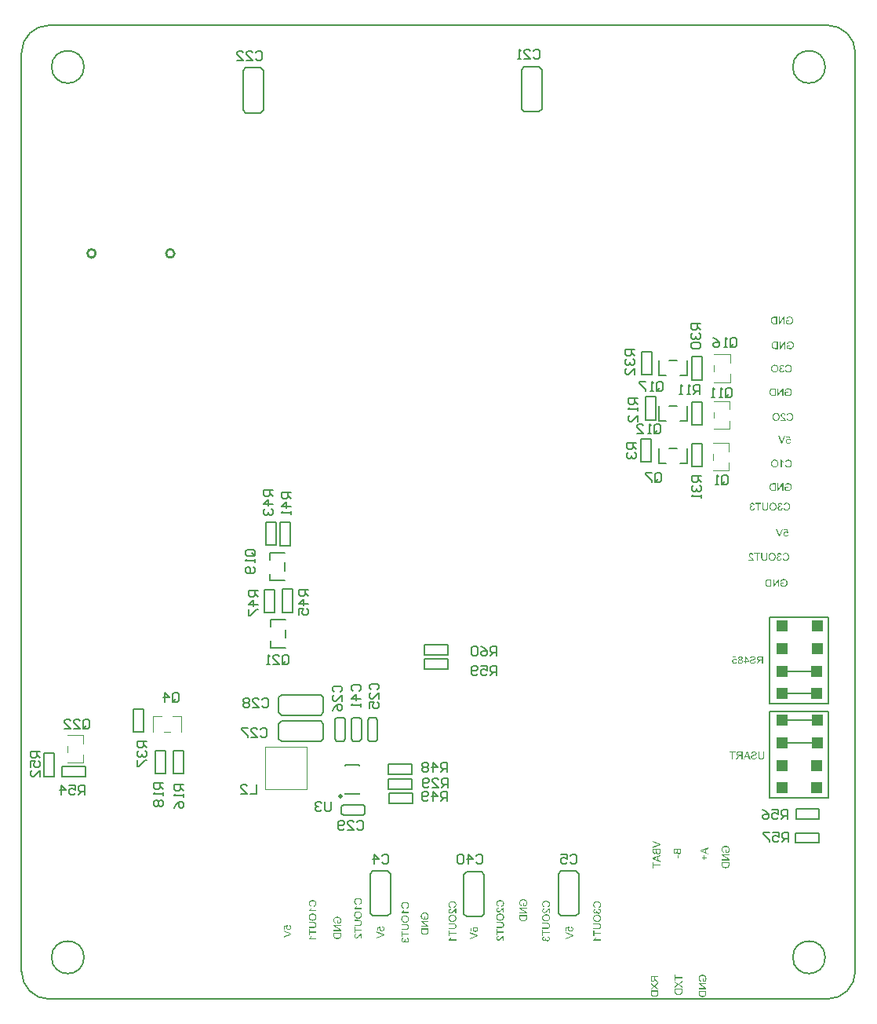
<source format=gbo>
%FSLAX25Y25*%
%MOIN*%
G70*
G01*
G75*
G04 Layer_Color=32896*
%ADD10C,0.01000*%
%ADD11C,0.02000*%
%ADD12C,0.02000*%
%ADD13R,0.02756X0.03347*%
%ADD14R,0.03347X0.02756*%
%ADD15R,0.03937X0.02362*%
G04:AMPARAMS|DCode=16|XSize=39.37mil|YSize=41.34mil|CornerRadius=5.91mil|HoleSize=0mil|Usage=FLASHONLY|Rotation=180.000|XOffset=0mil|YOffset=0mil|HoleType=Round|Shape=RoundedRectangle|*
%AMROUNDEDRECTD16*
21,1,0.03937,0.02953,0,0,180.0*
21,1,0.02756,0.04134,0,0,180.0*
1,1,0.01181,-0.01378,0.01476*
1,1,0.01181,0.01378,0.01476*
1,1,0.01181,0.01378,-0.01476*
1,1,0.01181,-0.01378,-0.01476*
%
%ADD16ROUNDEDRECTD16*%
G04:AMPARAMS|DCode=17|XSize=41.34mil|YSize=86.61mil|CornerRadius=6.2mil|HoleSize=0mil|Usage=FLASHONLY|Rotation=180.000|XOffset=0mil|YOffset=0mil|HoleType=Round|Shape=RoundedRectangle|*
%AMROUNDEDRECTD17*
21,1,0.04134,0.07421,0,0,180.0*
21,1,0.02894,0.08661,0,0,180.0*
1,1,0.01240,-0.01447,0.03711*
1,1,0.01240,0.01447,0.03711*
1,1,0.01240,0.01447,-0.03711*
1,1,0.01240,-0.01447,-0.03711*
%
%ADD17ROUNDEDRECTD17*%
%ADD18R,0.07874X0.07874*%
%ADD19R,0.07087X0.03937*%
%ADD20R,0.02000X0.05000*%
%ADD21R,0.02362X0.03937*%
%ADD22R,0.05906X0.05906*%
%ADD23R,0.07874X0.07874*%
%ADD24R,0.02559X0.05315*%
%ADD25R,0.03937X0.05118*%
%ADD26R,0.05118X0.03937*%
G04:AMPARAMS|DCode=27|XSize=157.48mil|YSize=59.06mil|CornerRadius=8.86mil|HoleSize=0mil|Usage=FLASHONLY|Rotation=180.000|XOffset=0mil|YOffset=0mil|HoleType=Round|Shape=RoundedRectangle|*
%AMROUNDEDRECTD27*
21,1,0.15748,0.04134,0,0,180.0*
21,1,0.13976,0.05906,0,0,180.0*
1,1,0.01772,-0.06988,0.02067*
1,1,0.01772,0.06988,0.02067*
1,1,0.01772,0.06988,-0.02067*
1,1,0.01772,-0.06988,-0.02067*
%
%ADD27ROUNDEDRECTD27*%
%ADD28R,0.06299X0.03543*%
%ADD29R,0.03543X0.06299*%
%ADD30R,0.01969X0.09843*%
%ADD31R,0.03937X0.03150*%
%ADD32R,0.03150X0.03937*%
%ADD33R,0.09843X0.11811*%
%ADD34O,0.07087X0.02362*%
%ADD35O,0.02362X0.07087*%
%ADD36R,0.01575X0.03347*%
%ADD37R,0.01378X0.01181*%
%ADD38R,0.01378X0.00984*%
%ADD39R,0.01181X0.01181*%
%ADD40O,0.02500X0.05500*%
%ADD41R,0.02500X0.05500*%
%ADD42R,0.05000X0.05000*%
%ADD43R,0.07874X0.05000*%
G04:AMPARAMS|DCode=44|XSize=45mil|YSize=65mil|CornerRadius=5.63mil|HoleSize=0mil|Usage=FLASHONLY|Rotation=270.000|XOffset=0mil|YOffset=0mil|HoleType=Round|Shape=RoundedRectangle|*
%AMROUNDEDRECTD44*
21,1,0.04500,0.05375,0,0,270.0*
21,1,0.03375,0.06500,0,0,270.0*
1,1,0.01125,-0.02688,-0.01688*
1,1,0.01125,-0.02688,0.01688*
1,1,0.01125,0.02688,0.01688*
1,1,0.01125,0.02688,-0.01688*
%
%ADD44ROUNDEDRECTD44*%
%ADD45R,0.07874X0.06693*%
%ADD46O,0.06299X0.01181*%
%ADD47O,0.01181X0.06299*%
%ADD48R,0.06299X0.01181*%
%ADD49R,0.02559X0.04843*%
%ADD50R,0.02756X0.08268*%
%ADD51C,0.00800*%
%ADD52C,0.04000*%
%ADD53C,0.01200*%
%ADD54R,0.09200X0.08300*%
%ADD55R,0.49000X0.11200*%
%ADD56R,0.07000X0.08100*%
%ADD57R,0.06200X0.16300*%
%ADD58R,0.25800X0.06600*%
%ADD59R,0.08400X0.20000*%
%ADD60C,0.00500*%
%ADD61C,0.05906*%
%ADD62R,0.05906X0.05906*%
%ADD63R,0.07874X0.11811*%
%ADD64O,0.07874X0.11811*%
%ADD65C,0.03937*%
%ADD66O,0.11811X0.07874*%
%ADD67R,0.11811X0.07874*%
%ADD68C,0.03000*%
%ADD69C,0.04000*%
G04:AMPARAMS|DCode=70|XSize=23.62mil|YSize=25.59mil|CornerRadius=3.54mil|HoleSize=0mil|Usage=FLASHONLY|Rotation=90.000|XOffset=0mil|YOffset=0mil|HoleType=Round|Shape=RoundedRectangle|*
%AMROUNDEDRECTD70*
21,1,0.02362,0.01850,0,0,90.0*
21,1,0.01654,0.02559,0,0,90.0*
1,1,0.00709,0.00925,0.00827*
1,1,0.00709,0.00925,-0.00827*
1,1,0.00709,-0.00925,-0.00827*
1,1,0.00709,-0.00925,0.00827*
%
%ADD70ROUNDEDRECTD70*%
G04:AMPARAMS|DCode=71|XSize=23.62mil|YSize=25.59mil|CornerRadius=3.54mil|HoleSize=0mil|Usage=FLASHONLY|Rotation=180.000|XOffset=0mil|YOffset=0mil|HoleType=Round|Shape=RoundedRectangle|*
%AMROUNDEDRECTD71*
21,1,0.02362,0.01850,0,0,180.0*
21,1,0.01654,0.02559,0,0,180.0*
1,1,0.00709,-0.00827,0.00925*
1,1,0.00709,0.00827,0.00925*
1,1,0.00709,0.00827,-0.00925*
1,1,0.00709,-0.00827,-0.00925*
%
%ADD71ROUNDEDRECTD71*%
%ADD72R,0.05000X0.02000*%
%ADD73R,0.03937X0.07087*%
%ADD74C,0.03000*%
%ADD75C,0.05000*%
%ADD76R,0.27900X0.11200*%
%ADD77R,0.23200X0.07700*%
%ADD78R,0.07100X0.27500*%
%ADD79C,0.02362*%
%ADD80C,0.00984*%
%ADD81C,0.00787*%
%ADD82C,0.00300*%
%ADD83C,0.01969*%
%ADD84C,0.00394*%
%ADD85C,0.00400*%
%ADD86C,0.00493*%
%ADD87C,0.00700*%
%ADD88R,0.02228X0.02472*%
%ADD89R,0.04800X0.00800*%
%ADD90R,0.03600X0.00700*%
%ADD91R,0.02400X0.00600*%
%ADD92R,0.01500X0.00500*%
%ADD93R,0.03556X0.04147*%
%ADD94R,0.04147X0.03556*%
%ADD95R,0.04737X0.03162*%
G04:AMPARAMS|DCode=96|XSize=47.37mil|YSize=49.34mil|CornerRadius=7.11mil|HoleSize=0mil|Usage=FLASHONLY|Rotation=180.000|XOffset=0mil|YOffset=0mil|HoleType=Round|Shape=RoundedRectangle|*
%AMROUNDEDRECTD96*
21,1,0.04737,0.03513,0,0,180.0*
21,1,0.03316,0.04934,0,0,180.0*
1,1,0.01421,-0.01658,0.01756*
1,1,0.01421,0.01658,0.01756*
1,1,0.01421,0.01658,-0.01756*
1,1,0.01421,-0.01658,-0.01756*
%
%ADD96ROUNDEDRECTD96*%
G04:AMPARAMS|DCode=97|XSize=49.34mil|YSize=94.61mil|CornerRadius=7.4mil|HoleSize=0mil|Usage=FLASHONLY|Rotation=180.000|XOffset=0mil|YOffset=0mil|HoleType=Round|Shape=RoundedRectangle|*
%AMROUNDEDRECTD97*
21,1,0.04934,0.07981,0,0,180.0*
21,1,0.03454,0.09461,0,0,180.0*
1,1,0.01480,-0.01727,0.03991*
1,1,0.01480,0.01727,0.03991*
1,1,0.01480,0.01727,-0.03991*
1,1,0.01480,-0.01727,-0.03991*
%
%ADD97ROUNDEDRECTD97*%
%ADD98R,0.08674X0.08674*%
%ADD99R,0.07887X0.04737*%
%ADD100R,0.02800X0.05800*%
%ADD101R,0.03162X0.04737*%
%ADD102R,0.06706X0.06706*%
%ADD103R,0.08674X0.08674*%
%ADD104R,0.03359X0.06115*%
%ADD105R,0.04737X0.05918*%
%ADD106R,0.05918X0.04737*%
G04:AMPARAMS|DCode=107|XSize=165.48mil|YSize=67.06mil|CornerRadius=10.06mil|HoleSize=0mil|Usage=FLASHONLY|Rotation=180.000|XOffset=0mil|YOffset=0mil|HoleType=Round|Shape=RoundedRectangle|*
%AMROUNDEDRECTD107*
21,1,0.16548,0.04694,0,0,180.0*
21,1,0.14536,0.06706,0,0,180.0*
1,1,0.02012,-0.07268,0.02347*
1,1,0.02012,0.07268,0.02347*
1,1,0.02012,0.07268,-0.02347*
1,1,0.02012,-0.07268,-0.02347*
%
%ADD107ROUNDEDRECTD107*%
%ADD108R,0.07099X0.04343*%
%ADD109R,0.04343X0.07099*%
%ADD110R,0.02769X0.10642*%
%ADD111R,0.04737X0.03950*%
%ADD112R,0.03950X0.04737*%
%ADD113R,0.10642X0.12611*%
%ADD114O,0.07887X0.03162*%
%ADD115O,0.03162X0.07887*%
%ADD116R,0.02375X0.04147*%
%ADD117R,0.02178X0.01981*%
%ADD118R,0.02178X0.01784*%
%ADD119R,0.01981X0.01981*%
%ADD120O,0.03300X0.06300*%
%ADD121R,0.03300X0.06300*%
%ADD122R,0.05800X0.05800*%
%ADD123R,0.08674X0.05800*%
G04:AMPARAMS|DCode=124|XSize=53mil|YSize=73mil|CornerRadius=6.63mil|HoleSize=0mil|Usage=FLASHONLY|Rotation=270.000|XOffset=0mil|YOffset=0mil|HoleType=Round|Shape=RoundedRectangle|*
%AMROUNDEDRECTD124*
21,1,0.05300,0.05975,0,0,270.0*
21,1,0.03975,0.07300,0,0,270.0*
1,1,0.01325,-0.02988,-0.01988*
1,1,0.01325,-0.02988,0.01988*
1,1,0.01325,0.02988,0.01988*
1,1,0.01325,0.02988,-0.01988*
%
%ADD124ROUNDEDRECTD124*%
%ADD125R,0.08674X0.07493*%
%ADD126O,0.07099X0.01981*%
%ADD127O,0.01981X0.07099*%
%ADD128R,0.07099X0.01981*%
%ADD129R,0.03359X0.05643*%
%ADD130R,0.03556X0.09068*%
%ADD131C,0.06706*%
%ADD132R,0.06706X0.06706*%
%ADD133R,0.08674X0.12611*%
%ADD134O,0.08674X0.12611*%
%ADD135C,0.04737*%
%ADD136O,0.12611X0.08674*%
%ADD137R,0.12611X0.08674*%
G04:AMPARAMS|DCode=138|XSize=31.62mil|YSize=33.59mil|CornerRadius=4.74mil|HoleSize=0mil|Usage=FLASHONLY|Rotation=90.000|XOffset=0mil|YOffset=0mil|HoleType=Round|Shape=RoundedRectangle|*
%AMROUNDEDRECTD138*
21,1,0.03162,0.02410,0,0,90.0*
21,1,0.02214,0.03359,0,0,90.0*
1,1,0.00949,0.01205,0.01107*
1,1,0.00949,0.01205,-0.01107*
1,1,0.00949,-0.01205,-0.01107*
1,1,0.00949,-0.01205,0.01107*
%
%ADD138ROUNDEDRECTD138*%
G04:AMPARAMS|DCode=139|XSize=31.62mil|YSize=33.59mil|CornerRadius=4.74mil|HoleSize=0mil|Usage=FLASHONLY|Rotation=180.000|XOffset=0mil|YOffset=0mil|HoleType=Round|Shape=RoundedRectangle|*
%AMROUNDEDRECTD139*
21,1,0.03162,0.02410,0,0,180.0*
21,1,0.02214,0.03359,0,0,180.0*
1,1,0.00949,-0.01107,0.01205*
1,1,0.00949,0.01107,0.01205*
1,1,0.00949,0.01107,-0.01205*
1,1,0.00949,-0.01107,-0.01205*
%
%ADD139ROUNDEDRECTD139*%
%ADD140R,0.05800X0.02800*%
%ADD141R,0.04737X0.07887*%
%ADD142R,0.05100X0.04800*%
G36*
X193200Y24810D02*
X192822D01*
Y26388D01*
X192745Y26333D01*
X192711Y26305D01*
X192680Y26277D01*
X192652Y26253D01*
X192631Y26236D01*
X192617Y26222D01*
X192614Y26218D01*
X192593Y26198D01*
X192565Y26170D01*
X192537Y26139D01*
X192506Y26104D01*
X192437Y26031D01*
X192371Y25955D01*
X192308Y25882D01*
X192280Y25851D01*
X192256Y25819D01*
X192235Y25799D01*
X192221Y25778D01*
X192211Y25767D01*
X192208Y25764D01*
X192142Y25688D01*
X192079Y25615D01*
X192024Y25549D01*
X191968Y25490D01*
X191920Y25434D01*
X191871Y25386D01*
X191829Y25341D01*
X191791Y25299D01*
X191760Y25264D01*
X191729Y25236D01*
X191704Y25212D01*
X191684Y25191D01*
X191666Y25177D01*
X191656Y25164D01*
X191649Y25160D01*
X191645Y25157D01*
X191569Y25091D01*
X191500Y25039D01*
X191434Y24994D01*
X191375Y24955D01*
X191326Y24928D01*
X191288Y24907D01*
X191274Y24900D01*
X191264Y24896D01*
X191260Y24893D01*
X191257D01*
X191187Y24865D01*
X191118Y24848D01*
X191056Y24834D01*
X190997Y24824D01*
X190948Y24817D01*
X190910Y24813D01*
X190879D01*
X190809Y24817D01*
X190743Y24824D01*
X190681Y24837D01*
X190618Y24855D01*
X190563Y24876D01*
X190511Y24900D01*
X190462Y24924D01*
X190420Y24948D01*
X190379Y24973D01*
X190344Y24997D01*
X190313Y25021D01*
X190289Y25042D01*
X190271Y25060D01*
X190254Y25073D01*
X190247Y25080D01*
X190244Y25084D01*
X190199Y25136D01*
X190160Y25191D01*
X190126Y25250D01*
X190094Y25313D01*
X190070Y25372D01*
X190049Y25434D01*
X190032Y25493D01*
X190018Y25552D01*
X190008Y25604D01*
X190001Y25656D01*
X189994Y25701D01*
X189990Y25740D01*
X189987Y25771D01*
Y25795D01*
Y25809D01*
Y25816D01*
X189990Y25899D01*
X189997Y25979D01*
X190008Y26052D01*
X190025Y26121D01*
X190042Y26187D01*
X190063Y26246D01*
X190084Y26302D01*
X190105Y26350D01*
X190129Y26395D01*
X190150Y26434D01*
X190171Y26468D01*
X190188Y26496D01*
X190205Y26517D01*
X190216Y26531D01*
X190223Y26541D01*
X190226Y26545D01*
X190271Y26593D01*
X190323Y26635D01*
X190375Y26673D01*
X190434Y26708D01*
X190490Y26735D01*
X190545Y26763D01*
X190604Y26784D01*
X190656Y26801D01*
X190708Y26819D01*
X190757Y26829D01*
X190802Y26840D01*
X190840Y26847D01*
X190872Y26850D01*
X190893Y26853D01*
X190906Y26857D01*
X190913D01*
X190955Y26454D01*
X190899Y26451D01*
X190847Y26447D01*
X190757Y26427D01*
X190674Y26399D01*
X190639Y26385D01*
X190608Y26368D01*
X190580Y26354D01*
X190556Y26336D01*
X190535Y26322D01*
X190518Y26312D01*
X190504Y26298D01*
X190493Y26291D01*
X190490Y26288D01*
X190487Y26284D01*
X190455Y26250D01*
X190427Y26215D01*
X190407Y26177D01*
X190386Y26139D01*
X190355Y26062D01*
X190334Y25989D01*
X190323Y25927D01*
X190316Y25899D01*
Y25875D01*
X190313Y25854D01*
Y25840D01*
Y25830D01*
Y25826D01*
Y25778D01*
X190320Y25729D01*
X190337Y25642D01*
X190365Y25570D01*
X190393Y25504D01*
X190424Y25455D01*
X190438Y25434D01*
X190452Y25417D01*
X190462Y25403D01*
X190469Y25393D01*
X190473Y25389D01*
X190476Y25386D01*
X190507Y25354D01*
X190539Y25330D01*
X190570Y25306D01*
X190604Y25289D01*
X190670Y25257D01*
X190733Y25236D01*
X190785Y25226D01*
X190809Y25219D01*
X190830D01*
X190844Y25216D01*
X190868D01*
X190910Y25219D01*
X190951Y25223D01*
X191035Y25243D01*
X191114Y25275D01*
X191187Y25309D01*
X191250Y25344D01*
X191274Y25358D01*
X191298Y25375D01*
X191316Y25386D01*
X191330Y25396D01*
X191337Y25400D01*
X191340Y25403D01*
X191389Y25441D01*
X191441Y25486D01*
X191496Y25538D01*
X191552Y25594D01*
X191666Y25708D01*
X191774Y25826D01*
X191826Y25882D01*
X191871Y25937D01*
X191913Y25986D01*
X191947Y26028D01*
X191979Y26062D01*
X191999Y26087D01*
X192017Y26104D01*
X192020Y26111D01*
X192072Y26173D01*
X192121Y26229D01*
X192166Y26284D01*
X192211Y26333D01*
X192253Y26381D01*
X192294Y26423D01*
X192329Y26461D01*
X192364Y26496D01*
X192395Y26527D01*
X192423Y26552D01*
X192447Y26576D01*
X192464Y26593D01*
X192482Y26611D01*
X192492Y26621D01*
X192499Y26624D01*
X192502Y26628D01*
X192579Y26690D01*
X192655Y26742D01*
X192728Y26787D01*
X192794Y26822D01*
X192850Y26850D01*
X192874Y26860D01*
X192891Y26871D01*
X192909Y26878D01*
X192919Y26881D01*
X192926Y26885D01*
X192929D01*
X192978Y26902D01*
X193026Y26912D01*
X193072Y26923D01*
X193113Y26926D01*
X193148Y26930D01*
X193200D01*
Y24810D01*
D02*
G37*
G36*
X190375Y28634D02*
X193200D01*
Y28210D01*
X190375D01*
Y27155D01*
X189997D01*
Y29688D01*
X190375D01*
Y28634D01*
D02*
G37*
G36*
X203000Y38413D02*
X200488D01*
X203000Y36733D01*
Y36296D01*
X199797D01*
Y36702D01*
X202313D01*
X199797Y38385D01*
Y38819D01*
X203000D01*
Y38413D01*
D02*
G37*
G36*
X201501Y42397D02*
X201588Y42393D01*
X201667Y42383D01*
X201747Y42369D01*
X201820Y42355D01*
X201893Y42338D01*
X201959Y42320D01*
X202018Y42303D01*
X202074Y42285D01*
X202122Y42268D01*
X202164Y42251D01*
X202202Y42237D01*
X202230Y42223D01*
X202251Y42213D01*
X202264Y42209D01*
X202268Y42206D01*
X202337Y42167D01*
X202403Y42122D01*
X202462Y42077D01*
X202521Y42032D01*
X202573Y41984D01*
X202618Y41935D01*
X202663Y41886D01*
X202702Y41841D01*
X202736Y41796D01*
X202767Y41755D01*
X202792Y41716D01*
X202813Y41685D01*
X202830Y41661D01*
X202840Y41640D01*
X202847Y41626D01*
X202851Y41623D01*
X202886Y41550D01*
X202917Y41473D01*
X202944Y41401D01*
X202965Y41328D01*
X202986Y41251D01*
X203004Y41182D01*
X203017Y41113D01*
X203028Y41050D01*
X203035Y40991D01*
X203042Y40936D01*
X203045Y40887D01*
X203049Y40845D01*
X203052Y40811D01*
Y40786D01*
Y40773D01*
Y40766D01*
X203045Y40637D01*
X203031Y40512D01*
X203014Y40398D01*
X203000Y40346D01*
X202990Y40294D01*
X202979Y40249D01*
X202965Y40210D01*
X202955Y40172D01*
X202948Y40145D01*
X202938Y40117D01*
X202934Y40099D01*
X202927Y40089D01*
Y40086D01*
X202875Y39961D01*
X202816Y39843D01*
X202754Y39735D01*
X202722Y39683D01*
X202695Y39638D01*
X202667Y39596D01*
X202639Y39558D01*
X202618Y39523D01*
X202597Y39496D01*
X202580Y39471D01*
X202566Y39454D01*
X202559Y39444D01*
X202556Y39440D01*
X201366D01*
Y40797D01*
X201744D01*
Y39856D01*
X202344D01*
X202389Y39912D01*
X202427Y39974D01*
X202466Y40040D01*
X202500Y40106D01*
X202528Y40165D01*
X202542Y40190D01*
X202552Y40210D01*
X202559Y40231D01*
X202566Y40245D01*
X202570Y40252D01*
Y40255D01*
X202604Y40353D01*
X202629Y40450D01*
X202649Y40540D01*
X202660Y40620D01*
X202663Y40658D01*
X202667Y40689D01*
X202670Y40717D01*
Y40741D01*
X202674Y40762D01*
Y40776D01*
Y40786D01*
Y40790D01*
X202667Y40908D01*
X202653Y41019D01*
X202629Y41120D01*
X202618Y41168D01*
X202604Y41210D01*
X202590Y41248D01*
X202580Y41283D01*
X202566Y41314D01*
X202556Y41342D01*
X202549Y41363D01*
X202542Y41376D01*
X202535Y41387D01*
Y41390D01*
X202507Y41442D01*
X202476Y41491D01*
X202410Y41574D01*
X202337Y41647D01*
X202268Y41710D01*
X202205Y41755D01*
X202178Y41775D01*
X202157Y41789D01*
X202136Y41803D01*
X202122Y41810D01*
X202112Y41814D01*
X202108Y41817D01*
X201994Y41866D01*
X201872Y41900D01*
X201754Y41928D01*
X201640Y41945D01*
X201588Y41949D01*
X201539Y41956D01*
X201498Y41959D01*
X201459D01*
X201432Y41963D01*
X201390D01*
X201261Y41956D01*
X201140Y41942D01*
X201032Y41925D01*
X200980Y41914D01*
X200935Y41900D01*
X200894Y41890D01*
X200855Y41879D01*
X200824Y41869D01*
X200797Y41859D01*
X200772Y41852D01*
X200758Y41845D01*
X200748Y41841D01*
X200745D01*
X200682Y41814D01*
X200623Y41782D01*
X200568Y41748D01*
X200522Y41716D01*
X200484Y41689D01*
X200453Y41664D01*
X200436Y41651D01*
X200429Y41644D01*
X200377Y41592D01*
X200332Y41532D01*
X200290Y41477D01*
X200255Y41421D01*
X200227Y41373D01*
X200210Y41335D01*
X200203Y41321D01*
X200196Y41310D01*
X200193Y41304D01*
Y41300D01*
X200162Y41217D01*
X200141Y41133D01*
X200123Y41047D01*
X200113Y40970D01*
X200110Y40932D01*
X200106Y40901D01*
Y40870D01*
X200102Y40845D01*
Y40825D01*
Y40811D01*
Y40800D01*
Y40797D01*
X200106Y40710D01*
X200116Y40627D01*
X200130Y40554D01*
X200144Y40488D01*
X200162Y40436D01*
X200168Y40412D01*
X200175Y40394D01*
X200182Y40380D01*
X200186Y40370D01*
X200189Y40363D01*
Y40360D01*
X200224Y40290D01*
X200259Y40228D01*
X200297Y40176D01*
X200332Y40131D01*
X200366Y40099D01*
X200391Y40075D01*
X200408Y40058D01*
X200415Y40054D01*
X200470Y40016D01*
X200533Y39981D01*
X200595Y39950D01*
X200658Y39922D01*
X200713Y39902D01*
X200738Y39895D01*
X200755Y39888D01*
X200772Y39881D01*
X200786Y39877D01*
X200793Y39874D01*
X200797D01*
X200693Y39489D01*
X200578Y39523D01*
X200474Y39562D01*
X200429Y39582D01*
X200384Y39603D01*
X200345Y39621D01*
X200311Y39641D01*
X200276Y39659D01*
X200248Y39676D01*
X200224Y39693D01*
X200203Y39704D01*
X200189Y39718D01*
X200179Y39725D01*
X200172Y39728D01*
X200168Y39732D01*
X200096Y39797D01*
X200033Y39867D01*
X199981Y39940D01*
X199936Y40013D01*
X199901Y40075D01*
X199887Y40103D01*
X199877Y40127D01*
X199867Y40145D01*
X199860Y40158D01*
X199856Y40169D01*
Y40172D01*
X199818Y40280D01*
X199790Y40387D01*
X199769Y40495D01*
X199756Y40592D01*
X199752Y40637D01*
X199749Y40675D01*
X199745Y40710D01*
X199742Y40741D01*
Y40766D01*
Y40786D01*
Y40797D01*
Y40800D01*
X199745Y40887D01*
X199749Y40974D01*
X199759Y41057D01*
X199773Y41133D01*
X199787Y41210D01*
X199804Y41279D01*
X199821Y41345D01*
X199839Y41404D01*
X199860Y41456D01*
X199877Y41505D01*
X199894Y41546D01*
X199908Y41581D01*
X199922Y41609D01*
X199933Y41630D01*
X199936Y41644D01*
X199940Y41647D01*
X199978Y41713D01*
X200023Y41775D01*
X200068Y41834D01*
X200116Y41886D01*
X200168Y41938D01*
X200217Y41984D01*
X200266Y42025D01*
X200314Y42063D01*
X200363Y42095D01*
X200404Y42126D01*
X200443Y42150D01*
X200477Y42171D01*
X200505Y42185D01*
X200526Y42195D01*
X200540Y42202D01*
X200543Y42206D01*
X200620Y42240D01*
X200696Y42268D01*
X200772Y42296D01*
X200849Y42317D01*
X200994Y42351D01*
X201064Y42365D01*
X201130Y42376D01*
X201189Y42383D01*
X201244Y42390D01*
X201293Y42393D01*
X201334Y42397D01*
X201369Y42400D01*
X201414D01*
X201501Y42397D01*
D02*
G37*
G36*
X193200Y36740D02*
X192822D01*
Y38318D01*
X192745Y38263D01*
X192711Y38235D01*
X192680Y38207D01*
X192652Y38183D01*
X192631Y38166D01*
X192617Y38152D01*
X192614Y38148D01*
X192593Y38127D01*
X192565Y38100D01*
X192537Y38069D01*
X192506Y38034D01*
X192437Y37961D01*
X192371Y37885D01*
X192308Y37812D01*
X192280Y37780D01*
X192256Y37749D01*
X192235Y37728D01*
X192221Y37708D01*
X192211Y37697D01*
X192208Y37694D01*
X192142Y37617D01*
X192079Y37545D01*
X192024Y37479D01*
X191968Y37420D01*
X191920Y37364D01*
X191871Y37315D01*
X191829Y37270D01*
X191791Y37229D01*
X191760Y37194D01*
X191729Y37166D01*
X191704Y37142D01*
X191684Y37121D01*
X191666Y37107D01*
X191656Y37093D01*
X191649Y37090D01*
X191645Y37086D01*
X191569Y37020D01*
X191500Y36968D01*
X191434Y36923D01*
X191375Y36885D01*
X191326Y36858D01*
X191288Y36837D01*
X191274Y36830D01*
X191264Y36826D01*
X191260Y36823D01*
X191257D01*
X191187Y36795D01*
X191118Y36778D01*
X191056Y36764D01*
X190997Y36753D01*
X190948Y36746D01*
X190910Y36743D01*
X190879D01*
X190809Y36746D01*
X190743Y36753D01*
X190681Y36767D01*
X190618Y36785D01*
X190563Y36805D01*
X190511Y36830D01*
X190462Y36854D01*
X190420Y36878D01*
X190379Y36903D01*
X190344Y36927D01*
X190313Y36951D01*
X190289Y36972D01*
X190271Y36989D01*
X190254Y37003D01*
X190247Y37010D01*
X190244Y37014D01*
X190199Y37066D01*
X190160Y37121D01*
X190126Y37180D01*
X190094Y37243D01*
X190070Y37302D01*
X190049Y37364D01*
X190032Y37423D01*
X190018Y37482D01*
X190008Y37534D01*
X190001Y37586D01*
X189994Y37631D01*
X189990Y37669D01*
X189987Y37701D01*
Y37725D01*
Y37739D01*
Y37746D01*
X189990Y37829D01*
X189997Y37909D01*
X190008Y37982D01*
X190025Y38051D01*
X190042Y38117D01*
X190063Y38176D01*
X190084Y38232D01*
X190105Y38280D01*
X190129Y38325D01*
X190150Y38363D01*
X190171Y38398D01*
X190188Y38426D01*
X190205Y38447D01*
X190216Y38461D01*
X190223Y38471D01*
X190226Y38475D01*
X190271Y38523D01*
X190323Y38565D01*
X190375Y38603D01*
X190434Y38638D01*
X190490Y38665D01*
X190545Y38693D01*
X190604Y38714D01*
X190656Y38731D01*
X190708Y38749D01*
X190757Y38759D01*
X190802Y38769D01*
X190840Y38776D01*
X190872Y38780D01*
X190893Y38783D01*
X190906Y38787D01*
X190913D01*
X190955Y38384D01*
X190899Y38381D01*
X190847Y38377D01*
X190757Y38357D01*
X190674Y38329D01*
X190639Y38315D01*
X190608Y38298D01*
X190580Y38284D01*
X190556Y38266D01*
X190535Y38252D01*
X190518Y38242D01*
X190504Y38228D01*
X190493Y38221D01*
X190490Y38218D01*
X190487Y38214D01*
X190455Y38179D01*
X190427Y38145D01*
X190407Y38107D01*
X190386Y38069D01*
X190355Y37992D01*
X190334Y37919D01*
X190323Y37857D01*
X190316Y37829D01*
Y37805D01*
X190313Y37784D01*
Y37770D01*
Y37760D01*
Y37756D01*
Y37708D01*
X190320Y37659D01*
X190337Y37572D01*
X190365Y37499D01*
X190393Y37433D01*
X190424Y37385D01*
X190438Y37364D01*
X190452Y37347D01*
X190462Y37333D01*
X190469Y37322D01*
X190473Y37319D01*
X190476Y37315D01*
X190507Y37284D01*
X190539Y37260D01*
X190570Y37236D01*
X190604Y37218D01*
X190670Y37187D01*
X190733Y37166D01*
X190785Y37156D01*
X190809Y37149D01*
X190830D01*
X190844Y37146D01*
X190868D01*
X190910Y37149D01*
X190951Y37152D01*
X191035Y37173D01*
X191114Y37205D01*
X191187Y37239D01*
X191250Y37274D01*
X191274Y37288D01*
X191298Y37305D01*
X191316Y37315D01*
X191330Y37326D01*
X191337Y37329D01*
X191340Y37333D01*
X191389Y37371D01*
X191441Y37416D01*
X191496Y37468D01*
X191552Y37524D01*
X191666Y37638D01*
X191774Y37756D01*
X191826Y37812D01*
X191871Y37867D01*
X191913Y37916D01*
X191947Y37958D01*
X191979Y37992D01*
X191999Y38016D01*
X192017Y38034D01*
X192020Y38041D01*
X192072Y38103D01*
X192121Y38159D01*
X192166Y38214D01*
X192211Y38263D01*
X192253Y38311D01*
X192294Y38353D01*
X192329Y38391D01*
X192364Y38426D01*
X192395Y38457D01*
X192423Y38481D01*
X192447Y38506D01*
X192464Y38523D01*
X192482Y38540D01*
X192492Y38551D01*
X192499Y38554D01*
X192502Y38558D01*
X192579Y38620D01*
X192655Y38672D01*
X192728Y38717D01*
X192794Y38752D01*
X192850Y38780D01*
X192874Y38790D01*
X192891Y38801D01*
X192909Y38808D01*
X192919Y38811D01*
X192926Y38814D01*
X192929D01*
X192978Y38832D01*
X193026Y38842D01*
X193072Y38853D01*
X193113Y38856D01*
X193148Y38860D01*
X193200D01*
Y36740D01*
D02*
G37*
G36*
X191659Y41996D02*
X191743Y41993D01*
X191902Y41972D01*
X191979Y41962D01*
X192048Y41948D01*
X192114Y41931D01*
X192176Y41917D01*
X192232Y41899D01*
X192284Y41886D01*
X192326Y41872D01*
X192364Y41858D01*
X192392Y41847D01*
X192416Y41840D01*
X192430Y41837D01*
X192433Y41833D01*
X192506Y41799D01*
X192575Y41764D01*
X192638Y41726D01*
X192697Y41684D01*
X192752Y41643D01*
X192801Y41604D01*
X192846Y41563D01*
X192888Y41525D01*
X192926Y41486D01*
X192957Y41452D01*
X192981Y41421D01*
X193006Y41393D01*
X193023Y41372D01*
X193033Y41355D01*
X193040Y41344D01*
X193044Y41341D01*
X193082Y41278D01*
X193113Y41212D01*
X193141Y41143D01*
X193165Y41070D01*
X193183Y41001D01*
X193200Y40931D01*
X193214Y40862D01*
X193224Y40796D01*
X193235Y40733D01*
X193242Y40678D01*
X193245Y40626D01*
X193249Y40584D01*
X193252Y40546D01*
Y40522D01*
Y40504D01*
Y40497D01*
X193249Y40404D01*
X193242Y40317D01*
X193228Y40234D01*
X193210Y40154D01*
X193190Y40078D01*
X193165Y40008D01*
X193141Y39946D01*
X193117Y39887D01*
X193092Y39831D01*
X193068Y39786D01*
X193044Y39744D01*
X193023Y39713D01*
X193006Y39685D01*
X192992Y39668D01*
X192985Y39654D01*
X192981Y39651D01*
X192926Y39588D01*
X192867Y39529D01*
X192804Y39477D01*
X192742Y39429D01*
X192676Y39384D01*
X192607Y39345D01*
X192544Y39311D01*
X192478Y39279D01*
X192419Y39252D01*
X192364Y39231D01*
X192312Y39210D01*
X192270Y39196D01*
X192232Y39182D01*
X192208Y39175D01*
X192190Y39169D01*
X192183D01*
X192076Y39592D01*
X192149Y39609D01*
X192218Y39634D01*
X192284Y39658D01*
X192343Y39682D01*
X192398Y39710D01*
X192447Y39738D01*
X192492Y39765D01*
X192534Y39793D01*
X192569Y39821D01*
X192600Y39845D01*
X192627Y39869D01*
X192648Y39887D01*
X192666Y39904D01*
X192676Y39918D01*
X192683Y39925D01*
X192686Y39928D01*
X192721Y39977D01*
X192752Y40026D01*
X192780Y40074D01*
X192804Y40126D01*
X192825Y40178D01*
X192843Y40227D01*
X192867Y40324D01*
X192874Y40366D01*
X192881Y40407D01*
X192884Y40442D01*
X192888Y40473D01*
X192891Y40497D01*
Y40515D01*
Y40529D01*
Y40532D01*
X192888Y40588D01*
X192884Y40640D01*
X192867Y40740D01*
X192843Y40834D01*
X192815Y40914D01*
X192801Y40949D01*
X192790Y40980D01*
X192777Y41008D01*
X192766Y41032D01*
X192756Y41053D01*
X192749Y41067D01*
X192742Y41074D01*
Y41077D01*
X192711Y41122D01*
X192680Y41164D01*
X192607Y41240D01*
X192534Y41302D01*
X192457Y41355D01*
X192392Y41393D01*
X192364Y41410D01*
X192336Y41424D01*
X192315Y41431D01*
X192301Y41438D01*
X192291Y41445D01*
X192287D01*
X192169Y41483D01*
X192048Y41514D01*
X191927Y41535D01*
X191871Y41542D01*
X191815Y41549D01*
X191763Y41552D01*
X191718Y41556D01*
X191677Y41559D01*
X191642D01*
X191611Y41563D01*
X191573D01*
X191455Y41559D01*
X191344Y41549D01*
X191240Y41532D01*
X191191Y41525D01*
X191146Y41514D01*
X191108Y41504D01*
X191069Y41497D01*
X191038Y41486D01*
X191010Y41480D01*
X190990Y41476D01*
X190972Y41469D01*
X190962Y41466D01*
X190958D01*
X190851Y41421D01*
X190757Y41368D01*
X190677Y41313D01*
X190643Y41282D01*
X190608Y41254D01*
X190580Y41226D01*
X190556Y41202D01*
X190532Y41178D01*
X190514Y41160D01*
X190500Y41143D01*
X190490Y41129D01*
X190487Y41122D01*
X190483Y41119D01*
X190452Y41070D01*
X190424Y41021D01*
X190400Y40969D01*
X190379Y40917D01*
X190348Y40813D01*
X190323Y40713D01*
X190316Y40671D01*
X190313Y40629D01*
X190310Y40591D01*
X190306Y40560D01*
X190303Y40532D01*
Y40515D01*
Y40501D01*
Y40497D01*
Y40439D01*
X190310Y40383D01*
X190327Y40279D01*
X190355Y40189D01*
X190368Y40150D01*
X190382Y40112D01*
X190396Y40078D01*
X190410Y40050D01*
X190424Y40026D01*
X190438Y40005D01*
X190448Y39987D01*
X190455Y39977D01*
X190459Y39970D01*
X190462Y39967D01*
X190493Y39928D01*
X190528Y39890D01*
X190608Y39828D01*
X190695Y39769D01*
X190778Y39724D01*
X190854Y39689D01*
X190885Y39672D01*
X190913Y39661D01*
X190938Y39651D01*
X190958Y39647D01*
X190969Y39640D01*
X190972D01*
X190875Y39224D01*
X190795Y39252D01*
X190719Y39283D01*
X190646Y39314D01*
X190580Y39352D01*
X190518Y39387D01*
X190462Y39425D01*
X190410Y39463D01*
X190365Y39502D01*
X190323Y39540D01*
X190289Y39571D01*
X190257Y39602D01*
X190233Y39630D01*
X190212Y39651D01*
X190199Y39668D01*
X190191Y39679D01*
X190188Y39682D01*
X190143Y39744D01*
X190108Y39810D01*
X190074Y39876D01*
X190046Y39946D01*
X190022Y40015D01*
X190001Y40081D01*
X189987Y40147D01*
X189973Y40209D01*
X189962Y40268D01*
X189955Y40321D01*
X189949Y40369D01*
X189945Y40411D01*
X189942Y40445D01*
Y40470D01*
Y40484D01*
Y40491D01*
X189945Y40570D01*
X189949Y40647D01*
X189973Y40789D01*
X189987Y40858D01*
X190004Y40921D01*
X190022Y40983D01*
X190039Y41039D01*
X190056Y41087D01*
X190074Y41133D01*
X190091Y41174D01*
X190105Y41205D01*
X190119Y41233D01*
X190129Y41251D01*
X190132Y41264D01*
X190136Y41268D01*
X190174Y41330D01*
X190216Y41393D01*
X190261Y41448D01*
X190306Y41500D01*
X190355Y41549D01*
X190400Y41594D01*
X190448Y41632D01*
X190490Y41670D01*
X190535Y41702D01*
X190573Y41729D01*
X190608Y41754D01*
X190639Y41774D01*
X190667Y41788D01*
X190684Y41799D01*
X190698Y41806D01*
X190702Y41809D01*
X190771Y41844D01*
X190847Y41872D01*
X190920Y41896D01*
X190993Y41920D01*
X191142Y41955D01*
X191212Y41965D01*
X191278Y41976D01*
X191340Y41983D01*
X191396Y41990D01*
X191448Y41993D01*
X191493Y41996D01*
X191527Y42000D01*
X191576D01*
X191659Y41996D01*
D02*
G37*
G36*
X192027Y32666D02*
X192110Y32662D01*
X192187Y32652D01*
X192260Y32645D01*
X192326Y32634D01*
X192385Y32624D01*
X192440Y32610D01*
X192489Y32600D01*
X192530Y32589D01*
X192569Y32579D01*
X192596Y32568D01*
X192621Y32562D01*
X192638Y32555D01*
X192648Y32551D01*
X192652D01*
X192704Y32527D01*
X192756Y32499D01*
X192846Y32437D01*
X192922Y32371D01*
X192985Y32301D01*
X193013Y32270D01*
X193033Y32242D01*
X193054Y32215D01*
X193072Y32190D01*
X193082Y32173D01*
X193092Y32159D01*
X193096Y32149D01*
X193099Y32145D01*
X193127Y32090D01*
X193148Y32031D01*
X193186Y31909D01*
X193214Y31784D01*
X193231Y31666D01*
X193238Y31614D01*
X193245Y31562D01*
X193249Y31521D01*
Y31482D01*
X193252Y31451D01*
Y31427D01*
Y31410D01*
Y31406D01*
X193249Y31323D01*
X193245Y31243D01*
X193235Y31167D01*
X193224Y31094D01*
X193210Y31028D01*
X193196Y30965D01*
X193179Y30910D01*
X193162Y30861D01*
X193148Y30813D01*
X193131Y30775D01*
X193117Y30740D01*
X193103Y30712D01*
X193092Y30688D01*
X193082Y30674D01*
X193078Y30663D01*
X193075Y30660D01*
X193040Y30608D01*
X193006Y30559D01*
X192967Y30518D01*
X192929Y30476D01*
X192891Y30441D01*
X192850Y30407D01*
X192815Y30379D01*
X192777Y30355D01*
X192714Y30313D01*
X192686Y30299D01*
X192662Y30285D01*
X192641Y30275D01*
X192627Y30268D01*
X192617Y30264D01*
X192614D01*
X192558Y30244D01*
X192499Y30226D01*
X192374Y30198D01*
X192246Y30181D01*
X192124Y30167D01*
X192065Y30164D01*
X192013Y30160D01*
X191968Y30157D01*
X191927Y30153D01*
X189997D01*
Y30577D01*
X191847D01*
X191954Y30580D01*
X192055Y30584D01*
X192145Y30594D01*
X192228Y30608D01*
X192301Y30622D01*
X192367Y30639D01*
X192426Y30660D01*
X192478Y30677D01*
X192523Y30695D01*
X192561Y30716D01*
X192593Y30733D01*
X192617Y30747D01*
X192634Y30761D01*
X192648Y30768D01*
X192655Y30775D01*
X192659Y30778D01*
X192697Y30820D01*
X192728Y30865D01*
X192756Y30913D01*
X192780Y30965D01*
X192801Y31021D01*
X192818Y31076D01*
X192843Y31184D01*
X192853Y31236D01*
X192860Y31285D01*
X192863Y31330D01*
X192867Y31368D01*
X192870Y31399D01*
Y31423D01*
Y31437D01*
Y31444D01*
X192867Y31541D01*
X192853Y31632D01*
X192836Y31712D01*
X192818Y31781D01*
X192808Y31809D01*
X192798Y31833D01*
X192790Y31857D01*
X192784Y31874D01*
X192777Y31888D01*
X192770Y31899D01*
X192766Y31906D01*
Y31909D01*
X192721Y31975D01*
X192673Y32031D01*
X192624Y32076D01*
X192572Y32111D01*
X192530Y32138D01*
X192492Y32159D01*
X192478Y32166D01*
X192468Y32169D01*
X192464Y32173D01*
X192461D01*
X192423Y32187D01*
X192378Y32197D01*
X192280Y32218D01*
X192180Y32232D01*
X192079Y32239D01*
X192034Y32242D01*
X191989Y32246D01*
X191951D01*
X191916Y32249D01*
X189997D01*
Y32673D01*
X191940D01*
X192027Y32666D01*
D02*
G37*
G36*
X191718Y36285D02*
X191798Y36281D01*
X191944Y36261D01*
X192013Y36247D01*
X192079Y36233D01*
X192142Y36215D01*
X192197Y36198D01*
X192253Y36181D01*
X192298Y36163D01*
X192339Y36150D01*
X192374Y36136D01*
X192402Y36125D01*
X192423Y36115D01*
X192437Y36111D01*
X192440Y36108D01*
X192509Y36070D01*
X192575Y36032D01*
X192634Y35990D01*
X192693Y35945D01*
X192745Y35900D01*
X192794Y35855D01*
X192839Y35813D01*
X192881Y35768D01*
X192915Y35726D01*
X192947Y35688D01*
X192974Y35653D01*
X192995Y35626D01*
X193013Y35601D01*
X193026Y35581D01*
X193033Y35570D01*
X193037Y35567D01*
X193075Y35497D01*
X193106Y35428D01*
X193138Y35358D01*
X193162Y35289D01*
X193183Y35220D01*
X193200Y35154D01*
X193214Y35088D01*
X193224Y35029D01*
X193235Y34970D01*
X193242Y34921D01*
X193245Y34873D01*
X193249Y34834D01*
X193252Y34803D01*
Y34779D01*
Y34762D01*
Y34758D01*
X193249Y34682D01*
X193245Y34605D01*
X193221Y34460D01*
X193207Y34394D01*
X193190Y34328D01*
X193172Y34269D01*
X193155Y34213D01*
X193138Y34161D01*
X193120Y34116D01*
X193103Y34078D01*
X193089Y34043D01*
X193075Y34016D01*
X193065Y33998D01*
X193061Y33984D01*
X193058Y33981D01*
X193020Y33915D01*
X192974Y33852D01*
X192929Y33794D01*
X192884Y33741D01*
X192836Y33693D01*
X192787Y33644D01*
X192738Y33603D01*
X192693Y33564D01*
X192648Y33533D01*
X192607Y33502D01*
X192569Y33478D01*
X192537Y33457D01*
X192513Y33443D01*
X192492Y33433D01*
X192478Y33426D01*
X192475Y33422D01*
X192402Y33388D01*
X192326Y33356D01*
X192253Y33332D01*
X192176Y33308D01*
X192104Y33287D01*
X192031Y33273D01*
X191961Y33259D01*
X191895Y33249D01*
X191833Y33242D01*
X191777Y33235D01*
X191729Y33231D01*
X191687Y33228D01*
X191652Y33224D01*
X191604D01*
X191514Y33228D01*
X191430Y33231D01*
X191347Y33242D01*
X191267Y33252D01*
X191194Y33266D01*
X191121Y33283D01*
X191056Y33301D01*
X190997Y33318D01*
X190941Y33335D01*
X190893Y33353D01*
X190847Y33367D01*
X190813Y33384D01*
X190785Y33394D01*
X190764Y33405D01*
X190750Y33408D01*
X190747Y33412D01*
X190677Y33450D01*
X190611Y33488D01*
X190549Y33533D01*
X190493Y33575D01*
X190441Y33620D01*
X190393Y33665D01*
X190348Y33710D01*
X190306Y33755D01*
X190271Y33797D01*
X190240Y33835D01*
X190212Y33866D01*
X190191Y33898D01*
X190174Y33922D01*
X190164Y33939D01*
X190157Y33953D01*
X190153Y33957D01*
X190115Y34026D01*
X190084Y34092D01*
X190056Y34161D01*
X190032Y34231D01*
X190011Y34300D01*
X189994Y34366D01*
X189980Y34429D01*
X189969Y34491D01*
X189959Y34546D01*
X189952Y34595D01*
X189949Y34640D01*
X189945Y34682D01*
X189942Y34713D01*
Y34734D01*
Y34751D01*
Y34755D01*
X189945Y34880D01*
X189962Y34997D01*
X189983Y35109D01*
X190011Y35213D01*
X190046Y35313D01*
X190084Y35403D01*
X190126Y35487D01*
X190167Y35563D01*
X190209Y35633D01*
X190251Y35691D01*
X190289Y35740D01*
X190323Y35785D01*
X190351Y35816D01*
X190372Y35841D01*
X190389Y35858D01*
X190393Y35862D01*
X190480Y35938D01*
X190577Y36004D01*
X190674Y36059D01*
X190778Y36108D01*
X190882Y36150D01*
X190986Y36184D01*
X191087Y36212D01*
X191187Y36236D01*
X191281Y36254D01*
X191364Y36264D01*
X191444Y36274D01*
X191510Y36281D01*
X191566Y36285D01*
X191586D01*
X191607Y36288D01*
X191642D01*
X191718Y36285D01*
D02*
G37*
G36*
X203000Y34429D02*
X202996Y34325D01*
X202993Y34228D01*
X202983Y34141D01*
X202972Y34065D01*
X202969Y34034D01*
X202965Y34006D01*
X202958Y33978D01*
X202955Y33957D01*
X202951Y33940D01*
Y33930D01*
X202948Y33923D01*
Y33919D01*
X202924Y33839D01*
X202899Y33763D01*
X202872Y33697D01*
X202847Y33642D01*
X202823Y33597D01*
X202806Y33562D01*
X202792Y33541D01*
X202788Y33538D01*
Y33534D01*
X202743Y33475D01*
X202698Y33420D01*
X202649Y33371D01*
X202601Y33329D01*
X202559Y33291D01*
X202528Y33267D01*
X202514Y33257D01*
X202504Y33250D01*
X202500Y33243D01*
X202497D01*
X202424Y33194D01*
X202348Y33152D01*
X202268Y33114D01*
X202195Y33083D01*
X202129Y33059D01*
X202101Y33048D01*
X202077Y33038D01*
X202060Y33035D01*
X202046Y33027D01*
X202035Y33024D01*
X202032D01*
X201921Y32996D01*
X201810Y32976D01*
X201702Y32958D01*
X201602Y32948D01*
X201556Y32944D01*
X201515Y32941D01*
X201477D01*
X201445Y32937D01*
X201383D01*
X201227Y32944D01*
X201154Y32948D01*
X201085Y32958D01*
X201019Y32969D01*
X200956Y32979D01*
X200897Y32989D01*
X200842Y33000D01*
X200793Y33014D01*
X200751Y33024D01*
X200713Y33035D01*
X200682Y33045D01*
X200658Y33055D01*
X200637Y33059D01*
X200626Y33066D01*
X200623D01*
X200505Y33118D01*
X200397Y33177D01*
X200349Y33208D01*
X200304Y33239D01*
X200262Y33270D01*
X200224Y33302D01*
X200189Y33329D01*
X200162Y33357D01*
X200134Y33382D01*
X200113Y33402D01*
X200096Y33420D01*
X200085Y33433D01*
X200078Y33441D01*
X200075Y33444D01*
X200016Y33520D01*
X199967Y33600D01*
X199929Y33676D01*
X199898Y33749D01*
X199873Y33815D01*
X199867Y33843D01*
X199860Y33867D01*
X199853Y33885D01*
X199849Y33898D01*
X199846Y33909D01*
Y33912D01*
X199839Y33950D01*
X199828Y33992D01*
X199818Y34086D01*
X199808Y34180D01*
X199804Y34273D01*
X199801Y34315D01*
Y34356D01*
X199797Y34391D01*
Y34422D01*
Y34450D01*
Y34468D01*
Y34481D01*
Y34485D01*
Y35585D01*
X203000D01*
Y34429D01*
D02*
G37*
G36*
X211926Y26564D02*
X211996Y26550D01*
X212062Y26529D01*
X212124Y26508D01*
X212183Y26484D01*
X212235Y26456D01*
X212287Y26428D01*
X212329Y26401D01*
X212370Y26373D01*
X212405Y26349D01*
X212436Y26324D01*
X212461Y26304D01*
X212481Y26283D01*
X212495Y26269D01*
X212502Y26262D01*
X212506Y26259D01*
X212551Y26206D01*
X212589Y26147D01*
X212620Y26092D01*
X212651Y26033D01*
X212676Y25974D01*
X212693Y25915D01*
X212710Y25859D01*
X212724Y25804D01*
X212735Y25752D01*
X212742Y25707D01*
X212749Y25665D01*
X212752Y25627D01*
Y25599D01*
X212755Y25575D01*
Y25561D01*
Y25558D01*
X212752Y25471D01*
X212742Y25391D01*
X212728Y25315D01*
X212710Y25242D01*
X212690Y25172D01*
X212665Y25110D01*
X212637Y25051D01*
X212610Y24999D01*
X212585Y24950D01*
X212558Y24909D01*
X212533Y24870D01*
X212513Y24843D01*
X212495Y24818D01*
X212481Y24801D01*
X212471Y24791D01*
X212468Y24787D01*
X212412Y24732D01*
X212353Y24687D01*
X212294Y24645D01*
X212232Y24610D01*
X212173Y24579D01*
X212114Y24555D01*
X212058Y24534D01*
X212002Y24517D01*
X211950Y24503D01*
X211905Y24496D01*
X211864Y24489D01*
X211826Y24482D01*
X211798D01*
X211773Y24478D01*
X211701D01*
X211645Y24485D01*
X211544Y24503D01*
X211458Y24530D01*
X211420Y24544D01*
X211385Y24558D01*
X211350Y24572D01*
X211322Y24586D01*
X211298Y24600D01*
X211281Y24614D01*
X211263Y24624D01*
X211253Y24631D01*
X211246Y24634D01*
X211243Y24638D01*
X211170Y24701D01*
X211111Y24773D01*
X211066Y24846D01*
X211028Y24916D01*
X211000Y24982D01*
X210989Y25009D01*
X210982Y25030D01*
X210975Y25051D01*
X210972Y25065D01*
X210968Y25075D01*
Y25079D01*
X210927Y25002D01*
X210885Y24936D01*
X210840Y24877D01*
X210795Y24832D01*
X210757Y24794D01*
X210726Y24770D01*
X210705Y24753D01*
X210701Y24749D01*
X210698D01*
X210632Y24711D01*
X210566Y24683D01*
X210504Y24662D01*
X210444Y24648D01*
X210396Y24642D01*
X210354Y24634D01*
X210320D01*
X210240Y24638D01*
X210163Y24652D01*
X210094Y24673D01*
X210032Y24693D01*
X209980Y24714D01*
X209959Y24725D01*
X209941Y24735D01*
X209928Y24742D01*
X209914Y24749D01*
X209910Y24753D01*
X209907D01*
X209837Y24801D01*
X209778Y24857D01*
X209726Y24912D01*
X209681Y24968D01*
X209646Y25016D01*
X209622Y25054D01*
X209612Y25072D01*
X209605Y25082D01*
X209601Y25089D01*
Y25093D01*
X209563Y25176D01*
X209535Y25259D01*
X209514Y25342D01*
X209501Y25415D01*
X209494Y25481D01*
X209490Y25506D01*
X209487Y25530D01*
Y25551D01*
Y25565D01*
Y25571D01*
Y25575D01*
X209490Y25644D01*
X209497Y25710D01*
X209508Y25773D01*
X209522Y25835D01*
X209539Y25891D01*
X209556Y25943D01*
X209577Y25991D01*
X209594Y26033D01*
X209615Y26075D01*
X209636Y26109D01*
X209653Y26137D01*
X209671Y26165D01*
X209685Y26182D01*
X209695Y26199D01*
X209702Y26206D01*
X209705Y26210D01*
X209747Y26255D01*
X209796Y26297D01*
X209844Y26335D01*
X209893Y26370D01*
X209945Y26401D01*
X209993Y26425D01*
X210094Y26470D01*
X210139Y26487D01*
X210181Y26501D01*
X210219Y26512D01*
X210250Y26522D01*
X210278Y26529D01*
X210299Y26533D01*
X210313Y26536D01*
X210316D01*
X210385Y26144D01*
X210285Y26123D01*
X210198Y26095D01*
X210122Y26064D01*
X210063Y26030D01*
X210014Y26002D01*
X209983Y25974D01*
X209962Y25957D01*
X209955Y25950D01*
X209907Y25887D01*
X209872Y25825D01*
X209844Y25759D01*
X209827Y25700D01*
X209816Y25644D01*
X209813Y25624D01*
Y25603D01*
X209809Y25585D01*
Y25575D01*
Y25568D01*
Y25565D01*
X209816Y25481D01*
X209830Y25408D01*
X209855Y25342D01*
X209879Y25287D01*
X209907Y25245D01*
X209931Y25214D01*
X209945Y25193D01*
X209952Y25186D01*
X209980Y25159D01*
X210007Y25138D01*
X210070Y25100D01*
X210129Y25072D01*
X210184Y25054D01*
X210236Y25044D01*
X210275Y25041D01*
X210292Y25037D01*
X210313D01*
X210361Y25041D01*
X210406Y25047D01*
X210451Y25054D01*
X210490Y25068D01*
X210559Y25103D01*
X210614Y25138D01*
X210660Y25176D01*
X210691Y25211D01*
X210701Y25224D01*
X210708Y25231D01*
X210715Y25238D01*
Y25242D01*
X210760Y25318D01*
X210791Y25398D01*
X210816Y25474D01*
X210830Y25544D01*
X210840Y25603D01*
X210844Y25627D01*
Y25651D01*
X210847Y25669D01*
Y25683D01*
Y25689D01*
Y25693D01*
Y25714D01*
X210844Y25734D01*
X210840Y25752D01*
Y25755D01*
Y25759D01*
X211184Y25800D01*
X211170Y25741D01*
X211159Y25686D01*
X211152Y25641D01*
X211145Y25599D01*
Y25568D01*
X211142Y25544D01*
Y25526D01*
Y25523D01*
X211145Y25474D01*
X211149Y25426D01*
X211170Y25339D01*
X211197Y25263D01*
X211229Y25197D01*
X211263Y25145D01*
X211277Y25124D01*
X211291Y25106D01*
X211302Y25093D01*
X211312Y25082D01*
X211315Y25079D01*
X211319Y25075D01*
X211354Y25044D01*
X211388Y25016D01*
X211423Y24992D01*
X211461Y24971D01*
X211534Y24940D01*
X211607Y24916D01*
X211669Y24905D01*
X211694Y24902D01*
X211718Y24898D01*
X211735Y24895D01*
X211763D01*
X211815Y24898D01*
X211864Y24902D01*
X211957Y24926D01*
X212037Y24954D01*
X212107Y24988D01*
X212138Y25009D01*
X212162Y25027D01*
X212186Y25041D01*
X212204Y25054D01*
X212218Y25068D01*
X212228Y25079D01*
X212235Y25082D01*
X212239Y25086D01*
X212273Y25124D01*
X212301Y25162D01*
X212325Y25200D01*
X212350Y25238D01*
X212384Y25318D01*
X212405Y25394D01*
X212419Y25457D01*
X212422Y25488D01*
X212426Y25509D01*
X212429Y25530D01*
Y25544D01*
Y25554D01*
Y25558D01*
X212422Y25641D01*
X212405Y25721D01*
X212384Y25787D01*
X212356Y25846D01*
X212329Y25894D01*
X212308Y25929D01*
X212298Y25939D01*
X212291Y25950D01*
X212284Y25953D01*
Y25957D01*
X212252Y25984D01*
X212221Y26012D01*
X212148Y26061D01*
X212069Y26099D01*
X211989Y26130D01*
X211916Y26154D01*
X211884Y26161D01*
X211857Y26168D01*
X211832Y26175D01*
X211815Y26179D01*
X211805Y26182D01*
X211801D01*
X211853Y26574D01*
X211926Y26564D01*
D02*
G37*
G36*
X209875Y28334D02*
X212700D01*
Y27910D01*
X209875D01*
Y26855D01*
X209497D01*
Y29388D01*
X209875D01*
Y28334D01*
D02*
G37*
G36*
X222600Y27140D02*
Y26703D01*
X219397Y25453D01*
Y25884D01*
X221726Y26748D01*
X221823Y26782D01*
X221916Y26817D01*
X222007Y26848D01*
X222086Y26873D01*
X222121Y26883D01*
X222152Y26893D01*
X222180Y26900D01*
X222204Y26907D01*
X222222Y26914D01*
X222239Y26918D01*
X222246Y26921D01*
X222250D01*
X222156Y26949D01*
X222062Y26977D01*
X221975Y27005D01*
X221896Y27029D01*
X221857Y27043D01*
X221826Y27053D01*
X221798Y27063D01*
X221774Y27070D01*
X221753Y27077D01*
X221739Y27084D01*
X221729Y27088D01*
X221726D01*
X219397Y27920D01*
Y28382D01*
X222600Y27140D01*
D02*
G37*
G36*
X221833Y30690D02*
X221906Y30676D01*
X221972Y30658D01*
X222034Y30634D01*
X222090Y30610D01*
X222145Y30586D01*
X222194Y30558D01*
X222236Y30530D01*
X222277Y30502D01*
X222312Y30478D01*
X222340Y30454D01*
X222364Y30429D01*
X222385Y30412D01*
X222399Y30398D01*
X222406Y30391D01*
X222409Y30388D01*
X222451Y30332D01*
X222489Y30277D01*
X222520Y30218D01*
X222548Y30159D01*
X222572Y30100D01*
X222593Y30041D01*
X222610Y29982D01*
X222621Y29926D01*
X222631Y29874D01*
X222638Y29826D01*
X222645Y29784D01*
X222649Y29746D01*
X222652Y29715D01*
Y29694D01*
Y29676D01*
Y29673D01*
X222649Y29576D01*
X222635Y29485D01*
X222617Y29399D01*
X222590Y29319D01*
X222562Y29243D01*
X222531Y29173D01*
X222492Y29111D01*
X222458Y29055D01*
X222423Y29003D01*
X222385Y28958D01*
X222354Y28920D01*
X222322Y28889D01*
X222298Y28864D01*
X222281Y28847D01*
X222267Y28837D01*
X222263Y28833D01*
X222204Y28788D01*
X222142Y28750D01*
X222076Y28715D01*
X222014Y28687D01*
X221951Y28663D01*
X221889Y28642D01*
X221826Y28625D01*
X221771Y28611D01*
X221715Y28601D01*
X221667Y28594D01*
X221625Y28587D01*
X221587Y28583D01*
X221555Y28580D01*
X221514D01*
X221431Y28583D01*
X221351Y28594D01*
X221274Y28608D01*
X221205Y28625D01*
X221136Y28646D01*
X221077Y28673D01*
X221018Y28698D01*
X220966Y28726D01*
X220920Y28753D01*
X220882Y28778D01*
X220844Y28802D01*
X220816Y28826D01*
X220796Y28844D01*
X220778Y28857D01*
X220768Y28868D01*
X220764Y28871D01*
X220712Y28927D01*
X220667Y28986D01*
X220629Y29045D01*
X220594Y29104D01*
X220567Y29163D01*
X220542Y29222D01*
X220525Y29277D01*
X220508Y29333D01*
X220497Y29381D01*
X220487Y29430D01*
X220483Y29472D01*
X220476Y29506D01*
Y29534D01*
X220473Y29558D01*
Y29572D01*
Y29576D01*
X220476Y29635D01*
X220480Y29694D01*
X220490Y29749D01*
X220504Y29805D01*
X220535Y29905D01*
X220556Y29954D01*
X220573Y29996D01*
X220591Y30037D01*
X220612Y30072D01*
X220629Y30103D01*
X220643Y30131D01*
X220657Y30152D01*
X220664Y30166D01*
X220671Y30176D01*
X220674Y30180D01*
X219814Y30009D01*
Y28729D01*
X219439D01*
Y30322D01*
X221084Y30631D01*
X221136Y30263D01*
X221087Y30228D01*
X221042Y30190D01*
X221004Y30148D01*
X220969Y30114D01*
X220945Y30079D01*
X220924Y30051D01*
X220914Y30034D01*
X220910Y30027D01*
X220879Y29968D01*
X220858Y29909D01*
X220841Y29850D01*
X220830Y29794D01*
X220823Y29749D01*
X220820Y29711D01*
Y29697D01*
Y29687D01*
Y29683D01*
Y29680D01*
X220823Y29624D01*
X220827Y29572D01*
X220837Y29520D01*
X220851Y29475D01*
X220882Y29388D01*
X220900Y29354D01*
X220917Y29319D01*
X220938Y29288D01*
X220955Y29263D01*
X220973Y29239D01*
X220987Y29222D01*
X221000Y29208D01*
X221011Y29194D01*
X221014Y29191D01*
X221018Y29187D01*
X221056Y29152D01*
X221097Y29125D01*
X221139Y29097D01*
X221181Y29076D01*
X221271Y29041D01*
X221354Y29021D01*
X221396Y29014D01*
X221431Y29007D01*
X221465Y29003D01*
X221493Y29000D01*
X221517Y28996D01*
X221549D01*
X221615Y29000D01*
X221673Y29003D01*
X221732Y29014D01*
X221788Y29028D01*
X221837Y29041D01*
X221885Y29059D01*
X221927Y29076D01*
X221965Y29093D01*
X222000Y29114D01*
X222031Y29132D01*
X222055Y29149D01*
X222079Y29163D01*
X222097Y29177D01*
X222107Y29187D01*
X222114Y29191D01*
X222118Y29194D01*
X222156Y29232D01*
X222187Y29270D01*
X222215Y29309D01*
X222239Y29350D01*
X222260Y29392D01*
X222277Y29430D01*
X222302Y29506D01*
X222319Y29572D01*
X222322Y29600D01*
X222326Y29624D01*
X222329Y29645D01*
Y29659D01*
Y29669D01*
Y29673D01*
X222326Y29718D01*
X222322Y29760D01*
X222305Y29836D01*
X222281Y29905D01*
X222253Y29964D01*
X222229Y30013D01*
X222204Y30048D01*
X222194Y30062D01*
X222187Y30072D01*
X222180Y30075D01*
Y30079D01*
X222149Y30107D01*
X222118Y30134D01*
X222048Y30180D01*
X221972Y30218D01*
X221899Y30245D01*
X221833Y30263D01*
X221802Y30273D01*
X221778Y30277D01*
X221757Y30280D01*
X221743Y30284D01*
X221732Y30287D01*
X221729D01*
X221760Y30700D01*
X221833Y30690D01*
D02*
G37*
G36*
X212700Y36439D02*
X212322D01*
Y38018D01*
X212245Y37963D01*
X212211Y37935D01*
X212179Y37907D01*
X212152Y37883D01*
X212131Y37866D01*
X212117Y37852D01*
X212114Y37848D01*
X212093Y37828D01*
X212065Y37800D01*
X212037Y37769D01*
X212006Y37734D01*
X211937Y37661D01*
X211871Y37585D01*
X211808Y37512D01*
X211781Y37481D01*
X211756Y37449D01*
X211735Y37428D01*
X211721Y37408D01*
X211711Y37397D01*
X211708Y37394D01*
X211642Y37317D01*
X211579Y37244D01*
X211524Y37179D01*
X211468Y37120D01*
X211420Y37064D01*
X211371Y37016D01*
X211329Y36970D01*
X211291Y36929D01*
X211260Y36894D01*
X211229Y36866D01*
X211204Y36842D01*
X211184Y36821D01*
X211166Y36807D01*
X211156Y36793D01*
X211149Y36790D01*
X211145Y36786D01*
X211069Y36720D01*
X211000Y36669D01*
X210934Y36623D01*
X210875Y36585D01*
X210826Y36557D01*
X210788Y36537D01*
X210774Y36530D01*
X210764Y36526D01*
X210760Y36523D01*
X210757D01*
X210687Y36495D01*
X210618Y36478D01*
X210556Y36464D01*
X210496Y36453D01*
X210448Y36446D01*
X210410Y36443D01*
X210379D01*
X210309Y36446D01*
X210243Y36453D01*
X210181Y36467D01*
X210118Y36485D01*
X210063Y36505D01*
X210011Y36530D01*
X209962Y36554D01*
X209921Y36578D01*
X209879Y36603D01*
X209844Y36627D01*
X209813Y36651D01*
X209789Y36672D01*
X209771Y36689D01*
X209754Y36703D01*
X209747Y36710D01*
X209744Y36714D01*
X209699Y36766D01*
X209660Y36821D01*
X209626Y36880D01*
X209594Y36943D01*
X209570Y37002D01*
X209549Y37064D01*
X209532Y37123D01*
X209518Y37182D01*
X209508Y37234D01*
X209501Y37286D01*
X209494Y37331D01*
X209490Y37369D01*
X209487Y37401D01*
Y37425D01*
Y37439D01*
Y37446D01*
X209490Y37529D01*
X209497Y37609D01*
X209508Y37682D01*
X209525Y37751D01*
X209542Y37817D01*
X209563Y37876D01*
X209584Y37932D01*
X209605Y37980D01*
X209629Y38025D01*
X209650Y38063D01*
X209671Y38098D01*
X209688Y38126D01*
X209705Y38147D01*
X209716Y38161D01*
X209723Y38171D01*
X209726Y38175D01*
X209771Y38223D01*
X209823Y38265D01*
X209875Y38303D01*
X209934Y38338D01*
X209990Y38365D01*
X210045Y38393D01*
X210104Y38414D01*
X210156Y38431D01*
X210209Y38449D01*
X210257Y38459D01*
X210302Y38469D01*
X210340Y38476D01*
X210372Y38480D01*
X210392Y38483D01*
X210406Y38487D01*
X210413D01*
X210455Y38084D01*
X210399Y38081D01*
X210347Y38077D01*
X210257Y38056D01*
X210174Y38029D01*
X210139Y38015D01*
X210108Y37997D01*
X210080Y37984D01*
X210056Y37966D01*
X210035Y37952D01*
X210018Y37942D01*
X210004Y37928D01*
X209993Y37921D01*
X209990Y37918D01*
X209986Y37914D01*
X209955Y37879D01*
X209928Y37845D01*
X209907Y37807D01*
X209886Y37769D01*
X209855Y37692D01*
X209834Y37619D01*
X209823Y37557D01*
X209816Y37529D01*
Y37505D01*
X209813Y37484D01*
Y37470D01*
Y37460D01*
Y37456D01*
Y37408D01*
X209820Y37359D01*
X209837Y37272D01*
X209865Y37199D01*
X209893Y37133D01*
X209924Y37085D01*
X209938Y37064D01*
X209952Y37047D01*
X209962Y37033D01*
X209969Y37022D01*
X209973Y37019D01*
X209976Y37016D01*
X210007Y36984D01*
X210038Y36960D01*
X210070Y36936D01*
X210104Y36918D01*
X210170Y36887D01*
X210233Y36866D01*
X210285Y36856D01*
X210309Y36849D01*
X210330D01*
X210344Y36845D01*
X210368D01*
X210410Y36849D01*
X210451Y36852D01*
X210535Y36873D01*
X210614Y36904D01*
X210687Y36939D01*
X210750Y36974D01*
X210774Y36988D01*
X210798Y37005D01*
X210816Y37016D01*
X210830Y37026D01*
X210837Y37029D01*
X210840Y37033D01*
X210889Y37071D01*
X210941Y37116D01*
X210996Y37168D01*
X211052Y37224D01*
X211166Y37338D01*
X211274Y37456D01*
X211326Y37512D01*
X211371Y37567D01*
X211413Y37616D01*
X211447Y37657D01*
X211479Y37692D01*
X211499Y37716D01*
X211517Y37734D01*
X211520Y37741D01*
X211572Y37803D01*
X211621Y37859D01*
X211666Y37914D01*
X211711Y37963D01*
X211753Y38011D01*
X211794Y38053D01*
X211829Y38091D01*
X211864Y38126D01*
X211895Y38157D01*
X211923Y38181D01*
X211947Y38206D01*
X211964Y38223D01*
X211982Y38240D01*
X211992Y38251D01*
X211999Y38254D01*
X212002Y38258D01*
X212079Y38320D01*
X212155Y38372D01*
X212228Y38417D01*
X212294Y38452D01*
X212350Y38480D01*
X212374Y38490D01*
X212391Y38501D01*
X212408Y38508D01*
X212419Y38511D01*
X212426Y38515D01*
X212429D01*
X212478Y38532D01*
X212526Y38542D01*
X212572Y38553D01*
X212613Y38556D01*
X212648Y38560D01*
X212700D01*
Y36439D01*
D02*
G37*
G36*
X211159Y41697D02*
X211243Y41693D01*
X211402Y41672D01*
X211479Y41662D01*
X211548Y41648D01*
X211614Y41631D01*
X211676Y41617D01*
X211732Y41599D01*
X211784Y41585D01*
X211826Y41572D01*
X211864Y41558D01*
X211892Y41547D01*
X211916Y41540D01*
X211930Y41537D01*
X211933Y41533D01*
X212006Y41499D01*
X212075Y41464D01*
X212138Y41426D01*
X212197Y41384D01*
X212252Y41343D01*
X212301Y41304D01*
X212346Y41263D01*
X212388Y41225D01*
X212426Y41186D01*
X212457Y41152D01*
X212481Y41120D01*
X212506Y41093D01*
X212523Y41072D01*
X212533Y41055D01*
X212540Y41044D01*
X212544Y41041D01*
X212582Y40978D01*
X212613Y40912D01*
X212641Y40843D01*
X212665Y40770D01*
X212683Y40701D01*
X212700Y40631D01*
X212714Y40562D01*
X212724Y40496D01*
X212735Y40433D01*
X212742Y40378D01*
X212745Y40326D01*
X212749Y40284D01*
X212752Y40246D01*
Y40222D01*
Y40204D01*
Y40198D01*
X212749Y40104D01*
X212742Y40017D01*
X212728Y39934D01*
X212710Y39854D01*
X212690Y39778D01*
X212665Y39708D01*
X212641Y39646D01*
X212617Y39587D01*
X212592Y39531D01*
X212568Y39486D01*
X212544Y39445D01*
X212523Y39413D01*
X212506Y39386D01*
X212492Y39368D01*
X212485Y39354D01*
X212481Y39351D01*
X212426Y39288D01*
X212367Y39229D01*
X212304Y39177D01*
X212242Y39129D01*
X212176Y39084D01*
X212107Y39045D01*
X212044Y39011D01*
X211978Y38980D01*
X211919Y38952D01*
X211864Y38931D01*
X211812Y38910D01*
X211770Y38896D01*
X211732Y38882D01*
X211708Y38875D01*
X211690Y38868D01*
X211683D01*
X211576Y39292D01*
X211649Y39309D01*
X211718Y39334D01*
X211784Y39358D01*
X211843Y39382D01*
X211898Y39410D01*
X211947Y39438D01*
X211992Y39465D01*
X212034Y39493D01*
X212069Y39521D01*
X212100Y39545D01*
X212127Y39569D01*
X212148Y39587D01*
X212166Y39604D01*
X212176Y39618D01*
X212183Y39625D01*
X212186Y39628D01*
X212221Y39677D01*
X212252Y39726D01*
X212280Y39774D01*
X212304Y39826D01*
X212325Y39878D01*
X212343Y39927D01*
X212367Y40024D01*
X212374Y40066D01*
X212381Y40107D01*
X212384Y40142D01*
X212388Y40173D01*
X212391Y40198D01*
Y40215D01*
Y40229D01*
Y40232D01*
X212388Y40288D01*
X212384Y40340D01*
X212367Y40440D01*
X212343Y40534D01*
X212315Y40614D01*
X212301Y40649D01*
X212291Y40680D01*
X212277Y40708D01*
X212266Y40732D01*
X212256Y40753D01*
X212249Y40767D01*
X212242Y40773D01*
Y40777D01*
X212211Y40822D01*
X212179Y40864D01*
X212107Y40940D01*
X212034Y41003D01*
X211957Y41055D01*
X211892Y41093D01*
X211864Y41110D01*
X211836Y41124D01*
X211815Y41131D01*
X211801Y41138D01*
X211791Y41145D01*
X211787D01*
X211669Y41183D01*
X211548Y41214D01*
X211426Y41235D01*
X211371Y41242D01*
X211315Y41249D01*
X211263Y41252D01*
X211218Y41256D01*
X211177Y41259D01*
X211142D01*
X211111Y41263D01*
X211073D01*
X210955Y41259D01*
X210844Y41249D01*
X210739Y41232D01*
X210691Y41225D01*
X210646Y41214D01*
X210608Y41204D01*
X210569Y41197D01*
X210538Y41186D01*
X210510Y41179D01*
X210490Y41176D01*
X210472Y41169D01*
X210462Y41166D01*
X210458D01*
X210351Y41120D01*
X210257Y41069D01*
X210177Y41013D01*
X210143Y40982D01*
X210108Y40954D01*
X210080Y40926D01*
X210056Y40902D01*
X210032Y40878D01*
X210014Y40860D01*
X210000Y40843D01*
X209990Y40829D01*
X209986Y40822D01*
X209983Y40819D01*
X209952Y40770D01*
X209924Y40721D01*
X209900Y40669D01*
X209879Y40617D01*
X209848Y40513D01*
X209823Y40413D01*
X209816Y40371D01*
X209813Y40329D01*
X209809Y40291D01*
X209806Y40260D01*
X209803Y40232D01*
Y40215D01*
Y40201D01*
Y40198D01*
Y40139D01*
X209809Y40083D01*
X209827Y39979D01*
X209855Y39889D01*
X209869Y39851D01*
X209882Y39812D01*
X209896Y39778D01*
X209910Y39750D01*
X209924Y39726D01*
X209938Y39705D01*
X209948Y39687D01*
X209955Y39677D01*
X209959Y39670D01*
X209962Y39667D01*
X209993Y39628D01*
X210028Y39590D01*
X210108Y39528D01*
X210195Y39469D01*
X210278Y39424D01*
X210354Y39389D01*
X210385Y39372D01*
X210413Y39361D01*
X210438Y39351D01*
X210458Y39347D01*
X210469Y39340D01*
X210472D01*
X210375Y38924D01*
X210295Y38952D01*
X210219Y38983D01*
X210146Y39014D01*
X210080Y39052D01*
X210018Y39087D01*
X209962Y39125D01*
X209910Y39163D01*
X209865Y39202D01*
X209823Y39240D01*
X209789Y39271D01*
X209757Y39302D01*
X209733Y39330D01*
X209712Y39351D01*
X209699Y39368D01*
X209692Y39379D01*
X209688Y39382D01*
X209643Y39445D01*
X209608Y39510D01*
X209574Y39576D01*
X209546Y39646D01*
X209522Y39715D01*
X209501Y39781D01*
X209487Y39847D01*
X209473Y39909D01*
X209462Y39968D01*
X209455Y40020D01*
X209449Y40069D01*
X209445Y40111D01*
X209442Y40145D01*
Y40170D01*
Y40184D01*
Y40191D01*
X209445Y40270D01*
X209449Y40347D01*
X209473Y40489D01*
X209487Y40558D01*
X209504Y40621D01*
X209522Y40683D01*
X209539Y40739D01*
X209556Y40787D01*
X209574Y40832D01*
X209591Y40874D01*
X209605Y40905D01*
X209619Y40933D01*
X209629Y40951D01*
X209632Y40964D01*
X209636Y40968D01*
X209674Y41030D01*
X209716Y41093D01*
X209761Y41148D01*
X209806Y41200D01*
X209855Y41249D01*
X209900Y41294D01*
X209948Y41332D01*
X209990Y41370D01*
X210035Y41402D01*
X210073Y41429D01*
X210108Y41454D01*
X210139Y41475D01*
X210167Y41488D01*
X210184Y41499D01*
X210198Y41506D01*
X210202Y41509D01*
X210271Y41544D01*
X210347Y41572D01*
X210420Y41596D01*
X210493Y41620D01*
X210642Y41655D01*
X210712Y41665D01*
X210778Y41676D01*
X210840Y41683D01*
X210896Y41690D01*
X210948Y41693D01*
X210993Y41697D01*
X211028Y41700D01*
X211076D01*
X211159Y41697D01*
D02*
G37*
G36*
X211527Y32366D02*
X211610Y32362D01*
X211687Y32352D01*
X211760Y32345D01*
X211826Y32335D01*
X211884Y32324D01*
X211940Y32310D01*
X211989Y32300D01*
X212030Y32289D01*
X212069Y32279D01*
X212096Y32269D01*
X212121Y32262D01*
X212138Y32255D01*
X212148Y32251D01*
X212152D01*
X212204Y32227D01*
X212256Y32199D01*
X212346Y32137D01*
X212422Y32071D01*
X212485Y32001D01*
X212513Y31970D01*
X212533Y31942D01*
X212554Y31915D01*
X212572Y31890D01*
X212582Y31873D01*
X212592Y31859D01*
X212596Y31849D01*
X212599Y31845D01*
X212627Y31790D01*
X212648Y31731D01*
X212686Y31609D01*
X212714Y31484D01*
X212731Y31366D01*
X212738Y31314D01*
X212745Y31262D01*
X212749Y31221D01*
Y31182D01*
X212752Y31151D01*
Y31127D01*
Y31110D01*
Y31106D01*
X212749Y31023D01*
X212745Y30943D01*
X212735Y30867D01*
X212724Y30794D01*
X212710Y30728D01*
X212697Y30665D01*
X212679Y30610D01*
X212662Y30561D01*
X212648Y30513D01*
X212631Y30474D01*
X212617Y30440D01*
X212603Y30412D01*
X212592Y30388D01*
X212582Y30374D01*
X212579Y30364D01*
X212575Y30360D01*
X212540Y30308D01*
X212506Y30259D01*
X212468Y30218D01*
X212429Y30176D01*
X212391Y30141D01*
X212350Y30107D01*
X212315Y30079D01*
X212277Y30055D01*
X212214Y30013D01*
X212186Y29999D01*
X212162Y29985D01*
X212141Y29975D01*
X212127Y29968D01*
X212117Y29965D01*
X212114D01*
X212058Y29944D01*
X211999Y29926D01*
X211874Y29899D01*
X211746Y29881D01*
X211624Y29867D01*
X211565Y29864D01*
X211513Y29860D01*
X211468Y29857D01*
X211426Y29853D01*
X209497D01*
Y30277D01*
X211347D01*
X211454Y30280D01*
X211555Y30284D01*
X211645Y30294D01*
X211728Y30308D01*
X211801Y30322D01*
X211867Y30339D01*
X211926Y30360D01*
X211978Y30377D01*
X212023Y30395D01*
X212062Y30416D01*
X212093Y30433D01*
X212117Y30447D01*
X212134Y30461D01*
X212148Y30468D01*
X212155Y30474D01*
X212159Y30478D01*
X212197Y30520D01*
X212228Y30565D01*
X212256Y30613D01*
X212280Y30665D01*
X212301Y30721D01*
X212318Y30776D01*
X212343Y30884D01*
X212353Y30936D01*
X212360Y30985D01*
X212363Y31030D01*
X212367Y31068D01*
X212370Y31099D01*
Y31123D01*
Y31137D01*
Y31144D01*
X212367Y31241D01*
X212353Y31332D01*
X212336Y31411D01*
X212318Y31481D01*
X212308Y31509D01*
X212298Y31533D01*
X212291Y31557D01*
X212284Y31574D01*
X212277Y31588D01*
X212270Y31599D01*
X212266Y31606D01*
Y31609D01*
X212221Y31675D01*
X212173Y31731D01*
X212124Y31776D01*
X212072Y31811D01*
X212030Y31838D01*
X211992Y31859D01*
X211978Y31866D01*
X211968Y31870D01*
X211964Y31873D01*
X211961D01*
X211923Y31887D01*
X211878Y31897D01*
X211781Y31918D01*
X211680Y31932D01*
X211579Y31939D01*
X211534Y31942D01*
X211489Y31946D01*
X211451D01*
X211416Y31949D01*
X209497D01*
Y32373D01*
X211440D01*
X211527Y32366D01*
D02*
G37*
G36*
X211218Y35985D02*
X211298Y35981D01*
X211444Y35961D01*
X211513Y35947D01*
X211579Y35933D01*
X211642Y35915D01*
X211697Y35898D01*
X211753Y35881D01*
X211798Y35864D01*
X211839Y35850D01*
X211874Y35836D01*
X211902Y35825D01*
X211923Y35815D01*
X211937Y35811D01*
X211940Y35808D01*
X212010Y35770D01*
X212075Y35732D01*
X212134Y35690D01*
X212193Y35645D01*
X212245Y35600D01*
X212294Y35555D01*
X212339Y35513D01*
X212381Y35468D01*
X212416Y35426D01*
X212447Y35388D01*
X212474Y35353D01*
X212495Y35326D01*
X212513Y35301D01*
X212526Y35280D01*
X212533Y35270D01*
X212537Y35267D01*
X212575Y35197D01*
X212606Y35128D01*
X212637Y35058D01*
X212662Y34989D01*
X212683Y34920D01*
X212700Y34854D01*
X212714Y34788D01*
X212724Y34729D01*
X212735Y34670D01*
X212742Y34621D01*
X212745Y34573D01*
X212749Y34534D01*
X212752Y34503D01*
Y34479D01*
Y34462D01*
Y34458D01*
X212749Y34382D01*
X212745Y34305D01*
X212721Y34160D01*
X212707Y34094D01*
X212690Y34028D01*
X212672Y33969D01*
X212655Y33913D01*
X212637Y33861D01*
X212620Y33816D01*
X212603Y33778D01*
X212589Y33743D01*
X212575Y33716D01*
X212565Y33698D01*
X212561Y33684D01*
X212558Y33681D01*
X212520Y33615D01*
X212474Y33552D01*
X212429Y33494D01*
X212384Y33441D01*
X212336Y33393D01*
X212287Y33344D01*
X212239Y33303D01*
X212193Y33264D01*
X212148Y33233D01*
X212107Y33202D01*
X212069Y33178D01*
X212037Y33157D01*
X212013Y33143D01*
X211992Y33133D01*
X211978Y33126D01*
X211975Y33122D01*
X211902Y33088D01*
X211826Y33056D01*
X211753Y33032D01*
X211676Y33008D01*
X211603Y32987D01*
X211531Y32973D01*
X211461Y32959D01*
X211395Y32949D01*
X211333Y32942D01*
X211277Y32935D01*
X211229Y32931D01*
X211187Y32928D01*
X211152Y32924D01*
X211104D01*
X211014Y32928D01*
X210930Y32931D01*
X210847Y32942D01*
X210767Y32952D01*
X210694Y32966D01*
X210622Y32983D01*
X210556Y33001D01*
X210496Y33018D01*
X210441Y33035D01*
X210392Y33053D01*
X210347Y33067D01*
X210313Y33084D01*
X210285Y33094D01*
X210264Y33105D01*
X210250Y33108D01*
X210247Y33112D01*
X210177Y33150D01*
X210111Y33188D01*
X210049Y33233D01*
X209993Y33275D01*
X209941Y33320D01*
X209893Y33365D01*
X209848Y33410D01*
X209806Y33455D01*
X209771Y33497D01*
X209740Y33535D01*
X209712Y33566D01*
X209692Y33598D01*
X209674Y33622D01*
X209664Y33639D01*
X209657Y33653D01*
X209653Y33656D01*
X209615Y33726D01*
X209584Y33792D01*
X209556Y33861D01*
X209532Y33931D01*
X209511Y34000D01*
X209494Y34066D01*
X209480Y34128D01*
X209469Y34191D01*
X209459Y34246D01*
X209452Y34295D01*
X209449Y34340D01*
X209445Y34382D01*
X209442Y34413D01*
Y34434D01*
Y34451D01*
Y34455D01*
X209445Y34580D01*
X209462Y34697D01*
X209483Y34809D01*
X209511Y34913D01*
X209546Y35013D01*
X209584Y35103D01*
X209626Y35187D01*
X209667Y35263D01*
X209709Y35333D01*
X209751Y35392D01*
X209789Y35440D01*
X209823Y35485D01*
X209851Y35517D01*
X209872Y35541D01*
X209889Y35558D01*
X209893Y35562D01*
X209980Y35638D01*
X210077Y35704D01*
X210174Y35759D01*
X210278Y35808D01*
X210382Y35850D01*
X210486Y35884D01*
X210587Y35912D01*
X210687Y35936D01*
X210781Y35954D01*
X210864Y35964D01*
X210944Y35974D01*
X211010Y35981D01*
X211066Y35985D01*
X211087D01*
X211107Y35988D01*
X211142D01*
X211218Y35985D01*
D02*
G37*
G36*
X182100Y27040D02*
Y26603D01*
X178897Y25353D01*
Y25784D01*
X181226Y26648D01*
X181323Y26682D01*
X181416Y26717D01*
X181507Y26748D01*
X181586Y26773D01*
X181621Y26783D01*
X181652Y26793D01*
X181680Y26800D01*
X181704Y26807D01*
X181722Y26814D01*
X181739Y26818D01*
X181746Y26821D01*
X181749D01*
X181656Y26849D01*
X181562Y26877D01*
X181475Y26904D01*
X181396Y26929D01*
X181357Y26943D01*
X181326Y26953D01*
X181298Y26963D01*
X181274Y26970D01*
X181253Y26977D01*
X181239Y26984D01*
X181229Y26988D01*
X181226D01*
X178897Y27821D01*
Y28282D01*
X182100Y27040D01*
D02*
G37*
G36*
X149975Y27832D02*
X152800D01*
Y27409D01*
X149975D01*
Y26354D01*
X149597D01*
Y28887D01*
X149975D01*
Y27832D01*
D02*
G37*
G36*
X151627Y31864D02*
X151710Y31861D01*
X151787Y31850D01*
X151860Y31844D01*
X151926Y31833D01*
X151985Y31823D01*
X152040Y31809D01*
X152089Y31798D01*
X152130Y31788D01*
X152169Y31778D01*
X152196Y31767D01*
X152220Y31760D01*
X152238Y31753D01*
X152248Y31750D01*
X152252D01*
X152304Y31726D01*
X152356Y31698D01*
X152446Y31635D01*
X152522Y31569D01*
X152585Y31500D01*
X152613Y31469D01*
X152633Y31441D01*
X152654Y31413D01*
X152672Y31389D01*
X152682Y31372D01*
X152692Y31358D01*
X152696Y31347D01*
X152699Y31344D01*
X152727Y31288D01*
X152748Y31229D01*
X152786Y31108D01*
X152814Y30983D01*
X152831Y30865D01*
X152838Y30813D01*
X152845Y30761D01*
X152849Y30719D01*
Y30681D01*
X152852Y30650D01*
Y30626D01*
Y30608D01*
Y30605D01*
X152849Y30522D01*
X152845Y30442D01*
X152835Y30365D01*
X152824Y30292D01*
X152810Y30227D01*
X152796Y30164D01*
X152779Y30109D01*
X152762Y30060D01*
X152748Y30011D01*
X152731Y29973D01*
X152717Y29939D01*
X152703Y29911D01*
X152692Y29886D01*
X152682Y29873D01*
X152679Y29862D01*
X152675Y29859D01*
X152640Y29807D01*
X152606Y29758D01*
X152568Y29717D01*
X152529Y29675D01*
X152491Y29640D01*
X152450Y29605D01*
X152415Y29578D01*
X152377Y29553D01*
X152314Y29512D01*
X152286Y29498D01*
X152262Y29484D01*
X152241Y29474D01*
X152227Y29467D01*
X152217Y29463D01*
X152214D01*
X152158Y29442D01*
X152099Y29425D01*
X151974Y29397D01*
X151846Y29380D01*
X151724Y29366D01*
X151665Y29362D01*
X151613Y29359D01*
X151568Y29356D01*
X151526Y29352D01*
X149597D01*
Y29776D01*
X151447D01*
X151554Y29779D01*
X151655Y29782D01*
X151745Y29793D01*
X151828Y29807D01*
X151901Y29821D01*
X151967Y29838D01*
X152026Y29859D01*
X152078Y29876D01*
X152123Y29893D01*
X152162Y29914D01*
X152193Y29932D01*
X152217Y29945D01*
X152234Y29959D01*
X152248Y29966D01*
X152255Y29973D01*
X152259Y29977D01*
X152297Y30018D01*
X152328Y30064D01*
X152356Y30112D01*
X152380Y30164D01*
X152401Y30220D01*
X152418Y30275D01*
X152443Y30383D01*
X152453Y30435D01*
X152460Y30483D01*
X152463Y30529D01*
X152467Y30567D01*
X152470Y30598D01*
Y30622D01*
Y30636D01*
Y30643D01*
X152467Y30740D01*
X152453Y30830D01*
X152436Y30910D01*
X152418Y30980D01*
X152408Y31007D01*
X152398Y31032D01*
X152391Y31056D01*
X152384Y31073D01*
X152377Y31087D01*
X152370Y31097D01*
X152366Y31104D01*
Y31108D01*
X152321Y31174D01*
X152273Y31229D01*
X152224Y31275D01*
X152172Y31309D01*
X152130Y31337D01*
X152092Y31358D01*
X152078Y31365D01*
X152068Y31368D01*
X152064Y31372D01*
X152061D01*
X152023Y31386D01*
X151978Y31396D01*
X151880Y31417D01*
X151780Y31431D01*
X151679Y31438D01*
X151634Y31441D01*
X151589Y31444D01*
X151551D01*
X151516Y31448D01*
X149597D01*
Y31871D01*
X151540D01*
X151627Y31864D01*
D02*
G37*
G36*
X159644Y36731D02*
X159730Y36728D01*
X159810Y36717D01*
X159890Y36703D01*
X159963Y36689D01*
X160036Y36672D01*
X160102Y36655D01*
X160161Y36637D01*
X160216Y36620D01*
X160265Y36603D01*
X160306Y36585D01*
X160345Y36572D01*
X160372Y36558D01*
X160393Y36547D01*
X160407Y36544D01*
X160410Y36540D01*
X160480Y36502D01*
X160546Y36457D01*
X160605Y36412D01*
X160664Y36367D01*
X160716Y36318D01*
X160761Y36270D01*
X160806Y36221D01*
X160844Y36176D01*
X160879Y36131D01*
X160910Y36089D01*
X160934Y36051D01*
X160955Y36020D01*
X160973Y35996D01*
X160983Y35975D01*
X160990Y35961D01*
X160993Y35957D01*
X161028Y35884D01*
X161059Y35808D01*
X161087Y35735D01*
X161108Y35662D01*
X161129Y35586D01*
X161146Y35517D01*
X161160Y35447D01*
X161170Y35385D01*
X161177Y35326D01*
X161184Y35270D01*
X161188Y35222D01*
X161191Y35180D01*
X161195Y35145D01*
Y35121D01*
Y35107D01*
Y35100D01*
X161188Y34972D01*
X161174Y34847D01*
X161156Y34732D01*
X161143Y34680D01*
X161132Y34628D01*
X161122Y34583D01*
X161108Y34545D01*
X161098Y34507D01*
X161091Y34479D01*
X161080Y34451D01*
X161077Y34434D01*
X161070Y34424D01*
Y34420D01*
X161018Y34295D01*
X160959Y34177D01*
X160896Y34070D01*
X160865Y34018D01*
X160837Y33972D01*
X160810Y33931D01*
X160782Y33893D01*
X160761Y33858D01*
X160740Y33830D01*
X160723Y33806D01*
X160709Y33789D01*
X160702Y33778D01*
X160698Y33775D01*
X159508D01*
Y35131D01*
X159887D01*
Y34191D01*
X160487D01*
X160532Y34247D01*
X160570Y34309D01*
X160608Y34375D01*
X160643Y34441D01*
X160671Y34500D01*
X160685Y34524D01*
X160695Y34545D01*
X160702Y34566D01*
X160709Y34580D01*
X160712Y34587D01*
Y34590D01*
X160747Y34687D01*
X160771Y34784D01*
X160792Y34875D01*
X160803Y34955D01*
X160806Y34993D01*
X160810Y35024D01*
X160813Y35052D01*
Y35076D01*
X160817Y35097D01*
Y35111D01*
Y35121D01*
Y35125D01*
X160810Y35243D01*
X160796Y35354D01*
X160771Y35454D01*
X160761Y35503D01*
X160747Y35544D01*
X160733Y35583D01*
X160723Y35617D01*
X160709Y35649D01*
X160698Y35676D01*
X160691Y35697D01*
X160685Y35711D01*
X160678Y35721D01*
Y35725D01*
X160650Y35777D01*
X160619Y35825D01*
X160553Y35909D01*
X160480Y35982D01*
X160410Y36044D01*
X160348Y36089D01*
X160320Y36110D01*
X160299Y36124D01*
X160279Y36138D01*
X160265Y36145D01*
X160254Y36148D01*
X160251Y36152D01*
X160136Y36200D01*
X160015Y36235D01*
X159897Y36263D01*
X159782Y36280D01*
X159730Y36283D01*
X159682Y36290D01*
X159640Y36294D01*
X159602D01*
X159574Y36297D01*
X159532D01*
X159404Y36290D01*
X159283Y36277D01*
X159175Y36259D01*
X159123Y36249D01*
X159078Y36235D01*
X159036Y36224D01*
X158998Y36214D01*
X158967Y36204D01*
X158939Y36193D01*
X158915Y36186D01*
X158901Y36179D01*
X158891Y36176D01*
X158887D01*
X158825Y36148D01*
X158766Y36117D01*
X158710Y36082D01*
X158665Y36051D01*
X158627Y36023D01*
X158596Y35999D01*
X158578Y35985D01*
X158571Y35978D01*
X158519Y35926D01*
X158474Y35867D01*
X158433Y35812D01*
X158398Y35756D01*
X158370Y35708D01*
X158353Y35669D01*
X158346Y35656D01*
X158339Y35645D01*
X158335Y35638D01*
Y35635D01*
X158304Y35551D01*
X158283Y35468D01*
X158266Y35381D01*
X158256Y35305D01*
X158252Y35267D01*
X158249Y35236D01*
Y35204D01*
X158245Y35180D01*
Y35159D01*
Y35145D01*
Y35135D01*
Y35131D01*
X158249Y35045D01*
X158259Y34962D01*
X158273Y34889D01*
X158287Y34823D01*
X158304Y34771D01*
X158311Y34746D01*
X158318Y34729D01*
X158325Y34715D01*
X158328Y34705D01*
X158332Y34698D01*
Y34694D01*
X158367Y34625D01*
X158401Y34562D01*
X158440Y34510D01*
X158474Y34465D01*
X158509Y34434D01*
X158533Y34410D01*
X158551Y34392D01*
X158557Y34389D01*
X158613Y34351D01*
X158676Y34316D01*
X158738Y34285D01*
X158800Y34257D01*
X158856Y34236D01*
X158880Y34229D01*
X158897Y34222D01*
X158915Y34215D01*
X158929Y34212D01*
X158936Y34209D01*
X158939D01*
X158835Y33823D01*
X158721Y33858D01*
X158616Y33896D01*
X158571Y33917D01*
X158526Y33938D01*
X158488Y33955D01*
X158453Y33976D01*
X158419Y33993D01*
X158391Y34011D01*
X158367Y34028D01*
X158346Y34038D01*
X158332Y34052D01*
X158321Y34059D01*
X158315Y34063D01*
X158311Y34066D01*
X158238Y34132D01*
X158176Y34201D01*
X158124Y34274D01*
X158079Y34347D01*
X158044Y34410D01*
X158030Y34438D01*
X158020Y34462D01*
X158009Y34479D01*
X158002Y34493D01*
X157999Y34503D01*
Y34507D01*
X157961Y34615D01*
X157933Y34722D01*
X157912Y34830D01*
X157898Y34927D01*
X157895Y34972D01*
X157891Y35010D01*
X157888Y35045D01*
X157884Y35076D01*
Y35100D01*
Y35121D01*
Y35131D01*
Y35135D01*
X157888Y35222D01*
X157891Y35309D01*
X157902Y35392D01*
X157915Y35468D01*
X157929Y35544D01*
X157947Y35614D01*
X157964Y35680D01*
X157982Y35739D01*
X158002Y35791D01*
X158020Y35839D01*
X158037Y35881D01*
X158051Y35916D01*
X158065Y35943D01*
X158075Y35964D01*
X158079Y35978D01*
X158082Y35982D01*
X158120Y36048D01*
X158165Y36110D01*
X158211Y36169D01*
X158259Y36221D01*
X158311Y36273D01*
X158360Y36318D01*
X158408Y36360D01*
X158457Y36398D01*
X158505Y36429D01*
X158547Y36461D01*
X158585Y36485D01*
X158620Y36506D01*
X158648Y36520D01*
X158668Y36530D01*
X158682Y36537D01*
X158686Y36540D01*
X158762Y36575D01*
X158839Y36603D01*
X158915Y36630D01*
X158991Y36651D01*
X159137Y36686D01*
X159206Y36700D01*
X159272Y36710D01*
X159331Y36717D01*
X159387Y36724D01*
X159435Y36728D01*
X159477Y36731D01*
X159512Y36735D01*
X159557D01*
X159644Y36731D01*
D02*
G37*
G36*
X152026Y26063D02*
X152096Y26049D01*
X152162Y26028D01*
X152224Y26007D01*
X152283Y25983D01*
X152335Y25955D01*
X152387Y25927D01*
X152429Y25899D01*
X152470Y25872D01*
X152505Y25847D01*
X152536Y25823D01*
X152561Y25802D01*
X152581Y25782D01*
X152595Y25768D01*
X152602Y25761D01*
X152606Y25757D01*
X152651Y25705D01*
X152689Y25646D01*
X152720Y25591D01*
X152751Y25532D01*
X152776Y25473D01*
X152793Y25414D01*
X152810Y25358D01*
X152824Y25303D01*
X152835Y25251D01*
X152842Y25205D01*
X152849Y25164D01*
X152852Y25126D01*
Y25098D01*
X152856Y25074D01*
Y25060D01*
Y25056D01*
X152852Y24970D01*
X152842Y24890D01*
X152828Y24813D01*
X152810Y24740D01*
X152790Y24671D01*
X152765Y24609D01*
X152737Y24550D01*
X152710Y24498D01*
X152685Y24449D01*
X152658Y24407D01*
X152633Y24369D01*
X152613Y24341D01*
X152595Y24317D01*
X152581Y24300D01*
X152571Y24289D01*
X152568Y24286D01*
X152512Y24230D01*
X152453Y24185D01*
X152394Y24144D01*
X152331Y24109D01*
X152273Y24078D01*
X152214Y24053D01*
X152158Y24033D01*
X152102Y24015D01*
X152050Y24001D01*
X152005Y23994D01*
X151964Y23988D01*
X151926Y23981D01*
X151898D01*
X151874Y23977D01*
X151801D01*
X151745Y23984D01*
X151645Y24001D01*
X151558Y24029D01*
X151520Y24043D01*
X151485Y24057D01*
X151450Y24071D01*
X151422Y24085D01*
X151398Y24099D01*
X151381Y24112D01*
X151363Y24123D01*
X151353Y24130D01*
X151346Y24133D01*
X151343Y24137D01*
X151270Y24199D01*
X151211Y24272D01*
X151166Y24345D01*
X151128Y24414D01*
X151100Y24480D01*
X151089Y24508D01*
X151082Y24529D01*
X151075Y24550D01*
X151072Y24564D01*
X151068Y24574D01*
Y24577D01*
X151027Y24501D01*
X150985Y24435D01*
X150940Y24376D01*
X150895Y24331D01*
X150857Y24293D01*
X150826Y24269D01*
X150805Y24251D01*
X150801Y24248D01*
X150798D01*
X150732Y24210D01*
X150666Y24182D01*
X150603Y24161D01*
X150545Y24147D01*
X150496Y24140D01*
X150454Y24133D01*
X150420D01*
X150340Y24137D01*
X150263Y24151D01*
X150194Y24171D01*
X150132Y24192D01*
X150080Y24213D01*
X150059Y24224D01*
X150041Y24234D01*
X150028Y24241D01*
X150014Y24248D01*
X150010Y24251D01*
X150007D01*
X149937Y24300D01*
X149878Y24355D01*
X149826Y24411D01*
X149781Y24466D01*
X149746Y24515D01*
X149722Y24553D01*
X149712Y24570D01*
X149705Y24581D01*
X149701Y24588D01*
Y24591D01*
X149663Y24675D01*
X149635Y24758D01*
X149615Y24841D01*
X149601Y24914D01*
X149594Y24980D01*
X149590Y25004D01*
X149587Y25028D01*
Y25049D01*
Y25063D01*
Y25070D01*
Y25074D01*
X149590Y25143D01*
X149597Y25209D01*
X149608Y25271D01*
X149621Y25334D01*
X149639Y25389D01*
X149656Y25441D01*
X149677Y25490D01*
X149694Y25532D01*
X149715Y25573D01*
X149736Y25608D01*
X149753Y25636D01*
X149771Y25664D01*
X149785Y25681D01*
X149795Y25698D01*
X149802Y25705D01*
X149805Y25709D01*
X149847Y25754D01*
X149896Y25795D01*
X149944Y25834D01*
X149993Y25868D01*
X150045Y25899D01*
X150093Y25924D01*
X150194Y25969D01*
X150239Y25986D01*
X150281Y26000D01*
X150319Y26011D01*
X150350Y26021D01*
X150378Y26028D01*
X150399Y26031D01*
X150413Y26035D01*
X150416D01*
X150486Y25643D01*
X150385Y25622D01*
X150298Y25594D01*
X150222Y25563D01*
X150163Y25528D01*
X150114Y25500D01*
X150083Y25473D01*
X150062Y25455D01*
X150055Y25448D01*
X150007Y25386D01*
X149972Y25324D01*
X149944Y25258D01*
X149927Y25199D01*
X149916Y25143D01*
X149913Y25122D01*
Y25101D01*
X149909Y25084D01*
Y25074D01*
Y25067D01*
Y25063D01*
X149916Y24980D01*
X149930Y24907D01*
X149955Y24841D01*
X149979Y24786D01*
X150007Y24744D01*
X150031Y24713D01*
X150045Y24692D01*
X150052Y24685D01*
X150080Y24657D01*
X150107Y24636D01*
X150170Y24598D01*
X150229Y24570D01*
X150284Y24553D01*
X150336Y24543D01*
X150374Y24539D01*
X150392Y24536D01*
X150413D01*
X150461Y24539D01*
X150506Y24546D01*
X150551Y24553D01*
X150590Y24567D01*
X150659Y24602D01*
X150715Y24636D01*
X150760Y24675D01*
X150791Y24709D01*
X150801Y24723D01*
X150808Y24730D01*
X150815Y24737D01*
Y24740D01*
X150860Y24817D01*
X150891Y24897D01*
X150916Y24973D01*
X150930Y25042D01*
X150940Y25101D01*
X150944Y25126D01*
Y25150D01*
X150947Y25167D01*
Y25181D01*
Y25188D01*
Y25192D01*
Y25212D01*
X150944Y25233D01*
X150940Y25251D01*
Y25254D01*
Y25258D01*
X151284Y25299D01*
X151270Y25240D01*
X151259Y25185D01*
X151252Y25139D01*
X151245Y25098D01*
Y25067D01*
X151242Y25042D01*
Y25025D01*
Y25022D01*
X151245Y24973D01*
X151249Y24924D01*
X151270Y24838D01*
X151297Y24761D01*
X151329Y24695D01*
X151363Y24643D01*
X151377Y24622D01*
X151391Y24605D01*
X151402Y24591D01*
X151412Y24581D01*
X151416Y24577D01*
X151419Y24574D01*
X151454Y24543D01*
X151488Y24515D01*
X151523Y24491D01*
X151561Y24470D01*
X151634Y24439D01*
X151707Y24414D01*
X151769Y24404D01*
X151794Y24400D01*
X151818Y24397D01*
X151835Y24394D01*
X151863D01*
X151915Y24397D01*
X151964Y24400D01*
X152057Y24425D01*
X152137Y24453D01*
X152207Y24487D01*
X152238Y24508D01*
X152262Y24525D01*
X152286Y24539D01*
X152304Y24553D01*
X152318Y24567D01*
X152328Y24577D01*
X152335Y24581D01*
X152339Y24584D01*
X152373Y24622D01*
X152401Y24661D01*
X152425Y24699D01*
X152450Y24737D01*
X152484Y24817D01*
X152505Y24893D01*
X152519Y24956D01*
X152522Y24987D01*
X152526Y25008D01*
X152529Y25028D01*
Y25042D01*
Y25053D01*
Y25056D01*
X152522Y25139D01*
X152505Y25219D01*
X152484Y25285D01*
X152456Y25344D01*
X152429Y25393D01*
X152408Y25428D01*
X152398Y25438D01*
X152391Y25448D01*
X152384Y25452D01*
Y25455D01*
X152352Y25483D01*
X152321Y25511D01*
X152248Y25559D01*
X152169Y25598D01*
X152089Y25629D01*
X152016Y25653D01*
X151985Y25660D01*
X151957Y25667D01*
X151933Y25674D01*
X151915Y25677D01*
X151905Y25681D01*
X151901D01*
X151953Y26073D01*
X152026Y26063D01*
D02*
G37*
G36*
X151259Y41195D02*
X151343Y41192D01*
X151502Y41171D01*
X151579Y41161D01*
X151648Y41147D01*
X151714Y41129D01*
X151776Y41115D01*
X151832Y41098D01*
X151884Y41084D01*
X151926Y41070D01*
X151964Y41056D01*
X151991Y41046D01*
X152016Y41039D01*
X152030Y41036D01*
X152033Y41032D01*
X152106Y40997D01*
X152175Y40963D01*
X152238Y40925D01*
X152297Y40883D01*
X152352Y40841D01*
X152401Y40803D01*
X152446Y40762D01*
X152488Y40723D01*
X152526Y40685D01*
X152557Y40650D01*
X152581Y40619D01*
X152606Y40591D01*
X152623Y40571D01*
X152633Y40553D01*
X152640Y40543D01*
X152644Y40539D01*
X152682Y40477D01*
X152713Y40411D01*
X152741Y40342D01*
X152765Y40269D01*
X152783Y40199D01*
X152800Y40130D01*
X152814Y40061D01*
X152824Y39995D01*
X152835Y39932D01*
X152842Y39877D01*
X152845Y39825D01*
X152849Y39783D01*
X152852Y39745D01*
Y39720D01*
Y39703D01*
Y39696D01*
X152849Y39603D01*
X152842Y39516D01*
X152828Y39432D01*
X152810Y39353D01*
X152790Y39276D01*
X152765Y39207D01*
X152741Y39145D01*
X152717Y39086D01*
X152692Y39030D01*
X152668Y38985D01*
X152644Y38943D01*
X152623Y38912D01*
X152606Y38884D01*
X152592Y38867D01*
X152585Y38853D01*
X152581Y38849D01*
X152526Y38787D01*
X152467Y38728D01*
X152404Y38676D01*
X152342Y38627D01*
X152276Y38582D01*
X152207Y38544D01*
X152144Y38510D01*
X152078Y38478D01*
X152019Y38451D01*
X151964Y38430D01*
X151912Y38409D01*
X151870Y38395D01*
X151832Y38381D01*
X151808Y38374D01*
X151790Y38367D01*
X151783D01*
X151676Y38791D01*
X151749Y38808D01*
X151818Y38832D01*
X151884Y38857D01*
X151943Y38881D01*
X151998Y38908D01*
X152047Y38936D01*
X152092Y38964D01*
X152134Y38992D01*
X152169Y39020D01*
X152200Y39044D01*
X152227Y39068D01*
X152248Y39086D01*
X152266Y39103D01*
X152276Y39117D01*
X152283Y39124D01*
X152286Y39127D01*
X152321Y39176D01*
X152352Y39224D01*
X152380Y39273D01*
X152404Y39325D01*
X152425Y39377D01*
X152443Y39426D01*
X152467Y39523D01*
X152474Y39564D01*
X152481Y39606D01*
X152484Y39641D01*
X152488Y39672D01*
X152491Y39696D01*
Y39713D01*
Y39727D01*
Y39731D01*
X152488Y39786D01*
X152484Y39838D01*
X152467Y39939D01*
X152443Y40033D01*
X152415Y40113D01*
X152401Y40147D01*
X152391Y40178D01*
X152377Y40206D01*
X152366Y40231D01*
X152356Y40251D01*
X152349Y40265D01*
X152342Y40272D01*
Y40276D01*
X152311Y40321D01*
X152279Y40362D01*
X152207Y40439D01*
X152134Y40501D01*
X152057Y40553D01*
X151991Y40591D01*
X151964Y40609D01*
X151936Y40623D01*
X151915Y40630D01*
X151901Y40637D01*
X151891Y40644D01*
X151887D01*
X151769Y40682D01*
X151648Y40713D01*
X151526Y40734D01*
X151471Y40741D01*
X151416Y40748D01*
X151363Y40751D01*
X151318Y40755D01*
X151277Y40758D01*
X151242D01*
X151211Y40762D01*
X151173D01*
X151055Y40758D01*
X150944Y40748D01*
X150839Y40730D01*
X150791Y40723D01*
X150746Y40713D01*
X150708Y40703D01*
X150669Y40696D01*
X150638Y40685D01*
X150610Y40678D01*
X150590Y40675D01*
X150572Y40668D01*
X150562Y40664D01*
X150558D01*
X150451Y40619D01*
X150357Y40567D01*
X150277Y40512D01*
X150243Y40480D01*
X150208Y40453D01*
X150180Y40425D01*
X150156Y40401D01*
X150132Y40376D01*
X150114Y40359D01*
X150100Y40342D01*
X150090Y40328D01*
X150086Y40321D01*
X150083Y40317D01*
X150052Y40269D01*
X150024Y40220D01*
X150000Y40168D01*
X149979Y40116D01*
X149948Y40012D01*
X149923Y39911D01*
X149916Y39870D01*
X149913Y39828D01*
X149909Y39790D01*
X149906Y39759D01*
X149902Y39731D01*
Y39713D01*
Y39700D01*
Y39696D01*
Y39637D01*
X149909Y39582D01*
X149927Y39478D01*
X149955Y39387D01*
X149969Y39349D01*
X149982Y39311D01*
X149996Y39276D01*
X150010Y39249D01*
X150024Y39224D01*
X150038Y39204D01*
X150048Y39186D01*
X150055Y39176D01*
X150059Y39169D01*
X150062Y39165D01*
X150093Y39127D01*
X150128Y39089D01*
X150208Y39026D01*
X150295Y38967D01*
X150378Y38922D01*
X150454Y38888D01*
X150486Y38870D01*
X150513Y38860D01*
X150538Y38849D01*
X150558Y38846D01*
X150569Y38839D01*
X150572D01*
X150475Y38423D01*
X150395Y38451D01*
X150319Y38482D01*
X150246Y38513D01*
X150180Y38551D01*
X150118Y38586D01*
X150062Y38624D01*
X150010Y38662D01*
X149965Y38700D01*
X149923Y38739D01*
X149889Y38770D01*
X149857Y38801D01*
X149833Y38829D01*
X149812Y38849D01*
X149799Y38867D01*
X149792Y38877D01*
X149788Y38881D01*
X149743Y38943D01*
X149708Y39009D01*
X149673Y39075D01*
X149646Y39145D01*
X149621Y39214D01*
X149601Y39280D01*
X149587Y39346D01*
X149573Y39408D01*
X149563Y39467D01*
X149556Y39519D01*
X149549Y39568D01*
X149545Y39609D01*
X149542Y39644D01*
Y39668D01*
Y39682D01*
Y39689D01*
X149545Y39769D01*
X149549Y39845D01*
X149573Y39988D01*
X149587Y40057D01*
X149604Y40119D01*
X149621Y40182D01*
X149639Y40238D01*
X149656Y40286D01*
X149673Y40331D01*
X149691Y40373D01*
X149705Y40404D01*
X149719Y40432D01*
X149729Y40449D01*
X149732Y40463D01*
X149736Y40466D01*
X149774Y40529D01*
X149816Y40591D01*
X149861Y40647D01*
X149906Y40699D01*
X149955Y40748D01*
X150000Y40793D01*
X150048Y40831D01*
X150090Y40869D01*
X150135Y40900D01*
X150173Y40928D01*
X150208Y40952D01*
X150239Y40973D01*
X150267Y40987D01*
X150284Y40997D01*
X150298Y41004D01*
X150302Y41008D01*
X150371Y41043D01*
X150447Y41070D01*
X150520Y41095D01*
X150593Y41119D01*
X150742Y41154D01*
X150812Y41164D01*
X150878Y41174D01*
X150940Y41181D01*
X150996Y41188D01*
X151048Y41192D01*
X151093Y41195D01*
X151128Y41199D01*
X151176D01*
X151259Y41195D01*
D02*
G37*
G36*
X142400Y27340D02*
Y26903D01*
X139197Y25653D01*
Y26084D01*
X141526Y26948D01*
X141623Y26982D01*
X141716Y27017D01*
X141807Y27048D01*
X141886Y27073D01*
X141921Y27083D01*
X141952Y27093D01*
X141980Y27100D01*
X142004Y27107D01*
X142022Y27114D01*
X142039Y27118D01*
X142046Y27121D01*
X142050D01*
X141956Y27149D01*
X141862Y27177D01*
X141775Y27204D01*
X141696Y27229D01*
X141657Y27243D01*
X141626Y27253D01*
X141598Y27263D01*
X141574Y27270D01*
X141553Y27277D01*
X141539Y27284D01*
X141529Y27288D01*
X141526D01*
X139197Y28120D01*
Y28582D01*
X142400Y27340D01*
D02*
G37*
G36*
X151318Y35484D02*
X151398Y35480D01*
X151544Y35459D01*
X151613Y35445D01*
X151679Y35432D01*
X151742Y35414D01*
X151797Y35397D01*
X151853Y35379D01*
X151898Y35362D01*
X151939Y35348D01*
X151974Y35334D01*
X152002Y35324D01*
X152023Y35314D01*
X152037Y35310D01*
X152040Y35307D01*
X152110Y35269D01*
X152175Y35230D01*
X152234Y35189D01*
X152293Y35144D01*
X152345Y35098D01*
X152394Y35053D01*
X152439Y35012D01*
X152481Y34967D01*
X152515Y34925D01*
X152547Y34887D01*
X152575Y34852D01*
X152595Y34824D01*
X152613Y34800D01*
X152627Y34779D01*
X152633Y34769D01*
X152637Y34765D01*
X152675Y34696D01*
X152706Y34626D01*
X152737Y34557D01*
X152762Y34488D01*
X152783Y34418D01*
X152800Y34352D01*
X152814Y34286D01*
X152824Y34227D01*
X152835Y34168D01*
X152842Y34120D01*
X152845Y34071D01*
X152849Y34033D01*
X152852Y34002D01*
Y33978D01*
Y33960D01*
Y33957D01*
X152849Y33880D01*
X152845Y33804D01*
X152821Y33658D01*
X152807Y33593D01*
X152790Y33527D01*
X152772Y33468D01*
X152755Y33412D01*
X152737Y33360D01*
X152720Y33315D01*
X152703Y33277D01*
X152689Y33242D01*
X152675Y33214D01*
X152665Y33197D01*
X152661Y33183D01*
X152658Y33180D01*
X152620Y33114D01*
X152575Y33051D01*
X152529Y32992D01*
X152484Y32940D01*
X152436Y32891D01*
X152387Y32843D01*
X152339Y32801D01*
X152293Y32763D01*
X152248Y32732D01*
X152207Y32701D01*
X152169Y32676D01*
X152137Y32656D01*
X152113Y32642D01*
X152092Y32631D01*
X152078Y32624D01*
X152075Y32621D01*
X152002Y32586D01*
X151926Y32555D01*
X151853Y32531D01*
X151776Y32506D01*
X151704Y32485D01*
X151631Y32472D01*
X151561Y32458D01*
X151495Y32447D01*
X151433Y32440D01*
X151377Y32434D01*
X151329Y32430D01*
X151287Y32427D01*
X151252Y32423D01*
X151204D01*
X151114Y32427D01*
X151030Y32430D01*
X150947Y32440D01*
X150867Y32451D01*
X150794Y32465D01*
X150722Y32482D01*
X150655Y32499D01*
X150597Y32517D01*
X150541Y32534D01*
X150493Y32552D01*
X150447Y32565D01*
X150413Y32583D01*
X150385Y32593D01*
X150364Y32603D01*
X150350Y32607D01*
X150347Y32610D01*
X150277Y32649D01*
X150211Y32687D01*
X150149Y32732D01*
X150093Y32774D01*
X150041Y32819D01*
X149993Y32864D01*
X149948Y32909D01*
X149906Y32954D01*
X149871Y32996D01*
X149840Y33034D01*
X149812Y33065D01*
X149792Y33096D01*
X149774Y33121D01*
X149764Y33138D01*
X149757Y33152D01*
X149753Y33155D01*
X149715Y33225D01*
X149684Y33291D01*
X149656Y33360D01*
X149632Y33429D01*
X149611Y33499D01*
X149594Y33565D01*
X149580Y33627D01*
X149569Y33690D01*
X149559Y33745D01*
X149552Y33794D01*
X149549Y33839D01*
X149545Y33880D01*
X149542Y33912D01*
Y33933D01*
Y33950D01*
Y33953D01*
X149545Y34078D01*
X149563Y34196D01*
X149583Y34307D01*
X149611Y34411D01*
X149646Y34512D01*
X149684Y34602D01*
X149726Y34686D01*
X149767Y34762D01*
X149809Y34831D01*
X149850Y34890D01*
X149889Y34939D01*
X149923Y34984D01*
X149951Y35015D01*
X149972Y35039D01*
X149989Y35057D01*
X149993Y35060D01*
X150080Y35137D01*
X150177Y35203D01*
X150274Y35258D01*
X150378Y35307D01*
X150482Y35348D01*
X150586Y35383D01*
X150687Y35411D01*
X150787Y35435D01*
X150881Y35452D01*
X150964Y35463D01*
X151044Y35473D01*
X151110Y35480D01*
X151166Y35484D01*
X151186D01*
X151207Y35487D01*
X151242D01*
X151318Y35484D01*
D02*
G37*
G36*
X150742Y37635D02*
X150711Y37562D01*
X150676Y37493D01*
X150645Y37430D01*
X150614Y37375D01*
X150603Y37350D01*
X150590Y37330D01*
X150583Y37312D01*
X150576Y37302D01*
X150569Y37295D01*
Y37291D01*
X150517Y37208D01*
X150468Y37135D01*
X150423Y37069D01*
X150381Y37017D01*
X150347Y36972D01*
X150322Y36941D01*
X150305Y36924D01*
X150298Y36917D01*
X152800D01*
Y36525D01*
X149587D01*
Y36778D01*
X149667Y36823D01*
X149743Y36875D01*
X149816Y36934D01*
X149878Y36993D01*
X149937Y37045D01*
X149958Y37069D01*
X149979Y37087D01*
X149996Y37104D01*
X150007Y37118D01*
X150014Y37125D01*
X150017Y37128D01*
X150097Y37222D01*
X150166Y37323D01*
X150232Y37420D01*
X150288Y37510D01*
X150309Y37548D01*
X150329Y37586D01*
X150350Y37621D01*
X150364Y37649D01*
X150374Y37673D01*
X150385Y37690D01*
X150388Y37701D01*
X150392Y37704D01*
X150770D01*
X150742Y37635D01*
D02*
G37*
G36*
X161143Y32748D02*
X158630D01*
X161143Y31068D01*
Y30631D01*
X157940D01*
Y31037D01*
X160456D01*
X157940Y32720D01*
Y33154D01*
X161143D01*
Y32748D01*
D02*
G37*
G36*
X170075Y28134D02*
X172900D01*
Y27710D01*
X170075D01*
Y26655D01*
X169697D01*
Y29188D01*
X170075D01*
Y28134D01*
D02*
G37*
G36*
X171727Y32166D02*
X171810Y32162D01*
X171887Y32152D01*
X171960Y32145D01*
X172026Y32135D01*
X172084Y32124D01*
X172140Y32110D01*
X172189Y32100D01*
X172230Y32089D01*
X172268Y32079D01*
X172296Y32068D01*
X172320Y32062D01*
X172338Y32055D01*
X172348Y32051D01*
X172352D01*
X172404Y32027D01*
X172456Y31999D01*
X172546Y31937D01*
X172622Y31871D01*
X172685Y31801D01*
X172713Y31770D01*
X172733Y31742D01*
X172754Y31715D01*
X172772Y31690D01*
X172782Y31673D01*
X172792Y31659D01*
X172796Y31649D01*
X172799Y31645D01*
X172827Y31590D01*
X172848Y31531D01*
X172886Y31409D01*
X172914Y31284D01*
X172931Y31166D01*
X172938Y31114D01*
X172945Y31062D01*
X172949Y31021D01*
Y30982D01*
X172952Y30951D01*
Y30927D01*
Y30910D01*
Y30906D01*
X172949Y30823D01*
X172945Y30743D01*
X172935Y30667D01*
X172924Y30594D01*
X172910Y30528D01*
X172897Y30465D01*
X172879Y30410D01*
X172862Y30361D01*
X172848Y30313D01*
X172831Y30275D01*
X172817Y30240D01*
X172803Y30212D01*
X172792Y30188D01*
X172782Y30174D01*
X172778Y30163D01*
X172775Y30160D01*
X172740Y30108D01*
X172706Y30059D01*
X172668Y30018D01*
X172629Y29976D01*
X172591Y29941D01*
X172549Y29907D01*
X172515Y29879D01*
X172477Y29855D01*
X172414Y29813D01*
X172386Y29799D01*
X172362Y29785D01*
X172341Y29775D01*
X172327Y29768D01*
X172317Y29765D01*
X172314D01*
X172258Y29744D01*
X172199Y29726D01*
X172074Y29699D01*
X171946Y29681D01*
X171824Y29667D01*
X171765Y29664D01*
X171713Y29660D01*
X171668Y29657D01*
X171626Y29653D01*
X169697D01*
Y30077D01*
X171547D01*
X171654Y30080D01*
X171755Y30084D01*
X171845Y30094D01*
X171928Y30108D01*
X172001Y30122D01*
X172067Y30139D01*
X172126Y30160D01*
X172178Y30177D01*
X172223Y30195D01*
X172262Y30216D01*
X172293Y30233D01*
X172317Y30247D01*
X172334Y30261D01*
X172348Y30268D01*
X172355Y30275D01*
X172359Y30278D01*
X172397Y30320D01*
X172428Y30365D01*
X172456Y30413D01*
X172480Y30465D01*
X172501Y30521D01*
X172518Y30576D01*
X172543Y30684D01*
X172553Y30736D01*
X172560Y30785D01*
X172563Y30830D01*
X172567Y30868D01*
X172570Y30899D01*
Y30923D01*
Y30937D01*
Y30944D01*
X172567Y31041D01*
X172553Y31132D01*
X172536Y31212D01*
X172518Y31281D01*
X172508Y31309D01*
X172497Y31333D01*
X172491Y31357D01*
X172484Y31374D01*
X172477Y31388D01*
X172470Y31399D01*
X172466Y31406D01*
Y31409D01*
X172421Y31475D01*
X172373Y31531D01*
X172324Y31576D01*
X172272Y31611D01*
X172230Y31638D01*
X172192Y31659D01*
X172178Y31666D01*
X172168Y31670D01*
X172164Y31673D01*
X172161D01*
X172123Y31687D01*
X172078Y31697D01*
X171980Y31718D01*
X171880Y31732D01*
X171779Y31739D01*
X171734Y31742D01*
X171689Y31746D01*
X171651D01*
X171616Y31749D01*
X169697D01*
Y32173D01*
X171640D01*
X171727Y32166D01*
D02*
G37*
G36*
X181333Y30590D02*
X181406Y30576D01*
X181472Y30558D01*
X181534Y30534D01*
X181590Y30510D01*
X181645Y30485D01*
X181694Y30458D01*
X181736Y30430D01*
X181777Y30402D01*
X181812Y30378D01*
X181840Y30354D01*
X181864Y30329D01*
X181885Y30312D01*
X181899Y30298D01*
X181906Y30291D01*
X181909Y30288D01*
X181951Y30232D01*
X181989Y30177D01*
X182020Y30118D01*
X182048Y30059D01*
X182072Y30000D01*
X182093Y29941D01*
X182110Y29882D01*
X182121Y29826D01*
X182131Y29774D01*
X182138Y29726D01*
X182145Y29684D01*
X182149Y29646D01*
X182152Y29614D01*
Y29594D01*
Y29576D01*
Y29573D01*
X182149Y29476D01*
X182135Y29386D01*
X182117Y29299D01*
X182090Y29219D01*
X182062Y29143D01*
X182031Y29073D01*
X181992Y29011D01*
X181958Y28955D01*
X181923Y28903D01*
X181885Y28858D01*
X181854Y28820D01*
X181822Y28789D01*
X181798Y28764D01*
X181781Y28747D01*
X181767Y28737D01*
X181763Y28733D01*
X181704Y28688D01*
X181642Y28650D01*
X181576Y28615D01*
X181514Y28587D01*
X181451Y28563D01*
X181389Y28542D01*
X181326Y28525D01*
X181271Y28511D01*
X181215Y28501D01*
X181167Y28494D01*
X181125Y28487D01*
X181087Y28483D01*
X181055Y28480D01*
X181014D01*
X180931Y28483D01*
X180851Y28494D01*
X180774Y28508D01*
X180705Y28525D01*
X180636Y28546D01*
X180577Y28574D01*
X180518Y28598D01*
X180466Y28626D01*
X180420Y28653D01*
X180382Y28678D01*
X180344Y28702D01*
X180316Y28726D01*
X180296Y28743D01*
X180278Y28757D01*
X180268Y28768D01*
X180264Y28771D01*
X180212Y28827D01*
X180167Y28886D01*
X180129Y28945D01*
X180094Y29004D01*
X180067Y29063D01*
X180042Y29122D01*
X180025Y29177D01*
X180008Y29233D01*
X179997Y29281D01*
X179987Y29330D01*
X179983Y29372D01*
X179976Y29406D01*
Y29434D01*
X179973Y29458D01*
Y29472D01*
Y29476D01*
X179976Y29535D01*
X179980Y29594D01*
X179990Y29649D01*
X180004Y29705D01*
X180035Y29805D01*
X180056Y29854D01*
X180073Y29896D01*
X180091Y29937D01*
X180112Y29972D01*
X180129Y30003D01*
X180143Y30031D01*
X180157Y30052D01*
X180164Y30066D01*
X180171Y30076D01*
X180174Y30079D01*
X179314Y29910D01*
Y28629D01*
X178939D01*
Y30222D01*
X180584Y30531D01*
X180636Y30163D01*
X180587Y30128D01*
X180542Y30090D01*
X180504Y30048D01*
X180469Y30014D01*
X180445Y29979D01*
X180424Y29951D01*
X180414Y29934D01*
X180410Y29927D01*
X180379Y29868D01*
X180358Y29809D01*
X180341Y29750D01*
X180330Y29694D01*
X180323Y29649D01*
X180320Y29611D01*
Y29597D01*
Y29587D01*
Y29583D01*
Y29580D01*
X180323Y29524D01*
X180327Y29472D01*
X180337Y29420D01*
X180351Y29375D01*
X180382Y29288D01*
X180400Y29254D01*
X180417Y29219D01*
X180438Y29188D01*
X180455Y29163D01*
X180473Y29139D01*
X180486Y29122D01*
X180500Y29108D01*
X180511Y29094D01*
X180514Y29091D01*
X180518Y29087D01*
X180556Y29052D01*
X180597Y29025D01*
X180639Y28997D01*
X180681Y28976D01*
X180771Y28941D01*
X180854Y28921D01*
X180896Y28914D01*
X180931Y28907D01*
X180965Y28903D01*
X180993Y28900D01*
X181017Y28896D01*
X181049D01*
X181114Y28900D01*
X181174Y28903D01*
X181233Y28914D01*
X181288Y28927D01*
X181337Y28941D01*
X181385Y28959D01*
X181427Y28976D01*
X181465Y28993D01*
X181500Y29014D01*
X181531Y29032D01*
X181555Y29049D01*
X181579Y29063D01*
X181597Y29077D01*
X181607Y29087D01*
X181614Y29091D01*
X181618Y29094D01*
X181656Y29132D01*
X181687Y29170D01*
X181715Y29208D01*
X181739Y29250D01*
X181760Y29292D01*
X181777Y29330D01*
X181802Y29406D01*
X181819Y29472D01*
X181822Y29500D01*
X181826Y29524D01*
X181829Y29545D01*
Y29559D01*
Y29569D01*
Y29573D01*
X181826Y29618D01*
X181822Y29660D01*
X181805Y29736D01*
X181781Y29805D01*
X181753Y29864D01*
X181729Y29913D01*
X181704Y29948D01*
X181694Y29961D01*
X181687Y29972D01*
X181680Y29975D01*
Y29979D01*
X181649Y30007D01*
X181618Y30034D01*
X181548Y30079D01*
X181472Y30118D01*
X181399Y30145D01*
X181333Y30163D01*
X181302Y30173D01*
X181278Y30177D01*
X181257Y30180D01*
X181243Y30184D01*
X181233Y30187D01*
X181229D01*
X181260Y30600D01*
X181333Y30590D01*
D02*
G37*
G36*
X170842Y26006D02*
X170811Y25934D01*
X170776Y25864D01*
X170745Y25802D01*
X170714Y25746D01*
X170703Y25722D01*
X170690Y25701D01*
X170683Y25684D01*
X170676Y25673D01*
X170669Y25666D01*
Y25663D01*
X170617Y25580D01*
X170568Y25507D01*
X170523Y25441D01*
X170481Y25389D01*
X170447Y25344D01*
X170422Y25313D01*
X170405Y25295D01*
X170398Y25288D01*
X172900D01*
Y24896D01*
X169687D01*
Y25149D01*
X169767Y25194D01*
X169843Y25247D01*
X169916Y25306D01*
X169978Y25365D01*
X170037Y25417D01*
X170058Y25441D01*
X170079Y25458D01*
X170096Y25475D01*
X170107Y25489D01*
X170114Y25496D01*
X170117Y25500D01*
X170197Y25594D01*
X170266Y25694D01*
X170332Y25791D01*
X170388Y25881D01*
X170408Y25920D01*
X170429Y25958D01*
X170450Y25993D01*
X170464Y26020D01*
X170475Y26045D01*
X170485Y26062D01*
X170488Y26072D01*
X170492Y26076D01*
X170870D01*
X170842Y26006D01*
D02*
G37*
G36*
X171359Y41497D02*
X171443Y41493D01*
X171602Y41472D01*
X171679Y41462D01*
X171748Y41448D01*
X171814Y41431D01*
X171876Y41417D01*
X171932Y41399D01*
X171984Y41385D01*
X172026Y41372D01*
X172064Y41358D01*
X172091Y41347D01*
X172116Y41340D01*
X172130Y41337D01*
X172133Y41333D01*
X172206Y41299D01*
X172275Y41264D01*
X172338Y41226D01*
X172397Y41184D01*
X172452Y41143D01*
X172501Y41104D01*
X172546Y41063D01*
X172588Y41025D01*
X172626Y40986D01*
X172657Y40952D01*
X172681Y40920D01*
X172706Y40893D01*
X172723Y40872D01*
X172733Y40855D01*
X172740Y40844D01*
X172744Y40841D01*
X172782Y40778D01*
X172813Y40712D01*
X172841Y40643D01*
X172865Y40570D01*
X172883Y40501D01*
X172900Y40431D01*
X172914Y40362D01*
X172924Y40296D01*
X172935Y40233D01*
X172942Y40178D01*
X172945Y40126D01*
X172949Y40084D01*
X172952Y40046D01*
Y40022D01*
Y40004D01*
Y39998D01*
X172949Y39904D01*
X172942Y39817D01*
X172928Y39734D01*
X172910Y39654D01*
X172890Y39578D01*
X172865Y39508D01*
X172841Y39446D01*
X172817Y39387D01*
X172792Y39331D01*
X172768Y39286D01*
X172744Y39244D01*
X172723Y39213D01*
X172706Y39186D01*
X172692Y39168D01*
X172685Y39154D01*
X172681Y39151D01*
X172626Y39088D01*
X172567Y39029D01*
X172504Y38977D01*
X172442Y38929D01*
X172376Y38884D01*
X172307Y38845D01*
X172244Y38811D01*
X172178Y38780D01*
X172119Y38752D01*
X172064Y38731D01*
X172012Y38710D01*
X171970Y38696D01*
X171932Y38682D01*
X171908Y38675D01*
X171890Y38669D01*
X171883D01*
X171776Y39092D01*
X171849Y39109D01*
X171918Y39134D01*
X171984Y39158D01*
X172043Y39182D01*
X172098Y39210D01*
X172147Y39238D01*
X172192Y39265D01*
X172234Y39293D01*
X172268Y39321D01*
X172300Y39345D01*
X172327Y39369D01*
X172348Y39387D01*
X172366Y39404D01*
X172376Y39418D01*
X172383Y39425D01*
X172386Y39428D01*
X172421Y39477D01*
X172452Y39526D01*
X172480Y39574D01*
X172504Y39626D01*
X172525Y39678D01*
X172543Y39727D01*
X172567Y39824D01*
X172574Y39866D01*
X172581Y39907D01*
X172584Y39942D01*
X172588Y39973D01*
X172591Y39998D01*
Y40015D01*
Y40029D01*
Y40032D01*
X172588Y40088D01*
X172584Y40140D01*
X172567Y40240D01*
X172543Y40334D01*
X172515Y40414D01*
X172501Y40449D01*
X172491Y40480D01*
X172477Y40508D01*
X172466Y40532D01*
X172456Y40553D01*
X172449Y40567D01*
X172442Y40573D01*
Y40577D01*
X172411Y40622D01*
X172380Y40664D01*
X172307Y40740D01*
X172234Y40802D01*
X172157Y40855D01*
X172091Y40893D01*
X172064Y40910D01*
X172036Y40924D01*
X172015Y40931D01*
X172001Y40938D01*
X171991Y40945D01*
X171987D01*
X171869Y40983D01*
X171748Y41014D01*
X171626Y41035D01*
X171571Y41042D01*
X171516Y41049D01*
X171463Y41052D01*
X171418Y41056D01*
X171377Y41059D01*
X171342D01*
X171311Y41063D01*
X171273D01*
X171155Y41059D01*
X171044Y41049D01*
X170940Y41032D01*
X170891Y41025D01*
X170846Y41014D01*
X170808Y41004D01*
X170769Y40997D01*
X170738Y40986D01*
X170710Y40979D01*
X170690Y40976D01*
X170672Y40969D01*
X170662Y40966D01*
X170658D01*
X170551Y40920D01*
X170457Y40868D01*
X170377Y40813D01*
X170343Y40782D01*
X170308Y40754D01*
X170280Y40726D01*
X170256Y40702D01*
X170232Y40678D01*
X170214Y40660D01*
X170200Y40643D01*
X170190Y40629D01*
X170186Y40622D01*
X170183Y40619D01*
X170152Y40570D01*
X170124Y40521D01*
X170100Y40469D01*
X170079Y40417D01*
X170048Y40313D01*
X170023Y40213D01*
X170016Y40171D01*
X170013Y40129D01*
X170010Y40091D01*
X170006Y40060D01*
X170002Y40032D01*
Y40015D01*
Y40001D01*
Y39998D01*
Y39939D01*
X170010Y39883D01*
X170027Y39779D01*
X170055Y39689D01*
X170069Y39650D01*
X170082Y39612D01*
X170096Y39578D01*
X170110Y39550D01*
X170124Y39526D01*
X170138Y39505D01*
X170148Y39487D01*
X170155Y39477D01*
X170159Y39470D01*
X170162Y39467D01*
X170193Y39428D01*
X170228Y39390D01*
X170308Y39328D01*
X170395Y39269D01*
X170478Y39224D01*
X170554Y39189D01*
X170586Y39172D01*
X170613Y39161D01*
X170638Y39151D01*
X170658Y39147D01*
X170669Y39140D01*
X170672D01*
X170575Y38724D01*
X170495Y38752D01*
X170419Y38783D01*
X170346Y38814D01*
X170280Y38852D01*
X170218Y38887D01*
X170162Y38925D01*
X170110Y38963D01*
X170065Y39002D01*
X170023Y39040D01*
X169989Y39071D01*
X169957Y39102D01*
X169933Y39130D01*
X169912Y39151D01*
X169898Y39168D01*
X169892Y39179D01*
X169888Y39182D01*
X169843Y39244D01*
X169808Y39310D01*
X169773Y39376D01*
X169746Y39446D01*
X169721Y39515D01*
X169701Y39581D01*
X169687Y39647D01*
X169673Y39709D01*
X169662Y39768D01*
X169656Y39821D01*
X169649Y39869D01*
X169645Y39911D01*
X169642Y39945D01*
Y39970D01*
Y39984D01*
Y39991D01*
X169645Y40070D01*
X169649Y40147D01*
X169673Y40289D01*
X169687Y40358D01*
X169704Y40421D01*
X169721Y40483D01*
X169739Y40539D01*
X169756Y40587D01*
X169773Y40633D01*
X169791Y40674D01*
X169805Y40705D01*
X169819Y40733D01*
X169829Y40751D01*
X169833Y40764D01*
X169836Y40768D01*
X169874Y40830D01*
X169916Y40893D01*
X169961Y40948D01*
X170006Y41000D01*
X170055Y41049D01*
X170100Y41094D01*
X170148Y41132D01*
X170190Y41170D01*
X170235Y41202D01*
X170273Y41229D01*
X170308Y41254D01*
X170339Y41274D01*
X170367Y41288D01*
X170384Y41299D01*
X170398Y41306D01*
X170402Y41309D01*
X170471Y41344D01*
X170547Y41372D01*
X170620Y41396D01*
X170693Y41420D01*
X170842Y41455D01*
X170912Y41465D01*
X170978Y41476D01*
X171040Y41483D01*
X171096Y41490D01*
X171148Y41493D01*
X171193Y41497D01*
X171228Y41500D01*
X171276D01*
X171359Y41497D01*
D02*
G37*
G36*
X161143Y28764D02*
X161139Y28660D01*
X161136Y28563D01*
X161125Y28476D01*
X161115Y28400D01*
X161111Y28368D01*
X161108Y28341D01*
X161101Y28313D01*
X161098Y28292D01*
X161094Y28275D01*
Y28264D01*
X161091Y28257D01*
Y28254D01*
X161066Y28174D01*
X161042Y28098D01*
X161014Y28032D01*
X160990Y27976D01*
X160966Y27931D01*
X160948Y27897D01*
X160934Y27876D01*
X160931Y27872D01*
Y27869D01*
X160886Y27810D01*
X160841Y27754D01*
X160792Y27706D01*
X160744Y27664D01*
X160702Y27626D01*
X160671Y27602D01*
X160657Y27591D01*
X160646Y27584D01*
X160643Y27577D01*
X160640D01*
X160567Y27529D01*
X160490Y27487D01*
X160410Y27449D01*
X160338Y27418D01*
X160272Y27393D01*
X160244Y27383D01*
X160220Y27373D01*
X160202Y27369D01*
X160188Y27362D01*
X160178Y27359D01*
X160175D01*
X160064Y27331D01*
X159952Y27310D01*
X159845Y27293D01*
X159744Y27282D01*
X159699Y27279D01*
X159658Y27275D01*
X159619D01*
X159588Y27272D01*
X159526D01*
X159370Y27279D01*
X159297Y27282D01*
X159227Y27293D01*
X159161Y27303D01*
X159099Y27314D01*
X159040Y27324D01*
X158984Y27334D01*
X158936Y27348D01*
X158894Y27359D01*
X158856Y27369D01*
X158825Y27380D01*
X158800Y27390D01*
X158780Y27393D01*
X158769Y27400D01*
X158766D01*
X158648Y27452D01*
X158540Y27511D01*
X158492Y27543D01*
X158446Y27574D01*
X158405Y27605D01*
X158367Y27636D01*
X158332Y27664D01*
X158304Y27692D01*
X158276Y27716D01*
X158256Y27737D01*
X158238Y27754D01*
X158228Y27768D01*
X158221Y27775D01*
X158217Y27779D01*
X158158Y27855D01*
X158110Y27935D01*
X158072Y28011D01*
X158040Y28084D01*
X158016Y28150D01*
X158009Y28178D01*
X158002Y28202D01*
X157995Y28219D01*
X157992Y28233D01*
X157988Y28243D01*
Y28247D01*
X157982Y28285D01*
X157971Y28327D01*
X157961Y28420D01*
X157950Y28514D01*
X157947Y28608D01*
X157943Y28650D01*
Y28691D01*
X157940Y28726D01*
Y28757D01*
Y28785D01*
Y28802D01*
Y28816D01*
Y28820D01*
Y29920D01*
X161143D01*
Y28764D01*
D02*
G37*
G36*
X171418Y35785D02*
X171498Y35781D01*
X171644Y35761D01*
X171713Y35747D01*
X171779Y35733D01*
X171842Y35715D01*
X171897Y35698D01*
X171953Y35681D01*
X171998Y35664D01*
X172039Y35650D01*
X172074Y35636D01*
X172102Y35625D01*
X172123Y35615D01*
X172137Y35611D01*
X172140Y35608D01*
X172210Y35570D01*
X172275Y35532D01*
X172334Y35490D01*
X172393Y35445D01*
X172445Y35400D01*
X172494Y35355D01*
X172539Y35313D01*
X172581Y35268D01*
X172616Y35226D01*
X172647Y35188D01*
X172675Y35153D01*
X172695Y35126D01*
X172713Y35101D01*
X172727Y35081D01*
X172733Y35070D01*
X172737Y35067D01*
X172775Y34997D01*
X172806Y34928D01*
X172837Y34858D01*
X172862Y34789D01*
X172883Y34720D01*
X172900Y34654D01*
X172914Y34588D01*
X172924Y34529D01*
X172935Y34470D01*
X172942Y34421D01*
X172945Y34373D01*
X172949Y34334D01*
X172952Y34303D01*
Y34279D01*
Y34262D01*
Y34258D01*
X172949Y34182D01*
X172945Y34105D01*
X172921Y33960D01*
X172907Y33894D01*
X172890Y33828D01*
X172872Y33769D01*
X172855Y33713D01*
X172837Y33661D01*
X172820Y33616D01*
X172803Y33578D01*
X172789Y33543D01*
X172775Y33516D01*
X172765Y33498D01*
X172761Y33484D01*
X172758Y33481D01*
X172720Y33415D01*
X172675Y33352D01*
X172629Y33294D01*
X172584Y33241D01*
X172536Y33193D01*
X172487Y33144D01*
X172439Y33103D01*
X172393Y33064D01*
X172348Y33033D01*
X172307Y33002D01*
X172268Y32978D01*
X172237Y32957D01*
X172213Y32943D01*
X172192Y32933D01*
X172178Y32926D01*
X172175Y32922D01*
X172102Y32888D01*
X172026Y32856D01*
X171953Y32832D01*
X171876Y32808D01*
X171803Y32787D01*
X171731Y32773D01*
X171661Y32759D01*
X171595Y32749D01*
X171533Y32742D01*
X171477Y32735D01*
X171429Y32731D01*
X171387Y32728D01*
X171352Y32724D01*
X171304D01*
X171214Y32728D01*
X171130Y32731D01*
X171047Y32742D01*
X170967Y32752D01*
X170894Y32766D01*
X170821Y32783D01*
X170756Y32801D01*
X170697Y32818D01*
X170641Y32835D01*
X170592Y32853D01*
X170547Y32867D01*
X170513Y32884D01*
X170485Y32894D01*
X170464Y32905D01*
X170450Y32908D01*
X170447Y32912D01*
X170377Y32950D01*
X170311Y32988D01*
X170249Y33033D01*
X170193Y33075D01*
X170141Y33120D01*
X170093Y33165D01*
X170048Y33210D01*
X170006Y33255D01*
X169971Y33297D01*
X169940Y33335D01*
X169912Y33366D01*
X169892Y33398D01*
X169874Y33422D01*
X169864Y33439D01*
X169857Y33453D01*
X169853Y33457D01*
X169815Y33526D01*
X169784Y33592D01*
X169756Y33661D01*
X169732Y33731D01*
X169711Y33800D01*
X169694Y33866D01*
X169680Y33928D01*
X169669Y33991D01*
X169659Y34046D01*
X169652Y34095D01*
X169649Y34140D01*
X169645Y34182D01*
X169642Y34213D01*
Y34234D01*
Y34251D01*
Y34255D01*
X169645Y34380D01*
X169662Y34497D01*
X169683Y34609D01*
X169711Y34713D01*
X169746Y34813D01*
X169784Y34903D01*
X169826Y34987D01*
X169867Y35063D01*
X169909Y35133D01*
X169950Y35192D01*
X169989Y35240D01*
X170023Y35285D01*
X170051Y35317D01*
X170072Y35341D01*
X170089Y35358D01*
X170093Y35362D01*
X170179Y35438D01*
X170277Y35504D01*
X170374Y35559D01*
X170478Y35608D01*
X170582Y35650D01*
X170686Y35684D01*
X170787Y35712D01*
X170887Y35736D01*
X170981Y35754D01*
X171064Y35764D01*
X171144Y35774D01*
X171210Y35781D01*
X171266Y35785D01*
X171286D01*
X171307Y35788D01*
X171342D01*
X171418Y35785D01*
D02*
G37*
G36*
X172900Y36239D02*
X172522D01*
Y37818D01*
X172445Y37763D01*
X172411Y37735D01*
X172380Y37707D01*
X172352Y37683D01*
X172331Y37666D01*
X172317Y37652D01*
X172314Y37648D01*
X172293Y37628D01*
X172265Y37600D01*
X172237Y37569D01*
X172206Y37534D01*
X172137Y37461D01*
X172071Y37385D01*
X172008Y37312D01*
X171980Y37280D01*
X171956Y37249D01*
X171935Y37228D01*
X171922Y37208D01*
X171911Y37197D01*
X171908Y37194D01*
X171842Y37117D01*
X171779Y37045D01*
X171724Y36979D01*
X171668Y36920D01*
X171620Y36864D01*
X171571Y36816D01*
X171529Y36770D01*
X171491Y36729D01*
X171460Y36694D01*
X171429Y36666D01*
X171404Y36642D01*
X171384Y36621D01*
X171366Y36607D01*
X171356Y36593D01*
X171349Y36590D01*
X171345Y36586D01*
X171269Y36520D01*
X171200Y36468D01*
X171134Y36423D01*
X171075Y36385D01*
X171026Y36358D01*
X170988Y36337D01*
X170974Y36330D01*
X170964Y36326D01*
X170960Y36323D01*
X170957D01*
X170887Y36295D01*
X170818Y36278D01*
X170756Y36264D01*
X170697Y36253D01*
X170648Y36246D01*
X170610Y36243D01*
X170579D01*
X170509Y36246D01*
X170443Y36253D01*
X170381Y36267D01*
X170318Y36285D01*
X170263Y36305D01*
X170211Y36330D01*
X170162Y36354D01*
X170121Y36378D01*
X170079Y36403D01*
X170044Y36427D01*
X170013Y36451D01*
X169989Y36472D01*
X169971Y36489D01*
X169954Y36503D01*
X169947Y36510D01*
X169944Y36514D01*
X169898Y36566D01*
X169860Y36621D01*
X169826Y36680D01*
X169794Y36743D01*
X169770Y36802D01*
X169749Y36864D01*
X169732Y36923D01*
X169718Y36982D01*
X169708Y37034D01*
X169701Y37086D01*
X169694Y37131D01*
X169690Y37169D01*
X169687Y37201D01*
Y37225D01*
Y37239D01*
Y37246D01*
X169690Y37329D01*
X169697Y37409D01*
X169708Y37482D01*
X169725Y37551D01*
X169742Y37617D01*
X169763Y37676D01*
X169784Y37732D01*
X169805Y37780D01*
X169829Y37825D01*
X169850Y37863D01*
X169871Y37898D01*
X169888Y37926D01*
X169905Y37947D01*
X169916Y37961D01*
X169923Y37971D01*
X169926Y37975D01*
X169971Y38023D01*
X170023Y38065D01*
X170075Y38103D01*
X170134Y38138D01*
X170190Y38165D01*
X170246Y38193D01*
X170304Y38214D01*
X170357Y38231D01*
X170408Y38249D01*
X170457Y38259D01*
X170502Y38269D01*
X170540Y38276D01*
X170572Y38280D01*
X170592Y38283D01*
X170606Y38287D01*
X170613D01*
X170655Y37884D01*
X170599Y37881D01*
X170547Y37877D01*
X170457Y37857D01*
X170374Y37829D01*
X170339Y37815D01*
X170308Y37797D01*
X170280Y37784D01*
X170256Y37766D01*
X170235Y37752D01*
X170218Y37742D01*
X170204Y37728D01*
X170193Y37721D01*
X170190Y37718D01*
X170186Y37714D01*
X170155Y37679D01*
X170127Y37645D01*
X170107Y37607D01*
X170086Y37569D01*
X170055Y37492D01*
X170034Y37419D01*
X170023Y37357D01*
X170016Y37329D01*
Y37305D01*
X170013Y37284D01*
Y37270D01*
Y37260D01*
Y37256D01*
Y37208D01*
X170020Y37159D01*
X170037Y37072D01*
X170065Y36999D01*
X170093Y36933D01*
X170124Y36885D01*
X170138Y36864D01*
X170152Y36847D01*
X170162Y36833D01*
X170169Y36822D01*
X170173Y36819D01*
X170176Y36816D01*
X170207Y36784D01*
X170238Y36760D01*
X170270Y36736D01*
X170304Y36718D01*
X170370Y36687D01*
X170433Y36666D01*
X170485Y36656D01*
X170509Y36649D01*
X170530D01*
X170544Y36645D01*
X170568D01*
X170610Y36649D01*
X170651Y36652D01*
X170735Y36673D01*
X170815Y36704D01*
X170887Y36739D01*
X170950Y36774D01*
X170974Y36788D01*
X170998Y36805D01*
X171016Y36816D01*
X171030Y36826D01*
X171037Y36829D01*
X171040Y36833D01*
X171089Y36871D01*
X171141Y36916D01*
X171196Y36968D01*
X171252Y37024D01*
X171366Y37138D01*
X171474Y37256D01*
X171526Y37312D01*
X171571Y37367D01*
X171613Y37416D01*
X171647Y37457D01*
X171679Y37492D01*
X171699Y37516D01*
X171717Y37534D01*
X171720Y37541D01*
X171772Y37603D01*
X171821Y37659D01*
X171866Y37714D01*
X171911Y37763D01*
X171953Y37811D01*
X171994Y37853D01*
X172029Y37891D01*
X172064Y37926D01*
X172095Y37957D01*
X172123Y37981D01*
X172147Y38006D01*
X172164Y38023D01*
X172182Y38040D01*
X172192Y38051D01*
X172199Y38054D01*
X172203Y38058D01*
X172279Y38120D01*
X172355Y38172D01*
X172428Y38217D01*
X172494Y38252D01*
X172549Y38280D01*
X172574Y38290D01*
X172591Y38301D01*
X172608Y38308D01*
X172619Y38311D01*
X172626Y38315D01*
X172629D01*
X172678Y38332D01*
X172727Y38342D01*
X172772Y38353D01*
X172813Y38356D01*
X172848Y38360D01*
X172900D01*
Y36239D01*
D02*
G37*
G36*
X232859Y41497D02*
X232943Y41493D01*
X233102Y41472D01*
X233179Y41462D01*
X233248Y41448D01*
X233314Y41431D01*
X233376Y41417D01*
X233432Y41399D01*
X233484Y41385D01*
X233526Y41372D01*
X233564Y41358D01*
X233592Y41347D01*
X233616Y41340D01*
X233630Y41337D01*
X233633Y41333D01*
X233706Y41299D01*
X233775Y41264D01*
X233838Y41226D01*
X233897Y41184D01*
X233952Y41143D01*
X234001Y41104D01*
X234046Y41063D01*
X234088Y41025D01*
X234126Y40986D01*
X234157Y40952D01*
X234181Y40920D01*
X234206Y40893D01*
X234223Y40872D01*
X234233Y40855D01*
X234240Y40844D01*
X234244Y40841D01*
X234282Y40778D01*
X234313Y40712D01*
X234341Y40643D01*
X234365Y40570D01*
X234383Y40501D01*
X234400Y40431D01*
X234414Y40362D01*
X234424Y40296D01*
X234435Y40233D01*
X234442Y40178D01*
X234445Y40126D01*
X234449Y40084D01*
X234452Y40046D01*
Y40022D01*
Y40004D01*
Y39998D01*
X234449Y39904D01*
X234442Y39817D01*
X234428Y39734D01*
X234410Y39654D01*
X234390Y39578D01*
X234365Y39508D01*
X234341Y39446D01*
X234317Y39387D01*
X234292Y39331D01*
X234268Y39286D01*
X234244Y39244D01*
X234223Y39213D01*
X234206Y39186D01*
X234192Y39168D01*
X234185Y39154D01*
X234181Y39151D01*
X234126Y39088D01*
X234067Y39029D01*
X234004Y38977D01*
X233942Y38929D01*
X233876Y38884D01*
X233807Y38845D01*
X233744Y38811D01*
X233678Y38780D01*
X233619Y38752D01*
X233564Y38731D01*
X233512Y38710D01*
X233470Y38696D01*
X233432Y38682D01*
X233408Y38675D01*
X233390Y38669D01*
X233383D01*
X233276Y39092D01*
X233349Y39109D01*
X233418Y39134D01*
X233484Y39158D01*
X233543Y39182D01*
X233598Y39210D01*
X233647Y39238D01*
X233692Y39265D01*
X233734Y39293D01*
X233769Y39321D01*
X233800Y39345D01*
X233827Y39369D01*
X233848Y39387D01*
X233866Y39404D01*
X233876Y39418D01*
X233883Y39425D01*
X233886Y39428D01*
X233921Y39477D01*
X233952Y39526D01*
X233980Y39574D01*
X234004Y39626D01*
X234025Y39678D01*
X234043Y39727D01*
X234067Y39824D01*
X234074Y39866D01*
X234081Y39907D01*
X234084Y39942D01*
X234088Y39973D01*
X234091Y39998D01*
Y40015D01*
Y40029D01*
Y40032D01*
X234088Y40088D01*
X234084Y40140D01*
X234067Y40240D01*
X234043Y40334D01*
X234015Y40414D01*
X234001Y40449D01*
X233991Y40480D01*
X233977Y40508D01*
X233966Y40532D01*
X233956Y40553D01*
X233949Y40567D01*
X233942Y40573D01*
Y40577D01*
X233911Y40622D01*
X233879Y40664D01*
X233807Y40740D01*
X233734Y40802D01*
X233657Y40855D01*
X233592Y40893D01*
X233564Y40910D01*
X233536Y40924D01*
X233515Y40931D01*
X233501Y40938D01*
X233491Y40945D01*
X233487D01*
X233369Y40983D01*
X233248Y41014D01*
X233126Y41035D01*
X233071Y41042D01*
X233015Y41049D01*
X232963Y41052D01*
X232918Y41056D01*
X232877Y41059D01*
X232842D01*
X232811Y41063D01*
X232773D01*
X232655Y41059D01*
X232544Y41049D01*
X232439Y41032D01*
X232391Y41025D01*
X232346Y41014D01*
X232308Y41004D01*
X232269Y40997D01*
X232238Y40986D01*
X232210Y40979D01*
X232190Y40976D01*
X232172Y40969D01*
X232162Y40966D01*
X232158D01*
X232051Y40920D01*
X231957Y40868D01*
X231877Y40813D01*
X231843Y40782D01*
X231808Y40754D01*
X231780Y40726D01*
X231756Y40702D01*
X231732Y40678D01*
X231714Y40660D01*
X231700Y40643D01*
X231690Y40629D01*
X231686Y40622D01*
X231683Y40619D01*
X231652Y40570D01*
X231624Y40521D01*
X231600Y40469D01*
X231579Y40417D01*
X231548Y40313D01*
X231523Y40213D01*
X231516Y40171D01*
X231513Y40129D01*
X231509Y40091D01*
X231506Y40060D01*
X231503Y40032D01*
Y40015D01*
Y40001D01*
Y39998D01*
Y39939D01*
X231509Y39883D01*
X231527Y39779D01*
X231555Y39689D01*
X231569Y39650D01*
X231582Y39612D01*
X231596Y39578D01*
X231610Y39550D01*
X231624Y39526D01*
X231638Y39505D01*
X231648Y39487D01*
X231655Y39477D01*
X231659Y39470D01*
X231662Y39467D01*
X231693Y39428D01*
X231728Y39390D01*
X231808Y39328D01*
X231895Y39269D01*
X231978Y39224D01*
X232054Y39189D01*
X232085Y39172D01*
X232113Y39161D01*
X232138Y39151D01*
X232158Y39147D01*
X232169Y39140D01*
X232172D01*
X232075Y38724D01*
X231995Y38752D01*
X231919Y38783D01*
X231846Y38814D01*
X231780Y38852D01*
X231718Y38887D01*
X231662Y38925D01*
X231610Y38963D01*
X231565Y39002D01*
X231523Y39040D01*
X231489Y39071D01*
X231457Y39102D01*
X231433Y39130D01*
X231412Y39151D01*
X231399Y39168D01*
X231392Y39179D01*
X231388Y39182D01*
X231343Y39244D01*
X231308Y39310D01*
X231274Y39376D01*
X231246Y39446D01*
X231222Y39515D01*
X231201Y39581D01*
X231187Y39647D01*
X231173Y39709D01*
X231163Y39768D01*
X231155Y39821D01*
X231149Y39869D01*
X231145Y39911D01*
X231142Y39945D01*
Y39970D01*
Y39984D01*
Y39991D01*
X231145Y40070D01*
X231149Y40147D01*
X231173Y40289D01*
X231187Y40358D01*
X231204Y40421D01*
X231222Y40483D01*
X231239Y40539D01*
X231256Y40587D01*
X231274Y40633D01*
X231291Y40674D01*
X231305Y40705D01*
X231319Y40733D01*
X231329Y40751D01*
X231332Y40764D01*
X231336Y40768D01*
X231374Y40830D01*
X231416Y40893D01*
X231461Y40948D01*
X231506Y41000D01*
X231555Y41049D01*
X231600Y41094D01*
X231648Y41132D01*
X231690Y41170D01*
X231735Y41202D01*
X231773Y41229D01*
X231808Y41254D01*
X231839Y41274D01*
X231867Y41288D01*
X231884Y41299D01*
X231898Y41306D01*
X231902Y41309D01*
X231971Y41344D01*
X232047Y41372D01*
X232120Y41396D01*
X232193Y41420D01*
X232342Y41455D01*
X232412Y41465D01*
X232478Y41476D01*
X232540Y41483D01*
X232596Y41490D01*
X232648Y41493D01*
X232693Y41497D01*
X232728Y41500D01*
X232776D01*
X232859Y41497D01*
D02*
G37*
G36*
X289000Y61013D02*
X286488D01*
X289000Y59333D01*
Y58896D01*
X285797D01*
Y59302D01*
X288313D01*
X285797Y60985D01*
Y61419D01*
X289000D01*
Y61013D01*
D02*
G37*
G36*
X287501Y64996D02*
X287588Y64993D01*
X287667Y64983D01*
X287747Y64969D01*
X287820Y64955D01*
X287893Y64938D01*
X287959Y64920D01*
X288018Y64903D01*
X288073Y64885D01*
X288122Y64868D01*
X288164Y64851D01*
X288202Y64837D01*
X288230Y64823D01*
X288250Y64813D01*
X288264Y64809D01*
X288268Y64806D01*
X288337Y64767D01*
X288403Y64722D01*
X288462Y64677D01*
X288521Y64632D01*
X288573Y64584D01*
X288618Y64535D01*
X288663Y64486D01*
X288702Y64441D01*
X288736Y64396D01*
X288768Y64355D01*
X288792Y64316D01*
X288813Y64285D01*
X288830Y64261D01*
X288840Y64240D01*
X288847Y64226D01*
X288851Y64223D01*
X288885Y64150D01*
X288917Y64073D01*
X288945Y64001D01*
X288965Y63928D01*
X288986Y63851D01*
X289003Y63782D01*
X289017Y63713D01*
X289028Y63650D01*
X289035Y63591D01*
X289042Y63536D01*
X289045Y63487D01*
X289049Y63445D01*
X289052Y63411D01*
Y63386D01*
Y63373D01*
Y63366D01*
X289045Y63237D01*
X289031Y63112D01*
X289014Y62998D01*
X289000Y62946D01*
X288990Y62894D01*
X288979Y62849D01*
X288965Y62810D01*
X288955Y62772D01*
X288948Y62744D01*
X288937Y62717D01*
X288934Y62699D01*
X288927Y62689D01*
Y62686D01*
X288875Y62561D01*
X288816Y62443D01*
X288754Y62335D01*
X288722Y62283D01*
X288695Y62238D01*
X288667Y62196D01*
X288639Y62158D01*
X288618Y62123D01*
X288597Y62096D01*
X288580Y62071D01*
X288566Y62054D01*
X288559Y62044D01*
X288556Y62040D01*
X287366D01*
Y63397D01*
X287744D01*
Y62457D01*
X288344D01*
X288389Y62512D01*
X288427Y62574D01*
X288466Y62640D01*
X288500Y62706D01*
X288528Y62765D01*
X288542Y62790D01*
X288552Y62810D01*
X288559Y62831D01*
X288566Y62845D01*
X288570Y62852D01*
Y62855D01*
X288604Y62953D01*
X288629Y63050D01*
X288650Y63140D01*
X288660Y63220D01*
X288663Y63258D01*
X288667Y63289D01*
X288670Y63317D01*
Y63341D01*
X288674Y63362D01*
Y63376D01*
Y63386D01*
Y63390D01*
X288667Y63508D01*
X288653Y63619D01*
X288629Y63720D01*
X288618Y63768D01*
X288604Y63810D01*
X288591Y63848D01*
X288580Y63883D01*
X288566Y63914D01*
X288556Y63942D01*
X288549Y63963D01*
X288542Y63976D01*
X288535Y63987D01*
Y63990D01*
X288507Y64042D01*
X288476Y64091D01*
X288410Y64174D01*
X288337Y64247D01*
X288268Y64310D01*
X288205Y64355D01*
X288178Y64375D01*
X288157Y64389D01*
X288136Y64403D01*
X288122Y64410D01*
X288112Y64414D01*
X288108Y64417D01*
X287994Y64466D01*
X287872Y64500D01*
X287754Y64528D01*
X287640Y64545D01*
X287588Y64549D01*
X287539Y64556D01*
X287497Y64559D01*
X287459D01*
X287432Y64563D01*
X287390D01*
X287262Y64556D01*
X287140Y64542D01*
X287033Y64525D01*
X286981Y64514D01*
X286935Y64500D01*
X286894Y64490D01*
X286856Y64480D01*
X286824Y64469D01*
X286796Y64459D01*
X286772Y64452D01*
X286758Y64445D01*
X286748Y64441D01*
X286744D01*
X286682Y64414D01*
X286623Y64382D01*
X286567Y64348D01*
X286522Y64316D01*
X286484Y64289D01*
X286453Y64264D01*
X286436Y64250D01*
X286429Y64244D01*
X286377Y64192D01*
X286332Y64132D01*
X286290Y64077D01*
X286255Y64021D01*
X286227Y63973D01*
X286210Y63935D01*
X286203Y63921D01*
X286196Y63910D01*
X286193Y63903D01*
Y63900D01*
X286161Y63817D01*
X286141Y63734D01*
X286123Y63647D01*
X286113Y63570D01*
X286109Y63532D01*
X286106Y63501D01*
Y63470D01*
X286103Y63445D01*
Y63425D01*
Y63411D01*
Y63400D01*
Y63397D01*
X286106Y63310D01*
X286116Y63227D01*
X286130Y63154D01*
X286144Y63088D01*
X286161Y63036D01*
X286169Y63012D01*
X286175Y62994D01*
X286182Y62981D01*
X286186Y62970D01*
X286189Y62963D01*
Y62960D01*
X286224Y62890D01*
X286259Y62828D01*
X286297Y62776D01*
X286332Y62731D01*
X286366Y62699D01*
X286391Y62675D01*
X286408Y62658D01*
X286415Y62654D01*
X286470Y62616D01*
X286533Y62581D01*
X286595Y62550D01*
X286658Y62522D01*
X286713Y62502D01*
X286738Y62495D01*
X286755Y62488D01*
X286772Y62481D01*
X286786Y62477D01*
X286793Y62474D01*
X286796D01*
X286693Y62089D01*
X286578Y62123D01*
X286474Y62161D01*
X286429Y62182D01*
X286384Y62203D01*
X286345Y62221D01*
X286311Y62241D01*
X286276Y62259D01*
X286248Y62276D01*
X286224Y62293D01*
X286203Y62304D01*
X286189Y62318D01*
X286179Y62325D01*
X286172Y62328D01*
X286169Y62332D01*
X286096Y62397D01*
X286033Y62467D01*
X285981Y62540D01*
X285936Y62613D01*
X285901Y62675D01*
X285887Y62703D01*
X285877Y62727D01*
X285867Y62744D01*
X285860Y62758D01*
X285856Y62769D01*
Y62772D01*
X285818Y62880D01*
X285790Y62987D01*
X285769Y63095D01*
X285755Y63192D01*
X285752Y63237D01*
X285749Y63275D01*
X285745Y63310D01*
X285742Y63341D01*
Y63366D01*
Y63386D01*
Y63397D01*
Y63400D01*
X285745Y63487D01*
X285749Y63574D01*
X285759Y63657D01*
X285773Y63734D01*
X285787Y63810D01*
X285804Y63879D01*
X285822Y63945D01*
X285839Y64004D01*
X285860Y64056D01*
X285877Y64105D01*
X285894Y64146D01*
X285908Y64181D01*
X285922Y64209D01*
X285932Y64230D01*
X285936Y64244D01*
X285940Y64247D01*
X285978Y64313D01*
X286023Y64375D01*
X286068Y64434D01*
X286116Y64486D01*
X286169Y64539D01*
X286217Y64584D01*
X286266Y64625D01*
X286314Y64663D01*
X286363Y64695D01*
X286404Y64726D01*
X286443Y64750D01*
X286477Y64771D01*
X286505Y64785D01*
X286526Y64795D01*
X286540Y64802D01*
X286543Y64806D01*
X286620Y64840D01*
X286696Y64868D01*
X286772Y64896D01*
X286849Y64917D01*
X286994Y64951D01*
X287064Y64965D01*
X287130Y64976D01*
X287189Y64983D01*
X287244Y64990D01*
X287293Y64993D01*
X287334Y64996D01*
X287369Y65000D01*
X287414D01*
X287501Y64996D01*
D02*
G37*
G36*
X292203Y143816D02*
X291835Y143764D01*
X291800Y143813D01*
X291762Y143858D01*
X291721Y143896D01*
X291686Y143931D01*
X291651Y143955D01*
X291623Y143976D01*
X291606Y143986D01*
X291599Y143990D01*
X291540Y144021D01*
X291481Y144042D01*
X291422Y144059D01*
X291367Y144070D01*
X291322Y144077D01*
X291283Y144080D01*
X291252D01*
X291197Y144077D01*
X291145Y144073D01*
X291092Y144063D01*
X291047Y144049D01*
X290961Y144018D01*
X290926Y144000D01*
X290891Y143983D01*
X290860Y143962D01*
X290836Y143945D01*
X290811Y143927D01*
X290794Y143914D01*
X290780Y143900D01*
X290766Y143889D01*
X290763Y143886D01*
X290759Y143882D01*
X290725Y143844D01*
X290697Y143802D01*
X290669Y143761D01*
X290648Y143719D01*
X290614Y143629D01*
X290593Y143546D01*
X290586Y143504D01*
X290579Y143469D01*
X290576Y143435D01*
X290572Y143407D01*
X290569Y143383D01*
Y143365D01*
Y143355D01*
Y143351D01*
X290572Y143286D01*
X290576Y143227D01*
X290586Y143167D01*
X290600Y143112D01*
X290614Y143063D01*
X290631Y143015D01*
X290648Y142973D01*
X290666Y142935D01*
X290686Y142900D01*
X290704Y142869D01*
X290721Y142845D01*
X290735Y142821D01*
X290749Y142803D01*
X290759Y142793D01*
X290763Y142786D01*
X290766Y142782D01*
X290805Y142744D01*
X290843Y142713D01*
X290881Y142685D01*
X290922Y142661D01*
X290964Y142640D01*
X291002Y142623D01*
X291079Y142598D01*
X291145Y142581D01*
X291172Y142578D01*
X291197Y142574D01*
X291217Y142571D01*
X291245D01*
X291290Y142574D01*
X291332Y142578D01*
X291408Y142595D01*
X291478Y142619D01*
X291537Y142647D01*
X291585Y142671D01*
X291620Y142696D01*
X291634Y142706D01*
X291644Y142713D01*
X291648Y142720D01*
X291651D01*
X291679Y142751D01*
X291707Y142782D01*
X291752Y142852D01*
X291790Y142928D01*
X291818Y143001D01*
X291835Y143067D01*
X291845Y143098D01*
X291849Y143122D01*
X291852Y143143D01*
X291856Y143157D01*
X291859Y143167D01*
Y143171D01*
X292272Y143140D01*
X292262Y143067D01*
X292248Y142994D01*
X292231Y142928D01*
X292206Y142866D01*
X292182Y142810D01*
X292158Y142755D01*
X292130Y142706D01*
X292102Y142664D01*
X292074Y142623D01*
X292050Y142588D01*
X292026Y142560D01*
X292002Y142536D01*
X291984Y142515D01*
X291970Y142501D01*
X291964Y142494D01*
X291960Y142491D01*
X291904Y142449D01*
X291849Y142411D01*
X291790Y142380D01*
X291731Y142352D01*
X291672Y142328D01*
X291613Y142307D01*
X291554Y142290D01*
X291498Y142279D01*
X291446Y142269D01*
X291398Y142262D01*
X291356Y142255D01*
X291318Y142251D01*
X291287Y142248D01*
X291245D01*
X291148Y142251D01*
X291058Y142265D01*
X290971Y142283D01*
X290891Y142310D01*
X290815Y142338D01*
X290745Y142369D01*
X290683Y142408D01*
X290628Y142442D01*
X290576Y142477D01*
X290530Y142515D01*
X290492Y142546D01*
X290461Y142578D01*
X290437Y142602D01*
X290419Y142619D01*
X290409Y142633D01*
X290406Y142637D01*
X290360Y142696D01*
X290322Y142758D01*
X290287Y142824D01*
X290260Y142886D01*
X290235Y142949D01*
X290215Y143011D01*
X290197Y143074D01*
X290183Y143129D01*
X290173Y143185D01*
X290166Y143233D01*
X290159Y143275D01*
X290156Y143313D01*
X290152Y143344D01*
Y143365D01*
Y143383D01*
Y143386D01*
X290156Y143469D01*
X290166Y143549D01*
X290180Y143625D01*
X290197Y143695D01*
X290218Y143764D01*
X290246Y143823D01*
X290270Y143882D01*
X290298Y143934D01*
X290326Y143980D01*
X290350Y144018D01*
X290374Y144056D01*
X290399Y144084D01*
X290416Y144104D01*
X290430Y144122D01*
X290440Y144132D01*
X290444Y144136D01*
X290499Y144188D01*
X290558Y144233D01*
X290617Y144271D01*
X290676Y144306D01*
X290735Y144333D01*
X290794Y144358D01*
X290850Y144375D01*
X290905Y144392D01*
X290954Y144403D01*
X291002Y144413D01*
X291044Y144417D01*
X291079Y144424D01*
X291106D01*
X291131Y144427D01*
X291148D01*
X291207Y144424D01*
X291266Y144420D01*
X291322Y144410D01*
X291377Y144396D01*
X291478Y144365D01*
X291526Y144344D01*
X291568Y144326D01*
X291610Y144309D01*
X291644Y144288D01*
X291675Y144271D01*
X291703Y144257D01*
X291724Y144243D01*
X291738Y144236D01*
X291748Y144229D01*
X291752Y144226D01*
X291582Y145086D01*
X290301D01*
Y145461D01*
X291894D01*
X292203Y143816D01*
D02*
G37*
G36*
X289000Y57029D02*
X288997Y56925D01*
X288993Y56828D01*
X288983Y56741D01*
X288972Y56665D01*
X288969Y56634D01*
X288965Y56606D01*
X288958Y56578D01*
X288955Y56558D01*
X288951Y56540D01*
Y56530D01*
X288948Y56523D01*
Y56519D01*
X288924Y56440D01*
X288899Y56363D01*
X288872Y56297D01*
X288847Y56242D01*
X288823Y56197D01*
X288806Y56162D01*
X288792Y56141D01*
X288788Y56138D01*
Y56134D01*
X288743Y56075D01*
X288698Y56020D01*
X288650Y55971D01*
X288601Y55929D01*
X288559Y55891D01*
X288528Y55867D01*
X288514Y55857D01*
X288504Y55850D01*
X288500Y55843D01*
X288497D01*
X288424Y55794D01*
X288348Y55752D01*
X288268Y55714D01*
X288195Y55683D01*
X288129Y55659D01*
X288101Y55648D01*
X288077Y55638D01*
X288060Y55634D01*
X288046Y55628D01*
X288035Y55624D01*
X288032D01*
X287921Y55596D01*
X287810Y55576D01*
X287702Y55558D01*
X287602Y55548D01*
X287557Y55544D01*
X287515Y55541D01*
X287477D01*
X287445Y55537D01*
X287383D01*
X287227Y55544D01*
X287154Y55548D01*
X287085Y55558D01*
X287019Y55568D01*
X286956Y55579D01*
X286897Y55589D01*
X286842Y55600D01*
X286793Y55614D01*
X286751Y55624D01*
X286713Y55634D01*
X286682Y55645D01*
X286658Y55655D01*
X286637Y55659D01*
X286627Y55666D01*
X286623D01*
X286505Y55718D01*
X286398Y55777D01*
X286349Y55808D01*
X286304Y55839D01*
X286262Y55870D01*
X286224Y55902D01*
X286189Y55929D01*
X286161Y55957D01*
X286134Y55981D01*
X286113Y56002D01*
X286096Y56020D01*
X286085Y56033D01*
X286078Y56041D01*
X286075Y56044D01*
X286016Y56120D01*
X285967Y56200D01*
X285929Y56276D01*
X285898Y56349D01*
X285874Y56415D01*
X285867Y56443D01*
X285860Y56467D01*
X285853Y56485D01*
X285849Y56498D01*
X285846Y56509D01*
Y56512D01*
X285839Y56551D01*
X285828Y56592D01*
X285818Y56686D01*
X285808Y56780D01*
X285804Y56873D01*
X285801Y56915D01*
Y56956D01*
X285797Y56991D01*
Y57023D01*
Y57050D01*
Y57068D01*
Y57082D01*
Y57085D01*
Y58185D01*
X289000D01*
Y57029D01*
D02*
G37*
G36*
X267546Y59885D02*
X267150D01*
Y61096D01*
X267546D01*
Y59885D01*
D02*
G37*
G36*
X268507Y62675D02*
X268503Y62564D01*
X268500Y62464D01*
X268489Y62377D01*
X268486Y62335D01*
X268479Y62300D01*
X268476Y62269D01*
X268472Y62242D01*
X268465Y62217D01*
X268462Y62196D01*
X268458Y62179D01*
Y62169D01*
X268455Y62162D01*
Y62158D01*
X268434Y62082D01*
X268410Y62012D01*
X268382Y61954D01*
X268358Y61905D01*
X268333Y61863D01*
X268316Y61832D01*
X268302Y61815D01*
X268299Y61808D01*
X268253Y61756D01*
X268205Y61711D01*
X268156Y61669D01*
X268108Y61638D01*
X268066Y61610D01*
X268031Y61589D01*
X268018Y61582D01*
X268007Y61575D01*
X268004Y61572D01*
X268000D01*
X267927Y61541D01*
X267851Y61516D01*
X267782Y61499D01*
X267716Y61485D01*
X267660Y61478D01*
X267639D01*
X267618Y61475D01*
X267528D01*
X267480Y61482D01*
X267386Y61499D01*
X267303Y61527D01*
X267233Y61554D01*
X267202Y61568D01*
X267174Y61582D01*
X267150Y61596D01*
X267129Y61610D01*
X267115Y61620D01*
X267105Y61627D01*
X267098Y61631D01*
X267094Y61634D01*
X267022Y61697D01*
X266963Y61770D01*
X266911Y61843D01*
X266872Y61915D01*
X266841Y61978D01*
X266831Y62006D01*
X266820Y62030D01*
X266813Y62051D01*
X266807Y62064D01*
X266803Y62075D01*
Y62078D01*
X266758Y61999D01*
X266709Y61933D01*
X266661Y61874D01*
X266616Y61829D01*
X266574Y61790D01*
X266543Y61766D01*
X266529Y61756D01*
X266518Y61749D01*
X266515Y61745D01*
X266512D01*
X266442Y61707D01*
X266376Y61679D01*
X266310Y61659D01*
X266251Y61645D01*
X266199Y61638D01*
X266161Y61631D01*
X266126D01*
X266043Y61638D01*
X265967Y61652D01*
X265894Y61672D01*
X265831Y61693D01*
X265779Y61717D01*
X265755Y61728D01*
X265738Y61738D01*
X265724Y61749D01*
X265713Y61752D01*
X265706Y61759D01*
X265703D01*
X265634Y61811D01*
X265571Y61867D01*
X265519Y61922D01*
X265477Y61978D01*
X265446Y62030D01*
X265422Y62068D01*
X265415Y62085D01*
X265408Y62096D01*
X265405Y62103D01*
Y62106D01*
X265370Y62196D01*
X265346Y62290D01*
X265328Y62391D01*
X265318Y62481D01*
X265311Y62526D01*
X265307Y62564D01*
Y62602D01*
X265304Y62634D01*
Y62658D01*
Y62675D01*
Y62689D01*
Y62693D01*
Y63893D01*
X268507D01*
Y62675D01*
D02*
G37*
G36*
X278505Y60192D02*
X279383D01*
Y59820D01*
X278505D01*
Y58949D01*
X278137D01*
Y59820D01*
X277266D01*
Y60192D01*
X278137D01*
Y61063D01*
X278505D01*
Y60192D01*
D02*
G37*
G36*
X279900Y63852D02*
X278932Y63505D01*
Y62159D01*
X279900Y61788D01*
Y61305D01*
X276697Y62617D01*
Y63075D01*
X279900Y64300D01*
Y63852D01*
D02*
G37*
G36*
X303300Y142300D02*
X302877D01*
Y143723D01*
X302332D01*
X302283Y143719D01*
X302242Y143716D01*
X302207D01*
X302183Y143712D01*
X302165Y143709D01*
X302155Y143705D01*
X302151D01*
X302113Y143695D01*
X302079Y143681D01*
X302047Y143667D01*
X302016Y143653D01*
X301992Y143639D01*
X301975Y143629D01*
X301961Y143622D01*
X301957Y143619D01*
X301922Y143594D01*
X301884Y143560D01*
X301846Y143525D01*
X301815Y143490D01*
X301784Y143459D01*
X301763Y143431D01*
X301749Y143414D01*
X301742Y143410D01*
Y143407D01*
X301693Y143344D01*
X301641Y143275D01*
X301593Y143202D01*
X301544Y143129D01*
X301502Y143067D01*
X301482Y143039D01*
X301468Y143015D01*
X301454Y142994D01*
X301444Y142980D01*
X301440Y142970D01*
X301437Y142966D01*
X301013Y142300D01*
X300482D01*
X301038Y143171D01*
X301100Y143261D01*
X301163Y143344D01*
X301221Y143417D01*
X301273Y143480D01*
X301319Y143528D01*
X301339Y143549D01*
X301357Y143567D01*
X301371Y143580D01*
X301381Y143591D01*
X301385Y143594D01*
X301388Y143598D01*
X301423Y143625D01*
X301464Y143657D01*
X301506Y143681D01*
X301548Y143705D01*
X301586Y143726D01*
X301617Y143744D01*
X301638Y143754D01*
X301641Y143757D01*
X301645D01*
X301561Y143771D01*
X301482Y143789D01*
X301409Y143809D01*
X301343Y143830D01*
X301280Y143855D01*
X301225Y143879D01*
X301176Y143903D01*
X301131Y143927D01*
X301090Y143952D01*
X301055Y143976D01*
X301027Y143997D01*
X301003Y144014D01*
X300986Y144032D01*
X300972Y144042D01*
X300965Y144049D01*
X300961Y144052D01*
X300923Y144097D01*
X300888Y144143D01*
X300857Y144191D01*
X300833Y144240D01*
X300812Y144288D01*
X300795Y144337D01*
X300767Y144427D01*
X300757Y144469D01*
X300749Y144507D01*
X300746Y144542D01*
X300743Y144573D01*
X300739Y144594D01*
Y144615D01*
Y144625D01*
Y144628D01*
X300746Y144726D01*
X300760Y144816D01*
X300781Y144896D01*
X300805Y144968D01*
X300819Y145000D01*
X300833Y145027D01*
X300843Y145052D01*
X300854Y145072D01*
X300861Y145090D01*
X300868Y145100D01*
X300874Y145107D01*
Y145111D01*
X300926Y145187D01*
X300986Y145249D01*
X301045Y145305D01*
X301103Y145347D01*
X301152Y145378D01*
X301194Y145399D01*
X301211Y145406D01*
X301221Y145413D01*
X301228Y145416D01*
X301232D01*
X301277Y145430D01*
X301322Y145444D01*
X301426Y145465D01*
X301534Y145482D01*
X301638Y145492D01*
X301690Y145496D01*
X301735Y145499D01*
X301773D01*
X301811Y145503D01*
X303300D01*
Y142300D01*
D02*
G37*
G36*
X294601Y101800D02*
X294178D01*
Y103223D01*
X293633D01*
X293584Y103219D01*
X293543Y103216D01*
X293508D01*
X293484Y103212D01*
X293466Y103209D01*
X293456Y103205D01*
X293453D01*
X293414Y103195D01*
X293380Y103181D01*
X293348Y103167D01*
X293317Y103153D01*
X293293Y103139D01*
X293275Y103129D01*
X293262Y103122D01*
X293258Y103119D01*
X293223Y103094D01*
X293185Y103060D01*
X293147Y103025D01*
X293116Y102990D01*
X293085Y102959D01*
X293064Y102931D01*
X293050Y102914D01*
X293043Y102910D01*
Y102907D01*
X292994Y102845D01*
X292942Y102775D01*
X292894Y102702D01*
X292845Y102629D01*
X292804Y102567D01*
X292783Y102539D01*
X292769Y102515D01*
X292755Y102494D01*
X292745Y102480D01*
X292741Y102470D01*
X292738Y102466D01*
X292314Y101800D01*
X291783D01*
X292339Y102671D01*
X292401Y102761D01*
X292463Y102845D01*
X292523Y102917D01*
X292575Y102980D01*
X292620Y103028D01*
X292640Y103049D01*
X292658Y103067D01*
X292672Y103080D01*
X292682Y103091D01*
X292686Y103094D01*
X292689Y103098D01*
X292724Y103126D01*
X292765Y103157D01*
X292807Y103181D01*
X292849Y103205D01*
X292887Y103226D01*
X292918Y103244D01*
X292939Y103254D01*
X292942Y103257D01*
X292946D01*
X292863Y103271D01*
X292783Y103289D01*
X292710Y103309D01*
X292644Y103330D01*
X292582Y103355D01*
X292526Y103379D01*
X292477Y103403D01*
X292432Y103427D01*
X292391Y103452D01*
X292356Y103476D01*
X292328Y103497D01*
X292304Y103514D01*
X292286Y103532D01*
X292273Y103542D01*
X292266Y103549D01*
X292262Y103552D01*
X292224Y103597D01*
X292189Y103643D01*
X292158Y103691D01*
X292134Y103740D01*
X292113Y103788D01*
X292096Y103837D01*
X292068Y103927D01*
X292057Y103969D01*
X292051Y104007D01*
X292047Y104042D01*
X292044Y104073D01*
X292040Y104094D01*
Y104114D01*
Y104125D01*
Y104128D01*
X292047Y104226D01*
X292061Y104316D01*
X292082Y104396D01*
X292106Y104468D01*
X292120Y104500D01*
X292134Y104527D01*
X292144Y104552D01*
X292155Y104572D01*
X292162Y104590D01*
X292169Y104600D01*
X292176Y104607D01*
Y104611D01*
X292228Y104687D01*
X292286Y104750D01*
X292345Y104805D01*
X292405Y104847D01*
X292453Y104878D01*
X292495Y104899D01*
X292512Y104906D01*
X292523Y104913D01*
X292529Y104916D01*
X292533D01*
X292578Y104930D01*
X292623Y104944D01*
X292727Y104965D01*
X292835Y104982D01*
X292939Y104992D01*
X292991Y104996D01*
X293036Y104999D01*
X293074D01*
X293112Y105003D01*
X294601D01*
Y101800D01*
D02*
G37*
G36*
X297939D02*
X297492D01*
X297145Y102768D01*
X295798D01*
X295427Y101800D01*
X294945D01*
X296256Y105003D01*
X296714D01*
X297939Y101800D01*
D02*
G37*
G36*
X299587Y105055D02*
X299698Y105041D01*
X299796Y105024D01*
X299841Y105013D01*
X299882Y105003D01*
X299921Y104992D01*
X299955Y104982D01*
X299987Y104972D01*
X300011Y104965D01*
X300028Y104958D01*
X300045Y104951D01*
X300052Y104947D01*
X300056D01*
X300150Y104902D01*
X300229Y104850D01*
X300299Y104798D01*
X300354Y104746D01*
X300399Y104698D01*
X300434Y104659D01*
X300445Y104645D01*
X300451Y104635D01*
X300458Y104628D01*
Y104625D01*
X300503Y104545D01*
X300538Y104465D01*
X300559Y104392D01*
X300576Y104323D01*
X300587Y104260D01*
X300590Y104236D01*
Y104215D01*
X300594Y104198D01*
Y104184D01*
Y104177D01*
Y104174D01*
X300590Y104094D01*
X300576Y104017D01*
X300559Y103948D01*
X300538Y103889D01*
X300517Y103840D01*
X300500Y103802D01*
X300493Y103788D01*
X300486Y103778D01*
X300483Y103774D01*
Y103771D01*
X300438Y103709D01*
X300382Y103649D01*
X300326Y103601D01*
X300268Y103556D01*
X300219Y103521D01*
X300177Y103497D01*
X300160Y103490D01*
X300150Y103483D01*
X300143Y103476D01*
X300139D01*
X300104Y103459D01*
X300063Y103441D01*
X300018Y103424D01*
X299969Y103407D01*
X299868Y103372D01*
X299764Y103341D01*
X299716Y103327D01*
X299674Y103313D01*
X299633Y103303D01*
X299594Y103292D01*
X299567Y103285D01*
X299542Y103278D01*
X299528Y103275D01*
X299525D01*
X299445Y103257D01*
X299372Y103237D01*
X299310Y103223D01*
X299251Y103205D01*
X299199Y103191D01*
X299150Y103181D01*
X299112Y103167D01*
X299074Y103157D01*
X299046Y103150D01*
X299018Y103139D01*
X298997Y103132D01*
X298984Y103129D01*
X298970Y103126D01*
X298963Y103122D01*
X298956Y103119D01*
X298886Y103087D01*
X298828Y103056D01*
X298775Y103025D01*
X298737Y102997D01*
X298706Y102969D01*
X298685Y102949D01*
X298671Y102935D01*
X298668Y102931D01*
X298637Y102890D01*
X298616Y102845D01*
X298599Y102799D01*
X298588Y102758D01*
X298581Y102723D01*
X298578Y102692D01*
Y102674D01*
Y102671D01*
Y102667D01*
X298581Y102615D01*
X298591Y102563D01*
X298609Y102518D01*
X298623Y102477D01*
X298640Y102442D01*
X298657Y102414D01*
X298668Y102400D01*
X298671Y102393D01*
X298710Y102348D01*
X298751Y102310D01*
X298800Y102275D01*
X298845Y102248D01*
X298886Y102227D01*
X298918Y102209D01*
X298932Y102202D01*
X298942Y102199D01*
X298945Y102196D01*
X298949D01*
X299018Y102171D01*
X299091Y102154D01*
X299164Y102144D01*
X299230Y102137D01*
X299286Y102130D01*
X299310D01*
X299331Y102126D01*
X299372D01*
X299473Y102130D01*
X299563Y102140D01*
X299650Y102157D01*
X299723Y102175D01*
X299754Y102182D01*
X299782Y102189D01*
X299806Y102199D01*
X299827Y102206D01*
X299844Y102213D01*
X299855Y102216D01*
X299862Y102220D01*
X299865D01*
X299941Y102258D01*
X300007Y102300D01*
X300063Y102338D01*
X300108Y102380D01*
X300143Y102414D01*
X300167Y102442D01*
X300184Y102459D01*
X300188Y102466D01*
X300222Y102529D01*
X300250Y102595D01*
X300271Y102661D01*
X300288Y102723D01*
X300302Y102782D01*
X300306Y102803D01*
X300309Y102824D01*
X300313Y102841D01*
X300316Y102855D01*
Y102862D01*
Y102865D01*
X300715Y102831D01*
X300712Y102772D01*
X300705Y102713D01*
X300684Y102605D01*
X300656Y102504D01*
X300642Y102459D01*
X300625Y102421D01*
X300611Y102383D01*
X300594Y102348D01*
X300580Y102321D01*
X300566Y102296D01*
X300555Y102275D01*
X300549Y102261D01*
X300545Y102255D01*
X300542Y102251D01*
X300476Y102161D01*
X300399Y102085D01*
X300323Y102019D01*
X300250Y101967D01*
X300184Y101925D01*
X300156Y101911D01*
X300132Y101897D01*
X300111Y101887D01*
X300097Y101880D01*
X300087Y101873D01*
X300084D01*
X299966Y101831D01*
X299844Y101800D01*
X299723Y101779D01*
X299608Y101765D01*
X299553Y101758D01*
X299504Y101755D01*
X299463Y101751D01*
X299424D01*
X299393Y101748D01*
X299352D01*
X299226Y101755D01*
X299112Y101769D01*
X299008Y101786D01*
X298959Y101800D01*
X298918Y101810D01*
X298876Y101821D01*
X298841Y101835D01*
X298810Y101845D01*
X298786Y101852D01*
X298765Y101863D01*
X298751Y101866D01*
X298741Y101873D01*
X298737D01*
X298640Y101925D01*
X298557Y101980D01*
X298484Y102039D01*
X298425Y102095D01*
X298376Y102147D01*
X298345Y102185D01*
X298331Y102202D01*
X298324Y102213D01*
X298317Y102220D01*
Y102223D01*
X298290Y102265D01*
X298269Y102310D01*
X298231Y102393D01*
X298203Y102473D01*
X298185Y102546D01*
X298175Y102612D01*
X298172Y102636D01*
Y102661D01*
X298168Y102678D01*
Y102692D01*
Y102699D01*
Y102702D01*
X298175Y102796D01*
X298189Y102883D01*
X298210Y102959D01*
X298234Y103025D01*
X298262Y103080D01*
X298272Y103105D01*
X298283Y103122D01*
X298290Y103136D01*
X298297Y103146D01*
X298304Y103153D01*
Y103157D01*
X298331Y103191D01*
X298359Y103226D01*
X298425Y103292D01*
X298491Y103348D01*
X298560Y103393D01*
X298619Y103431D01*
X298647Y103448D01*
X298671Y103459D01*
X298689Y103469D01*
X298703Y103476D01*
X298713Y103483D01*
X298716D01*
X298755Y103500D01*
X298803Y103518D01*
X298852Y103535D01*
X298907Y103552D01*
X299025Y103584D01*
X299143Y103615D01*
X299199Y103632D01*
X299251Y103643D01*
X299299Y103656D01*
X299341Y103663D01*
X299376Y103674D01*
X299400Y103681D01*
X299417Y103684D01*
X299424D01*
X299518Y103705D01*
X299601Y103729D01*
X299674Y103750D01*
X299744Y103771D01*
X299803Y103792D01*
X299855Y103809D01*
X299900Y103826D01*
X299938Y103844D01*
X299969Y103861D01*
X299997Y103875D01*
X300018Y103885D01*
X300035Y103896D01*
X300049Y103906D01*
X300056Y103913D01*
X300063Y103917D01*
X300104Y103962D01*
X300132Y104007D01*
X300153Y104056D01*
X300170Y104101D01*
X300177Y104139D01*
X300181Y104170D01*
X300184Y104191D01*
Y104194D01*
Y104198D01*
X300181Y104236D01*
X300177Y104271D01*
X300156Y104333D01*
X300129Y104392D01*
X300097Y104441D01*
X300066Y104482D01*
X300039Y104514D01*
X300018Y104531D01*
X300014Y104538D01*
X300011D01*
X299976Y104562D01*
X299934Y104586D01*
X299848Y104621D01*
X299758Y104645D01*
X299664Y104663D01*
X299622Y104670D01*
X299581Y104673D01*
X299546Y104677D01*
X299515D01*
X299487Y104680D01*
X299386D01*
X299324Y104673D01*
X299265Y104666D01*
X299209Y104656D01*
X299161Y104645D01*
X299115Y104631D01*
X299074Y104618D01*
X299036Y104604D01*
X299005Y104586D01*
X298977Y104572D01*
X298952Y104559D01*
X298932Y104548D01*
X298918Y104538D01*
X298904Y104531D01*
X298900Y104527D01*
X298897Y104524D01*
X298862Y104493D01*
X298831Y104462D01*
X298782Y104389D01*
X298741Y104312D01*
X298713Y104239D01*
X298692Y104174D01*
X298685Y104146D01*
X298678Y104118D01*
X298675Y104097D01*
Y104083D01*
X298671Y104073D01*
Y104069D01*
X298265Y104101D01*
X298276Y104205D01*
X298297Y104298D01*
X298321Y104385D01*
X298349Y104458D01*
X298366Y104489D01*
X298376Y104520D01*
X298390Y104545D01*
X298401Y104566D01*
X298411Y104583D01*
X298418Y104593D01*
X298422Y104600D01*
X298425Y104604D01*
X298484Y104684D01*
X298550Y104750D01*
X298619Y104808D01*
X298689Y104857D01*
X298748Y104892D01*
X298775Y104906D01*
X298796Y104920D01*
X298814Y104930D01*
X298831Y104933D01*
X298838Y104940D01*
X298841D01*
X298945Y104979D01*
X299053Y105010D01*
X299161Y105031D01*
X299258Y105044D01*
X299303Y105048D01*
X299341Y105051D01*
X299379Y105055D01*
X299410Y105058D01*
X299469D01*
X299587Y105055D01*
D02*
G37*
G36*
X291617Y104625D02*
X290562D01*
Y101800D01*
X290139D01*
Y104625D01*
X289084D01*
Y105003D01*
X291617D01*
Y104625D01*
D02*
G37*
G36*
X299087Y145555D02*
X299199Y145541D01*
X299296Y145524D01*
X299341Y145513D01*
X299382Y145503D01*
X299420Y145492D01*
X299455Y145482D01*
X299486Y145472D01*
X299511Y145465D01*
X299528Y145458D01*
X299546Y145451D01*
X299552Y145447D01*
X299556D01*
X299650Y145402D01*
X299729Y145350D01*
X299799Y145298D01*
X299854Y145246D01*
X299899Y145197D01*
X299934Y145159D01*
X299944Y145145D01*
X299952Y145135D01*
X299958Y145128D01*
Y145125D01*
X300004Y145045D01*
X300038Y144965D01*
X300059Y144892D01*
X300076Y144823D01*
X300087Y144760D01*
X300090Y144736D01*
Y144715D01*
X300094Y144698D01*
Y144684D01*
Y144677D01*
Y144674D01*
X300090Y144594D01*
X300076Y144517D01*
X300059Y144448D01*
X300038Y144389D01*
X300017Y144340D01*
X300000Y144302D01*
X299993Y144288D01*
X299986Y144278D01*
X299983Y144274D01*
Y144271D01*
X299938Y144209D01*
X299882Y144149D01*
X299827Y144101D01*
X299767Y144056D01*
X299719Y144021D01*
X299677Y143997D01*
X299660Y143990D01*
X299650Y143983D01*
X299643Y143976D01*
X299639D01*
X299604Y143959D01*
X299563Y143941D01*
X299518Y143924D01*
X299469Y143907D01*
X299369Y143872D01*
X299264Y143841D01*
X299216Y143827D01*
X299174Y143813D01*
X299132Y143802D01*
X299094Y143792D01*
X299067Y143785D01*
X299042Y143778D01*
X299028Y143775D01*
X299025D01*
X298945Y143757D01*
X298872Y143737D01*
X298810Y143723D01*
X298751Y143705D01*
X298699Y143692D01*
X298650Y143681D01*
X298612Y143667D01*
X298574Y143657D01*
X298546Y143650D01*
X298518Y143639D01*
X298498Y143632D01*
X298484Y143629D01*
X298470Y143625D01*
X298463Y143622D01*
X298456Y143619D01*
X298387Y143587D01*
X298327Y143556D01*
X298275Y143525D01*
X298237Y143497D01*
X298206Y143469D01*
X298185Y143449D01*
X298171Y143435D01*
X298168Y143431D01*
X298137Y143390D01*
X298116Y143344D01*
X298098Y143299D01*
X298088Y143258D01*
X298081Y143223D01*
X298078Y143192D01*
Y143174D01*
Y143171D01*
Y143167D01*
X298081Y143115D01*
X298092Y143063D01*
X298109Y143018D01*
X298123Y142977D01*
X298140Y142942D01*
X298158Y142914D01*
X298168Y142900D01*
X298171Y142893D01*
X298210Y142848D01*
X298251Y142810D01*
X298300Y142775D01*
X298345Y142748D01*
X298387Y142727D01*
X298418Y142710D01*
X298432Y142702D01*
X298442Y142699D01*
X298446Y142696D01*
X298449D01*
X298518Y142671D01*
X298591Y142654D01*
X298664Y142643D01*
X298730Y142637D01*
X298785Y142630D01*
X298810D01*
X298831Y142626D01*
X298872D01*
X298973Y142630D01*
X299063Y142640D01*
X299150Y142657D01*
X299223Y142675D01*
X299254Y142682D01*
X299282Y142689D01*
X299306Y142699D01*
X299327Y142706D01*
X299344Y142713D01*
X299355Y142716D01*
X299361Y142720D01*
X299365D01*
X299441Y142758D01*
X299507Y142800D01*
X299563Y142838D01*
X299608Y142879D01*
X299643Y142914D01*
X299667Y142942D01*
X299684Y142959D01*
X299688Y142966D01*
X299722Y143029D01*
X299750Y143095D01*
X299771Y143161D01*
X299788Y143223D01*
X299802Y143282D01*
X299806Y143303D01*
X299809Y143324D01*
X299813Y143341D01*
X299816Y143355D01*
Y143362D01*
Y143365D01*
X300215Y143331D01*
X300212Y143272D01*
X300205Y143213D01*
X300184Y143105D01*
X300156Y143004D01*
X300142Y142959D01*
X300125Y142921D01*
X300111Y142883D01*
X300094Y142848D01*
X300080Y142821D01*
X300066Y142796D01*
X300056Y142775D01*
X300049Y142762D01*
X300045Y142755D01*
X300042Y142751D01*
X299976Y142661D01*
X299899Y142585D01*
X299823Y142519D01*
X299750Y142467D01*
X299684Y142425D01*
X299657Y142411D01*
X299632Y142397D01*
X299611Y142387D01*
X299598Y142380D01*
X299587Y142373D01*
X299584D01*
X299466Y142331D01*
X299344Y142300D01*
X299223Y142279D01*
X299108Y142265D01*
X299053Y142258D01*
X299004Y142255D01*
X298962Y142251D01*
X298924D01*
X298893Y142248D01*
X298851D01*
X298727Y142255D01*
X298612Y142269D01*
X298508Y142286D01*
X298459Y142300D01*
X298418Y142310D01*
X298376Y142321D01*
X298341Y142335D01*
X298310Y142345D01*
X298286Y142352D01*
X298265Y142362D01*
X298251Y142366D01*
X298241Y142373D01*
X298237D01*
X298140Y142425D01*
X298057Y142480D01*
X297984Y142539D01*
X297925Y142595D01*
X297876Y142647D01*
X297845Y142685D01*
X297831Y142702D01*
X297824Y142713D01*
X297817Y142720D01*
Y142723D01*
X297790Y142765D01*
X297769Y142810D01*
X297731Y142893D01*
X297703Y142973D01*
X297686Y143046D01*
X297675Y143112D01*
X297672Y143136D01*
Y143161D01*
X297668Y143178D01*
Y143192D01*
Y143199D01*
Y143202D01*
X297675Y143296D01*
X297689Y143383D01*
X297710Y143459D01*
X297734Y143525D01*
X297762Y143580D01*
X297772Y143605D01*
X297783Y143622D01*
X297790Y143636D01*
X297797Y143646D01*
X297803Y143653D01*
Y143657D01*
X297831Y143692D01*
X297859Y143726D01*
X297925Y143792D01*
X297991Y143848D01*
X298060Y143893D01*
X298119Y143931D01*
X298147Y143948D01*
X298171Y143959D01*
X298189Y143969D01*
X298203Y143976D01*
X298213Y143983D01*
X298216D01*
X298255Y144000D01*
X298303Y144018D01*
X298352Y144035D01*
X298407Y144052D01*
X298525Y144084D01*
X298643Y144115D01*
X298699Y144132D01*
X298751Y144143D01*
X298799Y144156D01*
X298841Y144163D01*
X298876Y144174D01*
X298900Y144181D01*
X298917Y144184D01*
X298924D01*
X299018Y144205D01*
X299101Y144229D01*
X299174Y144250D01*
X299244Y144271D01*
X299303Y144292D01*
X299355Y144309D01*
X299400Y144326D01*
X299438Y144344D01*
X299469Y144361D01*
X299497Y144375D01*
X299518Y144386D01*
X299535Y144396D01*
X299549Y144406D01*
X299556Y144413D01*
X299563Y144417D01*
X299604Y144462D01*
X299632Y144507D01*
X299653Y144555D01*
X299670Y144601D01*
X299677Y144639D01*
X299681Y144670D01*
X299684Y144691D01*
Y144694D01*
Y144698D01*
X299681Y144736D01*
X299677Y144771D01*
X299657Y144833D01*
X299629Y144892D01*
X299598Y144941D01*
X299566Y144982D01*
X299538Y145013D01*
X299518Y145031D01*
X299514Y145038D01*
X299511D01*
X299476Y145062D01*
X299434Y145086D01*
X299348Y145121D01*
X299257Y145145D01*
X299164Y145163D01*
X299122Y145170D01*
X299080Y145173D01*
X299046Y145177D01*
X299015D01*
X298987Y145180D01*
X298886D01*
X298824Y145173D01*
X298765Y145166D01*
X298709Y145156D01*
X298661Y145145D01*
X298616Y145132D01*
X298574Y145118D01*
X298536Y145104D01*
X298504Y145086D01*
X298477Y145072D01*
X298452Y145059D01*
X298432Y145048D01*
X298418Y145038D01*
X298404Y145031D01*
X298400Y145027D01*
X298397Y145024D01*
X298362Y144993D01*
X298331Y144962D01*
X298282Y144889D01*
X298241Y144812D01*
X298213Y144739D01*
X298192Y144674D01*
X298185Y144646D01*
X298178Y144618D01*
X298175Y144597D01*
Y144583D01*
X298171Y144573D01*
Y144569D01*
X297765Y144601D01*
X297776Y144705D01*
X297797Y144798D01*
X297821Y144885D01*
X297849Y144958D01*
X297866Y144989D01*
X297876Y145020D01*
X297890Y145045D01*
X297901Y145066D01*
X297911Y145083D01*
X297918Y145093D01*
X297921Y145100D01*
X297925Y145104D01*
X297984Y145184D01*
X298050Y145249D01*
X298119Y145308D01*
X298189Y145357D01*
X298248Y145392D01*
X298275Y145406D01*
X298296Y145420D01*
X298314Y145430D01*
X298331Y145433D01*
X298338Y145440D01*
X298341D01*
X298446Y145478D01*
X298553Y145510D01*
X298661Y145531D01*
X298758Y145545D01*
X298803Y145548D01*
X298841Y145551D01*
X298879Y145555D01*
X298910Y145558D01*
X298969D01*
X299087Y145555D01*
D02*
G37*
G36*
X297384Y143428D02*
Y143067D01*
X295989D01*
Y142300D01*
X295597D01*
Y143067D01*
X295163D01*
Y143428D01*
X295597D01*
Y145503D01*
X295919D01*
X297384Y143428D01*
D02*
G37*
G36*
X303800Y103153D02*
Y103060D01*
X303793Y102973D01*
X303790Y102890D01*
X303779Y102813D01*
X303772Y102740D01*
X303762Y102674D01*
X303751Y102615D01*
X303737Y102560D01*
X303727Y102511D01*
X303717Y102470D01*
X303706Y102431D01*
X303696Y102404D01*
X303689Y102380D01*
X303682Y102362D01*
X303678Y102352D01*
Y102348D01*
X303654Y102296D01*
X303626Y102244D01*
X303564Y102154D01*
X303498Y102078D01*
X303429Y102015D01*
X303397Y101987D01*
X303370Y101967D01*
X303342Y101946D01*
X303318Y101928D01*
X303300Y101918D01*
X303286Y101908D01*
X303276Y101904D01*
X303273Y101901D01*
X303217Y101873D01*
X303158Y101852D01*
X303037Y101814D01*
X302912Y101786D01*
X302794Y101769D01*
X302742Y101762D01*
X302690Y101755D01*
X302648Y101751D01*
X302610D01*
X302579Y101748D01*
X302533D01*
X302450Y101751D01*
X302370Y101755D01*
X302294Y101765D01*
X302221Y101776D01*
X302155Y101790D01*
X302093Y101804D01*
X302037Y101821D01*
X301989Y101838D01*
X301940Y101852D01*
X301902Y101869D01*
X301867Y101883D01*
X301839Y101897D01*
X301815Y101908D01*
X301801Y101918D01*
X301791Y101921D01*
X301787Y101925D01*
X301735Y101960D01*
X301687Y101994D01*
X301645Y102032D01*
X301604Y102071D01*
X301569Y102109D01*
X301534Y102150D01*
X301506Y102185D01*
X301482Y102223D01*
X301440Y102286D01*
X301427Y102314D01*
X301413Y102338D01*
X301402Y102359D01*
X301395Y102373D01*
X301392Y102383D01*
Y102386D01*
X301371Y102442D01*
X301354Y102501D01*
X301326Y102626D01*
X301308Y102754D01*
X301295Y102876D01*
X301291Y102935D01*
X301288Y102987D01*
X301284Y103032D01*
X301281Y103074D01*
Y103108D01*
Y103132D01*
Y103146D01*
Y103153D01*
Y105003D01*
X301704D01*
Y103153D01*
X301708Y103046D01*
X301711Y102945D01*
X301722Y102855D01*
X301735Y102772D01*
X301749Y102699D01*
X301767Y102633D01*
X301787Y102574D01*
X301805Y102522D01*
X301822Y102477D01*
X301843Y102438D01*
X301860Y102407D01*
X301874Y102383D01*
X301888Y102366D01*
X301895Y102352D01*
X301902Y102345D01*
X301905Y102341D01*
X301947Y102303D01*
X301992Y102272D01*
X302041Y102244D01*
X302093Y102220D01*
X302148Y102199D01*
X302204Y102182D01*
X302311Y102157D01*
X302363Y102147D01*
X302412Y102140D01*
X302457Y102137D01*
X302495Y102133D01*
X302526Y102130D01*
X302572D01*
X302669Y102133D01*
X302759Y102147D01*
X302839Y102164D01*
X302908Y102182D01*
X302936Y102192D01*
X302960Y102202D01*
X302984Y102209D01*
X303002Y102216D01*
X303016Y102223D01*
X303026Y102230D01*
X303033Y102234D01*
X303037D01*
X303102Y102279D01*
X303158Y102327D01*
X303203Y102376D01*
X303238Y102428D01*
X303266Y102470D01*
X303286Y102508D01*
X303293Y102522D01*
X303297Y102532D01*
X303300Y102536D01*
Y102539D01*
X303314Y102577D01*
X303325Y102622D01*
X303345Y102720D01*
X303359Y102820D01*
X303366Y102921D01*
X303370Y102966D01*
X303373Y103011D01*
Y103049D01*
X303377Y103084D01*
Y103115D01*
Y103136D01*
Y103150D01*
Y103153D01*
Y105003D01*
X303800D01*
Y103153D01*
D02*
G37*
G36*
X293799Y145510D02*
X293872Y145503D01*
X293938Y145492D01*
X294004Y145475D01*
X294063Y145458D01*
X294115Y145437D01*
X294167Y145416D01*
X294212Y145395D01*
X294254Y145371D01*
X294288Y145350D01*
X294320Y145329D01*
X294344Y145312D01*
X294365Y145295D01*
X294379Y145284D01*
X294386Y145277D01*
X294389Y145274D01*
X294434Y145229D01*
X294472Y145180D01*
X294503Y145132D01*
X294535Y145083D01*
X294559Y145031D01*
X294576Y144982D01*
X294594Y144937D01*
X294608Y144892D01*
X294618Y144847D01*
X294625Y144809D01*
X294632Y144774D01*
X294635Y144746D01*
Y144722D01*
X294639Y144701D01*
Y144691D01*
Y144687D01*
X294635Y144604D01*
X294621Y144528D01*
X294601Y144458D01*
X294580Y144399D01*
X294559Y144354D01*
X294538Y144319D01*
X294531Y144306D01*
X294524Y144295D01*
X294521Y144292D01*
Y144288D01*
X294472Y144229D01*
X294413Y144181D01*
X294354Y144136D01*
X294295Y144101D01*
X294243Y144073D01*
X294219Y144059D01*
X294198Y144052D01*
X294184Y144045D01*
X294170Y144038D01*
X294163Y144035D01*
X294160D01*
X294264Y144000D01*
X294354Y143959D01*
X294431Y143910D01*
X294493Y143861D01*
X294521Y143841D01*
X294545Y143816D01*
X294566Y143799D01*
X294580Y143782D01*
X294594Y143768D01*
X294604Y143757D01*
X294608Y143751D01*
X294611Y143747D01*
X294639Y143705D01*
X294663Y143664D01*
X294701Y143577D01*
X294729Y143490D01*
X294746Y143410D01*
X294753Y143372D01*
X294760Y143338D01*
X294764Y143306D01*
Y143279D01*
X294767Y143258D01*
Y143240D01*
Y143230D01*
Y143227D01*
X294764Y143150D01*
X294753Y143077D01*
X294740Y143004D01*
X294722Y142938D01*
X294701Y142879D01*
X294677Y142821D01*
X294649Y142769D01*
X294621Y142720D01*
X294597Y142675D01*
X294569Y142637D01*
X294545Y142605D01*
X294524Y142578D01*
X294507Y142553D01*
X294493Y142539D01*
X294483Y142529D01*
X294479Y142525D01*
X294424Y142477D01*
X294361Y142435D01*
X294299Y142397D01*
X294236Y142366D01*
X294170Y142338D01*
X294108Y142317D01*
X294045Y142297D01*
X293987Y142283D01*
X293931Y142272D01*
X293879Y142262D01*
X293830Y142255D01*
X293792Y142251D01*
X293758D01*
X293733Y142248D01*
X293712D01*
X293626Y142251D01*
X293542Y142258D01*
X293466Y142272D01*
X293393Y142293D01*
X293327Y142314D01*
X293265Y142335D01*
X293206Y142362D01*
X293154Y142387D01*
X293109Y142411D01*
X293067Y142439D01*
X293032Y142460D01*
X293001Y142484D01*
X292980Y142501D01*
X292963Y142515D01*
X292952Y142522D01*
X292949Y142525D01*
X292897Y142578D01*
X292852Y142637D01*
X292814Y142692D01*
X292779Y142751D01*
X292751Y142810D01*
X292727Y142866D01*
X292710Y142921D01*
X292692Y142977D01*
X292682Y143025D01*
X292671Y143070D01*
X292668Y143112D01*
X292661Y143147D01*
Y143178D01*
X292657Y143199D01*
Y143213D01*
Y143216D01*
Y143272D01*
X292664Y143324D01*
X292682Y143421D01*
X292706Y143508D01*
X292734Y143580D01*
X292751Y143612D01*
X292765Y143639D01*
X292779Y143664D01*
X292789Y143684D01*
X292800Y143702D01*
X292807Y143712D01*
X292810Y143719D01*
X292814Y143723D01*
X292876Y143799D01*
X292949Y143861D01*
X293022Y143917D01*
X293095Y143959D01*
X293161Y143993D01*
X293188Y144007D01*
X293213Y144018D01*
X293233Y144025D01*
X293247Y144032D01*
X293258Y144035D01*
X293261D01*
X293178Y144073D01*
X293105Y144111D01*
X293046Y144156D01*
X292994Y144195D01*
X292956Y144233D01*
X292928Y144261D01*
X292914Y144281D01*
X292907Y144285D01*
Y144288D01*
X292869Y144354D01*
X292838Y144420D01*
X292817Y144486D01*
X292803Y144545D01*
X292796Y144597D01*
X292793Y144621D01*
X292789Y144639D01*
Y144656D01*
Y144667D01*
Y144674D01*
Y144677D01*
X292793Y144739D01*
X292800Y144802D01*
X292814Y144861D01*
X292831Y144916D01*
X292848Y144968D01*
X292869Y145017D01*
X292894Y145062D01*
X292918Y145104D01*
X292942Y145139D01*
X292966Y145173D01*
X292987Y145201D01*
X293004Y145225D01*
X293022Y145243D01*
X293036Y145256D01*
X293043Y145263D01*
X293046Y145267D01*
X293095Y145312D01*
X293150Y145347D01*
X293202Y145381D01*
X293261Y145409D01*
X293317Y145433D01*
X293372Y145454D01*
X293428Y145468D01*
X293480Y145482D01*
X293532Y145492D01*
X293577Y145499D01*
X293619Y145506D01*
X293653Y145510D01*
X293681Y145513D01*
X293723D01*
X293799Y145510D01*
D02*
G37*
G36*
X256875Y57009D02*
X259700D01*
Y56586D01*
X256875D01*
Y55531D01*
X256497D01*
Y58064D01*
X256875D01*
Y57009D01*
D02*
G37*
G36*
X258800Y9377D02*
X257377D01*
Y8887D01*
Y8832D01*
X257381Y8783D01*
X257384Y8742D01*
Y8707D01*
X257388Y8683D01*
X257391Y8665D01*
X257395Y8655D01*
Y8651D01*
X257405Y8613D01*
X257419Y8579D01*
X257433Y8547D01*
X257447Y8516D01*
X257461Y8492D01*
X257471Y8474D01*
X257478Y8461D01*
X257481Y8457D01*
X257506Y8422D01*
X257540Y8384D01*
X257575Y8346D01*
X257610Y8315D01*
X257641Y8284D01*
X257669Y8263D01*
X257686Y8249D01*
X257690Y8242D01*
X257693D01*
X257755Y8193D01*
X257825Y8141D01*
X257898Y8093D01*
X257971Y8044D01*
X258033Y8003D01*
X258061Y7982D01*
X258085Y7968D01*
X258106Y7954D01*
X258120Y7944D01*
X258130Y7940D01*
X258134Y7937D01*
X258800Y7513D01*
Y6982D01*
X257929Y7538D01*
X257839Y7600D01*
X257755Y7662D01*
X257683Y7722D01*
X257620Y7773D01*
X257572Y7819D01*
X257551Y7839D01*
X257533Y7857D01*
X257520Y7871D01*
X257509Y7881D01*
X257506Y7885D01*
X257502Y7888D01*
X257474Y7923D01*
X257443Y7964D01*
X257419Y8006D01*
X257395Y8048D01*
X257374Y8086D01*
X257357Y8117D01*
X257346Y8138D01*
X257343Y8141D01*
Y8145D01*
X257329Y8061D01*
X257311Y7982D01*
X257291Y7909D01*
X257270Y7843D01*
X257245Y7780D01*
X257221Y7725D01*
X257197Y7676D01*
X257173Y7631D01*
X257148Y7590D01*
X257124Y7555D01*
X257103Y7527D01*
X257086Y7503D01*
X257068Y7485D01*
X257058Y7472D01*
X257051Y7465D01*
X257048Y7461D01*
X257002Y7423D01*
X256957Y7388D01*
X256909Y7357D01*
X256860Y7333D01*
X256812Y7312D01*
X256763Y7295D01*
X256673Y7267D01*
X256631Y7256D01*
X256593Y7250D01*
X256558Y7246D01*
X256527Y7243D01*
X256506Y7239D01*
X256472D01*
X256375Y7246D01*
X256284Y7260D01*
X256204Y7281D01*
X256132Y7305D01*
X256100Y7319D01*
X256073Y7333D01*
X256048Y7343D01*
X256028Y7354D01*
X256010Y7361D01*
X256000Y7367D01*
X255993Y7374D01*
X255989D01*
X255913Y7427D01*
X255851Y7485D01*
X255795Y7544D01*
X255753Y7604D01*
X255722Y7652D01*
X255701Y7694D01*
X255694Y7711D01*
X255687Y7722D01*
X255684Y7728D01*
Y7732D01*
X255670Y7777D01*
X255656Y7822D01*
X255635Y7926D01*
X255618Y8034D01*
X255608Y8138D01*
X255604Y8190D01*
X255601Y8235D01*
Y8273D01*
X255597Y8311D01*
Y8339D01*
Y8363D01*
Y8377D01*
Y8381D01*
Y9800D01*
X258800D01*
Y9377D01*
D02*
G37*
G36*
X232342Y26006D02*
X232311Y25934D01*
X232276Y25864D01*
X232245Y25802D01*
X232214Y25746D01*
X232204Y25722D01*
X232190Y25701D01*
X232183Y25684D01*
X232176Y25673D01*
X232169Y25666D01*
Y25663D01*
X232117Y25580D01*
X232068Y25507D01*
X232023Y25441D01*
X231981Y25389D01*
X231947Y25344D01*
X231922Y25313D01*
X231905Y25295D01*
X231898Y25288D01*
X234400D01*
Y24896D01*
X231187D01*
Y25149D01*
X231267Y25194D01*
X231343Y25247D01*
X231416Y25306D01*
X231478Y25365D01*
X231537Y25417D01*
X231558Y25441D01*
X231579Y25458D01*
X231596Y25475D01*
X231607Y25489D01*
X231614Y25496D01*
X231617Y25500D01*
X231697Y25594D01*
X231766Y25694D01*
X231832Y25791D01*
X231888Y25881D01*
X231908Y25920D01*
X231929Y25958D01*
X231950Y25993D01*
X231964Y26020D01*
X231975Y26045D01*
X231985Y26062D01*
X231988Y26072D01*
X231992Y26076D01*
X232370D01*
X232342Y26006D01*
D02*
G37*
G36*
X258800Y2437D02*
X258797Y2333D01*
X258793Y2235D01*
X258783Y2149D01*
X258772Y2072D01*
X258769Y2041D01*
X258765Y2013D01*
X258758Y1986D01*
X258755Y1965D01*
X258751Y1947D01*
Y1937D01*
X258748Y1930D01*
Y1927D01*
X258724Y1847D01*
X258699Y1770D01*
X258672Y1705D01*
X258647Y1649D01*
X258623Y1604D01*
X258606Y1569D01*
X258592Y1548D01*
X258588Y1545D01*
Y1541D01*
X258543Y1482D01*
X258498Y1427D01*
X258450Y1378D01*
X258401Y1337D01*
X258359Y1299D01*
X258328Y1274D01*
X258314Y1264D01*
X258304Y1257D01*
X258300Y1250D01*
X258297D01*
X258224Y1201D01*
X258148Y1160D01*
X258068Y1122D01*
X257995Y1090D01*
X257929Y1066D01*
X257901Y1056D01*
X257877Y1045D01*
X257860Y1042D01*
X257846Y1035D01*
X257835Y1031D01*
X257832D01*
X257721Y1004D01*
X257610Y983D01*
X257502Y965D01*
X257402Y955D01*
X257357Y951D01*
X257315Y948D01*
X257277D01*
X257245Y945D01*
X257183D01*
X257027Y951D01*
X256954Y955D01*
X256885Y965D01*
X256819Y976D01*
X256756Y986D01*
X256697Y997D01*
X256642Y1007D01*
X256593Y1021D01*
X256551Y1031D01*
X256513Y1042D01*
X256482Y1052D01*
X256458Y1063D01*
X256437Y1066D01*
X256427Y1073D01*
X256423D01*
X256305Y1125D01*
X256198Y1184D01*
X256149Y1215D01*
X256104Y1246D01*
X256062Y1278D01*
X256024Y1309D01*
X255989Y1337D01*
X255961Y1364D01*
X255934Y1389D01*
X255913Y1409D01*
X255896Y1427D01*
X255885Y1441D01*
X255878Y1448D01*
X255875Y1451D01*
X255816Y1527D01*
X255767Y1607D01*
X255729Y1684D01*
X255698Y1757D01*
X255674Y1822D01*
X255667Y1850D01*
X255660Y1874D01*
X255653Y1892D01*
X255649Y1906D01*
X255646Y1916D01*
Y1920D01*
X255639Y1958D01*
X255628Y1999D01*
X255618Y2093D01*
X255608Y2187D01*
X255604Y2280D01*
X255601Y2322D01*
Y2364D01*
X255597Y2399D01*
Y2430D01*
Y2458D01*
Y2475D01*
Y2489D01*
Y2492D01*
Y3592D01*
X258800D01*
Y2437D01*
D02*
G37*
G36*
Y6392D02*
X257690Y5581D01*
X257662Y5560D01*
X257627Y5539D01*
X257554Y5487D01*
X257520Y5463D01*
X257492Y5445D01*
X257471Y5431D01*
X257468Y5428D01*
X257464D01*
X257537Y5379D01*
X257568Y5358D01*
X257596Y5338D01*
X257624Y5320D01*
X257641Y5306D01*
X257655Y5299D01*
X257658Y5296D01*
X258800Y4484D01*
Y3967D01*
X257120Y5167D01*
X255597Y4054D01*
Y4515D01*
X256451Y5154D01*
X256520Y5206D01*
X256586Y5258D01*
X256649Y5299D01*
X256704Y5338D01*
X256749Y5369D01*
X256781Y5390D01*
X256794Y5400D01*
X256805Y5407D01*
X256808Y5410D01*
X256812D01*
X256756Y5442D01*
X256690Y5483D01*
X256628Y5525D01*
X256562Y5567D01*
X256506Y5605D01*
X256482Y5622D01*
X256461Y5636D01*
X256444Y5650D01*
X256430Y5660D01*
X256423Y5664D01*
X256420Y5667D01*
X255597Y6254D01*
Y6757D01*
X257141Y5664D01*
X258800Y6903D01*
Y6392D01*
D02*
G37*
G36*
X232918Y35785D02*
X232998Y35781D01*
X233144Y35761D01*
X233213Y35747D01*
X233279Y35733D01*
X233342Y35715D01*
X233397Y35698D01*
X233453Y35681D01*
X233498Y35664D01*
X233539Y35650D01*
X233574Y35636D01*
X233602Y35625D01*
X233623Y35615D01*
X233637Y35611D01*
X233640Y35608D01*
X233710Y35570D01*
X233775Y35532D01*
X233834Y35490D01*
X233893Y35445D01*
X233945Y35400D01*
X233994Y35355D01*
X234039Y35313D01*
X234081Y35268D01*
X234116Y35226D01*
X234147Y35188D01*
X234174Y35153D01*
X234195Y35126D01*
X234213Y35101D01*
X234226Y35081D01*
X234233Y35070D01*
X234237Y35067D01*
X234275Y34997D01*
X234306Y34928D01*
X234337Y34858D01*
X234362Y34789D01*
X234383Y34720D01*
X234400Y34654D01*
X234414Y34588D01*
X234424Y34529D01*
X234435Y34470D01*
X234442Y34421D01*
X234445Y34373D01*
X234449Y34334D01*
X234452Y34303D01*
Y34279D01*
Y34262D01*
Y34258D01*
X234449Y34182D01*
X234445Y34105D01*
X234421Y33960D01*
X234407Y33894D01*
X234390Y33828D01*
X234372Y33769D01*
X234355Y33713D01*
X234337Y33661D01*
X234320Y33616D01*
X234303Y33578D01*
X234289Y33543D01*
X234275Y33516D01*
X234265Y33498D01*
X234261Y33484D01*
X234258Y33481D01*
X234220Y33415D01*
X234174Y33352D01*
X234129Y33294D01*
X234084Y33241D01*
X234036Y33193D01*
X233987Y33144D01*
X233939Y33103D01*
X233893Y33064D01*
X233848Y33033D01*
X233807Y33002D01*
X233769Y32978D01*
X233737Y32957D01*
X233713Y32943D01*
X233692Y32933D01*
X233678Y32926D01*
X233675Y32922D01*
X233602Y32888D01*
X233526Y32856D01*
X233453Y32832D01*
X233376Y32808D01*
X233303Y32787D01*
X233231Y32773D01*
X233161Y32759D01*
X233095Y32749D01*
X233033Y32742D01*
X232977Y32735D01*
X232929Y32731D01*
X232887Y32728D01*
X232852Y32724D01*
X232804D01*
X232714Y32728D01*
X232630Y32731D01*
X232547Y32742D01*
X232467Y32752D01*
X232394Y32766D01*
X232322Y32783D01*
X232256Y32801D01*
X232196Y32818D01*
X232141Y32835D01*
X232092Y32853D01*
X232047Y32867D01*
X232013Y32884D01*
X231985Y32894D01*
X231964Y32905D01*
X231950Y32908D01*
X231947Y32912D01*
X231877Y32950D01*
X231811Y32988D01*
X231749Y33033D01*
X231693Y33075D01*
X231641Y33120D01*
X231593Y33165D01*
X231548Y33210D01*
X231506Y33255D01*
X231471Y33297D01*
X231440Y33335D01*
X231412Y33366D01*
X231392Y33398D01*
X231374Y33422D01*
X231364Y33439D01*
X231357Y33453D01*
X231353Y33457D01*
X231315Y33526D01*
X231284Y33592D01*
X231256Y33661D01*
X231232Y33731D01*
X231211Y33800D01*
X231194Y33866D01*
X231180Y33928D01*
X231169Y33991D01*
X231159Y34046D01*
X231152Y34095D01*
X231149Y34140D01*
X231145Y34182D01*
X231142Y34213D01*
Y34234D01*
Y34251D01*
Y34255D01*
X231145Y34380D01*
X231163Y34497D01*
X231183Y34609D01*
X231211Y34713D01*
X231246Y34813D01*
X231284Y34903D01*
X231326Y34987D01*
X231367Y35063D01*
X231409Y35133D01*
X231451Y35192D01*
X231489Y35240D01*
X231523Y35285D01*
X231551Y35317D01*
X231572Y35341D01*
X231589Y35358D01*
X231593Y35362D01*
X231680Y35438D01*
X231777Y35504D01*
X231874Y35559D01*
X231978Y35608D01*
X232082Y35650D01*
X232186Y35684D01*
X232287Y35712D01*
X232387Y35736D01*
X232481Y35754D01*
X232564Y35764D01*
X232644Y35774D01*
X232710Y35781D01*
X232766Y35785D01*
X232786D01*
X232807Y35788D01*
X232842D01*
X232918Y35785D01*
D02*
G37*
G36*
X233626Y38294D02*
X233696Y38280D01*
X233762Y38259D01*
X233824Y38238D01*
X233883Y38214D01*
X233935Y38186D01*
X233987Y38158D01*
X234029Y38131D01*
X234070Y38103D01*
X234105Y38079D01*
X234136Y38054D01*
X234161Y38034D01*
X234181Y38013D01*
X234195Y37999D01*
X234202Y37992D01*
X234206Y37988D01*
X234251Y37936D01*
X234289Y37877D01*
X234320Y37822D01*
X234351Y37763D01*
X234376Y37704D01*
X234393Y37645D01*
X234410Y37589D01*
X234424Y37534D01*
X234435Y37482D01*
X234442Y37437D01*
X234449Y37395D01*
X234452Y37357D01*
Y37329D01*
X234455Y37305D01*
Y37291D01*
Y37287D01*
X234452Y37201D01*
X234442Y37121D01*
X234428Y37045D01*
X234410Y36972D01*
X234390Y36902D01*
X234365Y36840D01*
X234337Y36781D01*
X234310Y36729D01*
X234285Y36680D01*
X234258Y36639D01*
X234233Y36600D01*
X234213Y36573D01*
X234195Y36548D01*
X234181Y36531D01*
X234171Y36520D01*
X234168Y36517D01*
X234112Y36462D01*
X234053Y36416D01*
X233994Y36375D01*
X233932Y36340D01*
X233873Y36309D01*
X233814Y36285D01*
X233758Y36264D01*
X233702Y36246D01*
X233650Y36233D01*
X233605Y36226D01*
X233564Y36219D01*
X233526Y36212D01*
X233498D01*
X233473Y36208D01*
X233401D01*
X233345Y36215D01*
X233244Y36233D01*
X233158Y36260D01*
X233120Y36274D01*
X233085Y36288D01*
X233050Y36302D01*
X233022Y36316D01*
X232998Y36330D01*
X232981Y36344D01*
X232963Y36354D01*
X232953Y36361D01*
X232946Y36364D01*
X232943Y36368D01*
X232870Y36430D01*
X232811Y36503D01*
X232766Y36576D01*
X232728Y36645D01*
X232700Y36711D01*
X232689Y36739D01*
X232682Y36760D01*
X232675Y36781D01*
X232672Y36795D01*
X232668Y36805D01*
Y36809D01*
X232627Y36732D01*
X232585Y36666D01*
X232540Y36607D01*
X232495Y36562D01*
X232457Y36524D01*
X232426Y36500D01*
X232405Y36482D01*
X232401Y36479D01*
X232398D01*
X232332Y36441D01*
X232266Y36413D01*
X232204Y36392D01*
X232144Y36378D01*
X232096Y36371D01*
X232054Y36364D01*
X232020D01*
X231940Y36368D01*
X231863Y36382D01*
X231794Y36403D01*
X231732Y36423D01*
X231680Y36444D01*
X231659Y36455D01*
X231641Y36465D01*
X231627Y36472D01*
X231614Y36479D01*
X231610Y36482D01*
X231607D01*
X231537Y36531D01*
X231478Y36586D01*
X231426Y36642D01*
X231381Y36698D01*
X231346Y36746D01*
X231322Y36784D01*
X231312Y36802D01*
X231305Y36812D01*
X231301Y36819D01*
Y36822D01*
X231263Y36906D01*
X231235Y36989D01*
X231214Y37072D01*
X231201Y37145D01*
X231194Y37211D01*
X231190Y37235D01*
X231187Y37260D01*
Y37280D01*
Y37294D01*
Y37301D01*
Y37305D01*
X231190Y37374D01*
X231197Y37440D01*
X231208Y37503D01*
X231222Y37565D01*
X231239Y37620D01*
X231256Y37673D01*
X231277Y37721D01*
X231294Y37763D01*
X231315Y37804D01*
X231336Y37839D01*
X231353Y37867D01*
X231371Y37895D01*
X231385Y37912D01*
X231395Y37929D01*
X231402Y37936D01*
X231405Y37940D01*
X231447Y37985D01*
X231496Y38026D01*
X231544Y38065D01*
X231593Y38099D01*
X231645Y38131D01*
X231693Y38155D01*
X231794Y38200D01*
X231839Y38217D01*
X231881Y38231D01*
X231919Y38242D01*
X231950Y38252D01*
X231978Y38259D01*
X231999Y38263D01*
X232013Y38266D01*
X232016D01*
X232085Y37874D01*
X231985Y37853D01*
X231898Y37825D01*
X231822Y37794D01*
X231763Y37759D01*
X231714Y37732D01*
X231683Y37704D01*
X231662Y37686D01*
X231655Y37679D01*
X231607Y37617D01*
X231572Y37555D01*
X231544Y37489D01*
X231527Y37430D01*
X231516Y37374D01*
X231513Y37353D01*
Y37332D01*
X231509Y37315D01*
Y37305D01*
Y37298D01*
Y37294D01*
X231516Y37211D01*
X231530Y37138D01*
X231555Y37072D01*
X231579Y37017D01*
X231607Y36975D01*
X231631Y36944D01*
X231645Y36923D01*
X231652Y36916D01*
X231680Y36888D01*
X231707Y36867D01*
X231770Y36829D01*
X231829Y36802D01*
X231884Y36784D01*
X231936Y36774D01*
X231975Y36770D01*
X231992Y36767D01*
X232013D01*
X232061Y36770D01*
X232106Y36777D01*
X232151Y36784D01*
X232190Y36798D01*
X232259Y36833D01*
X232314Y36867D01*
X232360Y36906D01*
X232391Y36940D01*
X232401Y36954D01*
X232408Y36961D01*
X232415Y36968D01*
Y36972D01*
X232460Y37048D01*
X232491Y37128D01*
X232516Y37204D01*
X232530Y37273D01*
X232540Y37332D01*
X232544Y37357D01*
Y37381D01*
X232547Y37398D01*
Y37412D01*
Y37419D01*
Y37423D01*
Y37444D01*
X232544Y37464D01*
X232540Y37482D01*
Y37485D01*
Y37489D01*
X232884Y37530D01*
X232870Y37471D01*
X232859Y37416D01*
X232852Y37371D01*
X232845Y37329D01*
Y37298D01*
X232842Y37273D01*
Y37256D01*
Y37253D01*
X232845Y37204D01*
X232849Y37156D01*
X232870Y37069D01*
X232897Y36992D01*
X232929Y36926D01*
X232963Y36874D01*
X232977Y36854D01*
X232991Y36836D01*
X233002Y36822D01*
X233012Y36812D01*
X233015Y36809D01*
X233019Y36805D01*
X233054Y36774D01*
X233088Y36746D01*
X233123Y36722D01*
X233161Y36701D01*
X233234Y36670D01*
X233307Y36645D01*
X233369Y36635D01*
X233394Y36632D01*
X233418Y36628D01*
X233435Y36625D01*
X233463D01*
X233515Y36628D01*
X233564Y36632D01*
X233657Y36656D01*
X233737Y36684D01*
X233807Y36718D01*
X233838Y36739D01*
X233862Y36757D01*
X233886Y36770D01*
X233904Y36784D01*
X233918Y36798D01*
X233928Y36809D01*
X233935Y36812D01*
X233939Y36816D01*
X233973Y36854D01*
X234001Y36892D01*
X234025Y36930D01*
X234050Y36968D01*
X234084Y37048D01*
X234105Y37124D01*
X234119Y37187D01*
X234122Y37218D01*
X234126Y37239D01*
X234129Y37260D01*
Y37273D01*
Y37284D01*
Y37287D01*
X234122Y37371D01*
X234105Y37451D01*
X234084Y37516D01*
X234056Y37575D01*
X234029Y37624D01*
X234008Y37659D01*
X233998Y37669D01*
X233991Y37679D01*
X233984Y37683D01*
Y37686D01*
X233952Y37714D01*
X233921Y37742D01*
X233848Y37791D01*
X233769Y37829D01*
X233689Y37860D01*
X233616Y37884D01*
X233584Y37891D01*
X233557Y37898D01*
X233533Y37905D01*
X233515Y37909D01*
X233505Y37912D01*
X233501D01*
X233553Y38304D01*
X233626Y38294D01*
D02*
G37*
G36*
X231575Y28134D02*
X234400D01*
Y27710D01*
X231575D01*
Y26655D01*
X231197D01*
Y29188D01*
X231575D01*
Y28134D01*
D02*
G37*
G36*
X233227Y32166D02*
X233310Y32162D01*
X233387Y32152D01*
X233460Y32145D01*
X233526Y32135D01*
X233584Y32124D01*
X233640Y32110D01*
X233689Y32100D01*
X233730Y32089D01*
X233769Y32079D01*
X233796Y32068D01*
X233821Y32062D01*
X233838Y32055D01*
X233848Y32051D01*
X233852D01*
X233904Y32027D01*
X233956Y31999D01*
X234046Y31937D01*
X234122Y31871D01*
X234185Y31801D01*
X234213Y31770D01*
X234233Y31742D01*
X234254Y31715D01*
X234272Y31690D01*
X234282Y31673D01*
X234292Y31659D01*
X234296Y31649D01*
X234299Y31645D01*
X234327Y31590D01*
X234348Y31531D01*
X234386Y31409D01*
X234414Y31284D01*
X234431Y31166D01*
X234438Y31114D01*
X234445Y31062D01*
X234449Y31021D01*
Y30982D01*
X234452Y30951D01*
Y30927D01*
Y30910D01*
Y30906D01*
X234449Y30823D01*
X234445Y30743D01*
X234435Y30667D01*
X234424Y30594D01*
X234410Y30528D01*
X234397Y30465D01*
X234379Y30410D01*
X234362Y30361D01*
X234348Y30313D01*
X234331Y30275D01*
X234317Y30240D01*
X234303Y30212D01*
X234292Y30188D01*
X234282Y30174D01*
X234278Y30163D01*
X234275Y30160D01*
X234240Y30108D01*
X234206Y30059D01*
X234168Y30018D01*
X234129Y29976D01*
X234091Y29941D01*
X234050Y29907D01*
X234015Y29879D01*
X233977Y29855D01*
X233914Y29813D01*
X233886Y29799D01*
X233862Y29785D01*
X233841Y29775D01*
X233827Y29768D01*
X233817Y29765D01*
X233814D01*
X233758Y29744D01*
X233699Y29726D01*
X233574Y29699D01*
X233446Y29681D01*
X233324Y29667D01*
X233265Y29664D01*
X233213Y29660D01*
X233168Y29657D01*
X233126Y29653D01*
X231197D01*
Y30077D01*
X233047D01*
X233154Y30080D01*
X233255Y30084D01*
X233345Y30094D01*
X233428Y30108D01*
X233501Y30122D01*
X233567Y30139D01*
X233626Y30160D01*
X233678Y30177D01*
X233723Y30195D01*
X233762Y30216D01*
X233793Y30233D01*
X233817Y30247D01*
X233834Y30261D01*
X233848Y30268D01*
X233855Y30275D01*
X233859Y30278D01*
X233897Y30320D01*
X233928Y30365D01*
X233956Y30413D01*
X233980Y30465D01*
X234001Y30521D01*
X234018Y30576D01*
X234043Y30684D01*
X234053Y30736D01*
X234060Y30785D01*
X234063Y30830D01*
X234067Y30868D01*
X234070Y30899D01*
Y30923D01*
Y30937D01*
Y30944D01*
X234067Y31041D01*
X234053Y31132D01*
X234036Y31212D01*
X234018Y31281D01*
X234008Y31309D01*
X233998Y31333D01*
X233991Y31357D01*
X233984Y31374D01*
X233977Y31388D01*
X233970Y31399D01*
X233966Y31406D01*
Y31409D01*
X233921Y31475D01*
X233873Y31531D01*
X233824Y31576D01*
X233772Y31611D01*
X233730Y31638D01*
X233692Y31659D01*
X233678Y31666D01*
X233668Y31670D01*
X233664Y31673D01*
X233661D01*
X233623Y31687D01*
X233578Y31697D01*
X233481Y31718D01*
X233380Y31732D01*
X233279Y31739D01*
X233234Y31742D01*
X233189Y31746D01*
X233151D01*
X233116Y31749D01*
X231197D01*
Y32173D01*
X233140D01*
X233227Y32166D01*
D02*
G37*
G36*
X266175Y9245D02*
X269000D01*
Y8822D01*
X266175D01*
Y7767D01*
X265797D01*
Y10300D01*
X266175D01*
Y9245D01*
D02*
G37*
G36*
X259700Y65861D02*
Y65424D01*
X256497Y64175D01*
Y64605D01*
X258826Y65469D01*
X258923Y65504D01*
X259016Y65539D01*
X259107Y65570D01*
X259186Y65594D01*
X259221Y65604D01*
X259252Y65615D01*
X259280Y65622D01*
X259304Y65629D01*
X259322Y65636D01*
X259339Y65639D01*
X259346Y65643D01*
X259349D01*
X259256Y65670D01*
X259162Y65698D01*
X259075Y65726D01*
X258996Y65750D01*
X258957Y65764D01*
X258926Y65775D01*
X258898Y65785D01*
X258874Y65792D01*
X258853Y65799D01*
X258839Y65806D01*
X258829Y65809D01*
X258826D01*
X256497Y66642D01*
Y67103D01*
X259700Y65861D01*
D02*
G37*
G36*
X279200Y2329D02*
X279197Y2225D01*
X279193Y2128D01*
X279183Y2041D01*
X279172Y1965D01*
X279169Y1934D01*
X279165Y1906D01*
X279158Y1878D01*
X279155Y1857D01*
X279151Y1840D01*
Y1830D01*
X279148Y1823D01*
Y1819D01*
X279124Y1740D01*
X279099Y1663D01*
X279072Y1597D01*
X279047Y1542D01*
X279023Y1497D01*
X279006Y1462D01*
X278992Y1441D01*
X278988Y1438D01*
Y1434D01*
X278943Y1375D01*
X278898Y1320D01*
X278850Y1271D01*
X278801Y1229D01*
X278759Y1191D01*
X278728Y1167D01*
X278714Y1157D01*
X278704Y1150D01*
X278700Y1143D01*
X278697D01*
X278624Y1094D01*
X278548Y1052D01*
X278468Y1014D01*
X278395Y983D01*
X278329Y959D01*
X278301Y948D01*
X278277Y938D01*
X278260Y934D01*
X278246Y927D01*
X278235Y924D01*
X278232D01*
X278121Y896D01*
X278010Y876D01*
X277902Y858D01*
X277802Y848D01*
X277757Y844D01*
X277715Y841D01*
X277677D01*
X277645Y837D01*
X277583D01*
X277427Y844D01*
X277354Y848D01*
X277285Y858D01*
X277219Y869D01*
X277156Y879D01*
X277097Y889D01*
X277042Y900D01*
X276993Y914D01*
X276951Y924D01*
X276913Y934D01*
X276882Y945D01*
X276858Y955D01*
X276837Y959D01*
X276827Y966D01*
X276823D01*
X276705Y1018D01*
X276597Y1077D01*
X276549Y1108D01*
X276504Y1139D01*
X276462Y1170D01*
X276424Y1202D01*
X276389Y1229D01*
X276361Y1257D01*
X276334Y1281D01*
X276313Y1302D01*
X276296Y1320D01*
X276285Y1333D01*
X276278Y1340D01*
X276275Y1344D01*
X276216Y1420D01*
X276167Y1500D01*
X276129Y1576D01*
X276098Y1649D01*
X276074Y1715D01*
X276067Y1743D01*
X276060Y1767D01*
X276053Y1785D01*
X276049Y1798D01*
X276046Y1809D01*
Y1812D01*
X276039Y1851D01*
X276028Y1892D01*
X276018Y1986D01*
X276008Y2080D01*
X276004Y2173D01*
X276001Y2215D01*
Y2256D01*
X275997Y2291D01*
Y2323D01*
Y2350D01*
Y2368D01*
Y2382D01*
Y2385D01*
Y3485D01*
X279200D01*
Y2329D01*
D02*
G37*
G36*
X259700Y60708D02*
X258732Y60361D01*
Y59015D01*
X259700Y58644D01*
Y58161D01*
X256497Y59473D01*
Y59931D01*
X259700Y61156D01*
Y60708D01*
D02*
G37*
G36*
Y62593D02*
X259697Y62481D01*
X259693Y62381D01*
X259683Y62294D01*
X259679Y62252D01*
X259672Y62218D01*
X259669Y62186D01*
X259665Y62159D01*
X259658Y62134D01*
X259655Y62114D01*
X259651Y62096D01*
Y62086D01*
X259648Y62079D01*
Y62075D01*
X259627Y61999D01*
X259603Y61930D01*
X259575Y61871D01*
X259551Y61822D01*
X259526Y61781D01*
X259509Y61749D01*
X259495Y61732D01*
X259492Y61725D01*
X259447Y61673D01*
X259398Y61628D01*
X259349Y61586D01*
X259301Y61555D01*
X259259Y61527D01*
X259225Y61506D01*
X259211Y61499D01*
X259200Y61493D01*
X259197Y61489D01*
X259193D01*
X259120Y61458D01*
X259044Y61434D01*
X258975Y61416D01*
X258909Y61402D01*
X258853Y61395D01*
X258833D01*
X258812Y61392D01*
X258721D01*
X258673Y61399D01*
X258579Y61416D01*
X258496Y61444D01*
X258426Y61472D01*
X258395Y61485D01*
X258367Y61499D01*
X258343Y61513D01*
X258322Y61527D01*
X258309Y61538D01*
X258298Y61545D01*
X258291Y61548D01*
X258288Y61551D01*
X258215Y61614D01*
X258156Y61687D01*
X258104Y61760D01*
X258066Y61832D01*
X258034Y61895D01*
X258024Y61923D01*
X258014Y61947D01*
X258007Y61968D01*
X258000Y61982D01*
X257996Y61992D01*
Y61996D01*
X257951Y61916D01*
X257903Y61850D01*
X257854Y61791D01*
X257809Y61746D01*
X257767Y61708D01*
X257736Y61683D01*
X257722Y61673D01*
X257712Y61666D01*
X257708Y61663D01*
X257705D01*
X257635Y61624D01*
X257569Y61597D01*
X257504Y61576D01*
X257445Y61562D01*
X257393Y61555D01*
X257354Y61548D01*
X257320D01*
X257236Y61555D01*
X257160Y61569D01*
X257087Y61590D01*
X257025Y61611D01*
X256973Y61635D01*
X256948Y61645D01*
X256931Y61656D01*
X256917Y61666D01*
X256907Y61669D01*
X256900Y61676D01*
X256896D01*
X256827Y61728D01*
X256764Y61784D01*
X256712Y61839D01*
X256671Y61895D01*
X256640Y61947D01*
X256615Y61985D01*
X256608Y62003D01*
X256601Y62013D01*
X256598Y62020D01*
Y62023D01*
X256563Y62114D01*
X256539Y62207D01*
X256522Y62308D01*
X256511Y62398D01*
X256504Y62443D01*
X256501Y62481D01*
Y62520D01*
X256497Y62551D01*
Y62575D01*
Y62593D01*
Y62606D01*
Y62610D01*
Y63810D01*
X259700D01*
Y62593D01*
D02*
G37*
G36*
X269000Y3190D02*
X268997Y3086D01*
X268993Y2989D01*
X268983Y2902D01*
X268972Y2826D01*
X268969Y2794D01*
X268965Y2767D01*
X268958Y2739D01*
X268955Y2718D01*
X268951Y2701D01*
Y2690D01*
X268948Y2683D01*
Y2680D01*
X268924Y2600D01*
X268899Y2524D01*
X268872Y2458D01*
X268847Y2402D01*
X268823Y2357D01*
X268806Y2323D01*
X268792Y2302D01*
X268788Y2298D01*
Y2295D01*
X268743Y2236D01*
X268698Y2180D01*
X268650Y2132D01*
X268601Y2090D01*
X268559Y2052D01*
X268528Y2028D01*
X268514Y2017D01*
X268504Y2010D01*
X268500Y2003D01*
X268497D01*
X268424Y1955D01*
X268348Y1913D01*
X268268Y1875D01*
X268195Y1844D01*
X268129Y1819D01*
X268101Y1809D01*
X268077Y1798D01*
X268060Y1795D01*
X268046Y1788D01*
X268035Y1785D01*
X268032D01*
X267921Y1757D01*
X267810Y1736D01*
X267702Y1719D01*
X267602Y1708D01*
X267557Y1705D01*
X267515Y1701D01*
X267477D01*
X267445Y1698D01*
X267383D01*
X267227Y1705D01*
X267154Y1708D01*
X267085Y1719D01*
X267019Y1729D01*
X266956Y1740D01*
X266897Y1750D01*
X266842Y1760D01*
X266793Y1774D01*
X266751Y1785D01*
X266713Y1795D01*
X266682Y1805D01*
X266658Y1816D01*
X266637Y1819D01*
X266627Y1826D01*
X266623D01*
X266505Y1878D01*
X266398Y1937D01*
X266349Y1969D01*
X266304Y2000D01*
X266262Y2031D01*
X266224Y2062D01*
X266189Y2090D01*
X266161Y2118D01*
X266134Y2142D01*
X266113Y2163D01*
X266096Y2180D01*
X266085Y2194D01*
X266078Y2201D01*
X266075Y2204D01*
X266016Y2281D01*
X265967Y2361D01*
X265929Y2437D01*
X265898Y2510D01*
X265874Y2576D01*
X265867Y2603D01*
X265860Y2628D01*
X265853Y2645D01*
X265849Y2659D01*
X265846Y2670D01*
Y2673D01*
X265839Y2711D01*
X265828Y2753D01*
X265818Y2846D01*
X265808Y2940D01*
X265804Y3034D01*
X265801Y3076D01*
Y3117D01*
X265797Y3152D01*
Y3183D01*
Y3211D01*
Y3228D01*
Y3242D01*
Y3246D01*
Y4346D01*
X269000D01*
Y3190D01*
D02*
G37*
G36*
Y7146D02*
X267890Y6334D01*
X267862Y6313D01*
X267827Y6292D01*
X267754Y6240D01*
X267720Y6216D01*
X267692Y6199D01*
X267671Y6185D01*
X267668Y6181D01*
X267664D01*
X267737Y6132D01*
X267768Y6112D01*
X267796Y6091D01*
X267824Y6073D01*
X267841Y6060D01*
X267855Y6053D01*
X267858Y6049D01*
X269000Y5237D01*
Y4720D01*
X267320Y5921D01*
X265797Y4807D01*
Y5269D01*
X266651Y5907D01*
X266720Y5959D01*
X266786Y6011D01*
X266849Y6053D01*
X266904Y6091D01*
X266949Y6122D01*
X266981Y6143D01*
X266994Y6153D01*
X267005Y6160D01*
X267008Y6164D01*
X267012D01*
X266956Y6195D01*
X266890Y6237D01*
X266828Y6278D01*
X266762Y6320D01*
X266706Y6358D01*
X266682Y6375D01*
X266661Y6389D01*
X266644Y6403D01*
X266630Y6414D01*
X266623Y6417D01*
X266620Y6420D01*
X265797Y7007D01*
Y7510D01*
X267341Y6417D01*
X269000Y7656D01*
Y7146D01*
D02*
G37*
G36*
X279200Y6313D02*
X276688D01*
X279200Y4634D01*
Y4196D01*
X275997D01*
Y4602D01*
X278513D01*
X275997Y6285D01*
Y6719D01*
X279200D01*
Y6313D01*
D02*
G37*
G36*
X277701Y10296D02*
X277788Y10293D01*
X277868Y10283D01*
X277947Y10269D01*
X278020Y10255D01*
X278093Y10238D01*
X278159Y10220D01*
X278218Y10203D01*
X278274Y10186D01*
X278322Y10168D01*
X278364Y10151D01*
X278402Y10137D01*
X278430Y10123D01*
X278450Y10113D01*
X278464Y10109D01*
X278468Y10106D01*
X278537Y10068D01*
X278603Y10022D01*
X278662Y9977D01*
X278721Y9932D01*
X278773Y9884D01*
X278818Y9835D01*
X278863Y9786D01*
X278902Y9741D01*
X278936Y9696D01*
X278967Y9655D01*
X278992Y9616D01*
X279013Y9585D01*
X279030Y9561D01*
X279040Y9540D01*
X279047Y9526D01*
X279051Y9523D01*
X279085Y9450D01*
X279117Y9374D01*
X279145Y9301D01*
X279165Y9228D01*
X279186Y9151D01*
X279204Y9082D01*
X279217Y9013D01*
X279228Y8950D01*
X279235Y8891D01*
X279242Y8836D01*
X279245Y8787D01*
X279249Y8745D01*
X279252Y8711D01*
Y8687D01*
Y8673D01*
Y8666D01*
X279245Y8537D01*
X279231Y8412D01*
X279214Y8298D01*
X279200Y8246D01*
X279190Y8194D01*
X279179Y8149D01*
X279165Y8110D01*
X279155Y8072D01*
X279148Y8044D01*
X279137Y8017D01*
X279134Y7999D01*
X279127Y7989D01*
Y7986D01*
X279075Y7861D01*
X279016Y7743D01*
X278954Y7635D01*
X278922Y7583D01*
X278895Y7538D01*
X278867Y7496D01*
X278839Y7458D01*
X278818Y7423D01*
X278798Y7396D01*
X278780Y7371D01*
X278766Y7354D01*
X278759Y7344D01*
X278756Y7340D01*
X277566D01*
Y8697D01*
X277944D01*
Y7756D01*
X278544D01*
X278589Y7812D01*
X278627Y7875D01*
X278666Y7940D01*
X278700Y8006D01*
X278728Y8065D01*
X278742Y8090D01*
X278752Y8110D01*
X278759Y8131D01*
X278766Y8145D01*
X278770Y8152D01*
Y8156D01*
X278804Y8253D01*
X278829Y8350D01*
X278850Y8440D01*
X278860Y8520D01*
X278863Y8558D01*
X278867Y8589D01*
X278870Y8617D01*
Y8641D01*
X278874Y8662D01*
Y8676D01*
Y8687D01*
Y8690D01*
X278867Y8808D01*
X278853Y8919D01*
X278829Y9020D01*
X278818Y9068D01*
X278804Y9110D01*
X278790Y9148D01*
X278780Y9183D01*
X278766Y9214D01*
X278756Y9242D01*
X278749Y9262D01*
X278742Y9276D01*
X278735Y9287D01*
Y9290D01*
X278707Y9342D01*
X278676Y9391D01*
X278610Y9474D01*
X278537Y9547D01*
X278468Y9610D01*
X278405Y9655D01*
X278378Y9675D01*
X278357Y9689D01*
X278336Y9703D01*
X278322Y9710D01*
X278312Y9714D01*
X278308Y9717D01*
X278194Y9766D01*
X278072Y9800D01*
X277954Y9828D01*
X277840Y9845D01*
X277788Y9849D01*
X277739Y9856D01*
X277697Y9859D01*
X277659D01*
X277632Y9863D01*
X277590D01*
X277462Y9856D01*
X277340Y9842D01*
X277233Y9825D01*
X277181Y9814D01*
X277135Y9800D01*
X277094Y9790D01*
X277056Y9780D01*
X277024Y9769D01*
X276996Y9759D01*
X276972Y9752D01*
X276958Y9745D01*
X276948Y9741D01*
X276944D01*
X276882Y9714D01*
X276823Y9682D01*
X276767Y9648D01*
X276722Y9616D01*
X276684Y9589D01*
X276653Y9564D01*
X276636Y9550D01*
X276629Y9544D01*
X276577Y9492D01*
X276532Y9432D01*
X276490Y9377D01*
X276455Y9322D01*
X276428Y9273D01*
X276410Y9235D01*
X276403Y9221D01*
X276396Y9210D01*
X276393Y9204D01*
Y9200D01*
X276361Y9117D01*
X276341Y9033D01*
X276323Y8947D01*
X276313Y8870D01*
X276309Y8832D01*
X276306Y8801D01*
Y8770D01*
X276303Y8745D01*
Y8725D01*
Y8711D01*
Y8700D01*
Y8697D01*
X276306Y8610D01*
X276316Y8527D01*
X276330Y8454D01*
X276344Y8388D01*
X276361Y8336D01*
X276368Y8312D01*
X276375Y8294D01*
X276382Y8281D01*
X276386Y8270D01*
X276389Y8263D01*
Y8260D01*
X276424Y8190D01*
X276459Y8128D01*
X276497Y8076D01*
X276532Y8031D01*
X276566Y7999D01*
X276591Y7975D01*
X276608Y7958D01*
X276615Y7954D01*
X276670Y7916D01*
X276733Y7881D01*
X276795Y7850D01*
X276858Y7822D01*
X276913Y7802D01*
X276938Y7795D01*
X276955Y7788D01*
X276972Y7781D01*
X276986Y7777D01*
X276993Y7774D01*
X276996D01*
X276892Y7389D01*
X276778Y7423D01*
X276674Y7462D01*
X276629Y7482D01*
X276584Y7503D01*
X276545Y7520D01*
X276511Y7541D01*
X276476Y7559D01*
X276448Y7576D01*
X276424Y7593D01*
X276403Y7604D01*
X276389Y7618D01*
X276379Y7625D01*
X276372Y7628D01*
X276368Y7632D01*
X276296Y7698D01*
X276233Y7767D01*
X276181Y7840D01*
X276136Y7913D01*
X276101Y7975D01*
X276087Y8003D01*
X276077Y8027D01*
X276067Y8044D01*
X276060Y8058D01*
X276056Y8069D01*
Y8072D01*
X276018Y8180D01*
X275990Y8287D01*
X275969Y8395D01*
X275956Y8492D01*
X275952Y8537D01*
X275949Y8575D01*
X275945Y8610D01*
X275942Y8641D01*
Y8666D01*
Y8687D01*
Y8697D01*
Y8700D01*
X275945Y8787D01*
X275949Y8874D01*
X275959Y8957D01*
X275973Y9033D01*
X275987Y9110D01*
X276004Y9179D01*
X276022Y9245D01*
X276039Y9304D01*
X276060Y9356D01*
X276077Y9405D01*
X276094Y9446D01*
X276108Y9481D01*
X276122Y9509D01*
X276132Y9530D01*
X276136Y9544D01*
X276139Y9547D01*
X276178Y9613D01*
X276223Y9675D01*
X276268Y9734D01*
X276316Y9786D01*
X276368Y9838D01*
X276417Y9884D01*
X276466Y9925D01*
X276514Y9963D01*
X276563Y9995D01*
X276604Y10026D01*
X276643Y10050D01*
X276677Y10071D01*
X276705Y10085D01*
X276726Y10095D01*
X276740Y10102D01*
X276743Y10106D01*
X276820Y10140D01*
X276896Y10168D01*
X276972Y10196D01*
X277049Y10217D01*
X277194Y10251D01*
X277264Y10265D01*
X277330Y10276D01*
X277389Y10283D01*
X277444Y10290D01*
X277493Y10293D01*
X277534Y10296D01*
X277569Y10300D01*
X277614D01*
X277701Y10296D01*
D02*
G37*
G36*
X312187Y178255D02*
X312274Y178251D01*
X312357Y178241D01*
X312433Y178227D01*
X312510Y178213D01*
X312579Y178196D01*
X312645Y178179D01*
X312704Y178161D01*
X312756Y178140D01*
X312805Y178123D01*
X312846Y178106D01*
X312881Y178092D01*
X312909Y178078D01*
X312930Y178068D01*
X312944Y178064D01*
X312947Y178060D01*
X313013Y178022D01*
X313075Y177977D01*
X313134Y177932D01*
X313186Y177884D01*
X313239Y177831D01*
X313284Y177783D01*
X313325Y177734D01*
X313363Y177686D01*
X313395Y177637D01*
X313426Y177596D01*
X313450Y177557D01*
X313471Y177523D01*
X313485Y177495D01*
X313495Y177474D01*
X313502Y177460D01*
X313506Y177457D01*
X313540Y177380D01*
X313568Y177304D01*
X313596Y177228D01*
X313617Y177151D01*
X313651Y177006D01*
X313665Y176936D01*
X313676Y176870D01*
X313683Y176811D01*
X313690Y176756D01*
X313693Y176707D01*
X313697Y176666D01*
X313700Y176631D01*
Y176607D01*
Y176593D01*
Y176586D01*
X313697Y176499D01*
X313693Y176412D01*
X313683Y176332D01*
X313669Y176253D01*
X313655Y176180D01*
X313637Y176107D01*
X313620Y176041D01*
X313603Y175982D01*
X313585Y175926D01*
X313568Y175878D01*
X313551Y175836D01*
X313537Y175798D01*
X313523Y175770D01*
X313513Y175750D01*
X313509Y175736D01*
X313506Y175732D01*
X313468Y175663D01*
X313422Y175597D01*
X313377Y175538D01*
X313332Y175479D01*
X313284Y175427D01*
X313235Y175382D01*
X313186Y175337D01*
X313141Y175298D01*
X313096Y175264D01*
X313055Y175233D01*
X313016Y175208D01*
X312985Y175187D01*
X312961Y175170D01*
X312940Y175160D01*
X312926Y175153D01*
X312923Y175149D01*
X312850Y175115D01*
X312773Y175083D01*
X312701Y175056D01*
X312628Y175035D01*
X312551Y175014D01*
X312482Y174996D01*
X312413Y174983D01*
X312350Y174972D01*
X312291Y174965D01*
X312236Y174958D01*
X312187Y174955D01*
X312145Y174951D01*
X312111Y174948D01*
X312066D01*
X311937Y174955D01*
X311812Y174969D01*
X311698Y174986D01*
X311646Y175000D01*
X311594Y175010D01*
X311549Y175021D01*
X311510Y175035D01*
X311472Y175045D01*
X311444Y175052D01*
X311417Y175063D01*
X311399Y175066D01*
X311389Y175073D01*
X311385D01*
X311261Y175125D01*
X311143Y175184D01*
X311035Y175246D01*
X310983Y175278D01*
X310938Y175305D01*
X310896Y175333D01*
X310858Y175361D01*
X310823Y175382D01*
X310796Y175402D01*
X310771Y175420D01*
X310754Y175434D01*
X310744Y175441D01*
X310740Y175444D01*
Y176634D01*
X312097D01*
Y176256D01*
X311157D01*
Y175656D01*
X311212Y175611D01*
X311275Y175573D01*
X311340Y175534D01*
X311406Y175500D01*
X311465Y175472D01*
X311490Y175458D01*
X311510Y175448D01*
X311531Y175441D01*
X311545Y175434D01*
X311552Y175430D01*
X311556D01*
X311653Y175396D01*
X311750Y175371D01*
X311840Y175350D01*
X311920Y175340D01*
X311958Y175337D01*
X311989Y175333D01*
X312017Y175330D01*
X312041D01*
X312062Y175326D01*
X312090D01*
X312208Y175333D01*
X312319Y175347D01*
X312420Y175371D01*
X312468Y175382D01*
X312510Y175396D01*
X312548Y175409D01*
X312583Y175420D01*
X312614Y175434D01*
X312642Y175444D01*
X312663Y175451D01*
X312676Y175458D01*
X312687Y175465D01*
X312690D01*
X312742Y175493D01*
X312791Y175524D01*
X312874Y175590D01*
X312947Y175663D01*
X313010Y175732D01*
X313055Y175795D01*
X313075Y175822D01*
X313089Y175843D01*
X313103Y175864D01*
X313110Y175878D01*
X313114Y175888D01*
X313117Y175892D01*
X313166Y176006D01*
X313200Y176128D01*
X313228Y176246D01*
X313245Y176360D01*
X313249Y176412D01*
X313256Y176461D01*
X313259Y176503D01*
Y176541D01*
X313263Y176568D01*
Y176593D01*
Y176607D01*
Y176610D01*
X313256Y176739D01*
X313242Y176860D01*
X313225Y176968D01*
X313214Y177020D01*
X313200Y177065D01*
X313190Y177106D01*
X313179Y177145D01*
X313169Y177176D01*
X313159Y177203D01*
X313152Y177228D01*
X313145Y177242D01*
X313141Y177252D01*
Y177255D01*
X313114Y177318D01*
X313082Y177377D01*
X313048Y177433D01*
X313016Y177478D01*
X312989Y177516D01*
X312964Y177547D01*
X312950Y177564D01*
X312944Y177571D01*
X312892Y177623D01*
X312832Y177668D01*
X312777Y177710D01*
X312721Y177745D01*
X312673Y177772D01*
X312635Y177790D01*
X312621Y177797D01*
X312610Y177804D01*
X312603Y177807D01*
X312600D01*
X312517Y177839D01*
X312433Y177859D01*
X312347Y177877D01*
X312270Y177887D01*
X312232Y177891D01*
X312201Y177894D01*
X312170D01*
X312145Y177898D01*
X312097D01*
X312010Y177894D01*
X311927Y177884D01*
X311854Y177870D01*
X311788Y177856D01*
X311736Y177839D01*
X311712Y177831D01*
X311694Y177825D01*
X311681Y177818D01*
X311670Y177814D01*
X311663Y177811D01*
X311660D01*
X311590Y177776D01*
X311528Y177741D01*
X311476Y177703D01*
X311431Y177668D01*
X311399Y177634D01*
X311375Y177609D01*
X311358Y177592D01*
X311354Y177585D01*
X311316Y177530D01*
X311281Y177467D01*
X311250Y177405D01*
X311222Y177342D01*
X311202Y177287D01*
X311195Y177262D01*
X311188Y177245D01*
X311181Y177228D01*
X311177Y177214D01*
X311174Y177207D01*
Y177203D01*
X310789Y177307D01*
X310823Y177422D01*
X310861Y177526D01*
X310882Y177571D01*
X310903Y177616D01*
X310921Y177655D01*
X310941Y177689D01*
X310959Y177724D01*
X310976Y177752D01*
X310993Y177776D01*
X311004Y177797D01*
X311018Y177811D01*
X311025Y177821D01*
X311028Y177828D01*
X311032Y177831D01*
X311098Y177904D01*
X311167Y177967D01*
X311240Y178019D01*
X311313Y178064D01*
X311375Y178099D01*
X311403Y178113D01*
X311427Y178123D01*
X311444Y178133D01*
X311458Y178140D01*
X311469Y178144D01*
X311472D01*
X311580Y178182D01*
X311687Y178210D01*
X311795Y178231D01*
X311892Y178244D01*
X311937Y178248D01*
X311975Y178251D01*
X312010Y178255D01*
X312041Y178258D01*
X312100D01*
X312187Y178255D01*
D02*
G37*
G36*
X310119Y175000D02*
X309713D01*
Y177512D01*
X308033Y175000D01*
X307596D01*
Y178203D01*
X308002D01*
Y175687D01*
X309685Y178203D01*
X310119D01*
Y175000D01*
D02*
G37*
G36*
X311939Y215700D02*
X311533D01*
Y218212D01*
X309853Y215700D01*
X309416D01*
Y218903D01*
X309822D01*
Y216387D01*
X311505Y218903D01*
X311939D01*
Y215700D01*
D02*
G37*
G36*
X306885Y175000D02*
X305729D01*
X305625Y175004D01*
X305528Y175007D01*
X305441Y175017D01*
X305365Y175028D01*
X305334Y175031D01*
X305306Y175035D01*
X305278Y175042D01*
X305258Y175045D01*
X305240Y175049D01*
X305230D01*
X305223Y175052D01*
X305219D01*
X305139Y175076D01*
X305063Y175101D01*
X304997Y175128D01*
X304942Y175153D01*
X304897Y175177D01*
X304862Y175194D01*
X304841Y175208D01*
X304838Y175212D01*
X304834D01*
X304775Y175257D01*
X304720Y175302D01*
X304671Y175350D01*
X304629Y175399D01*
X304591Y175441D01*
X304567Y175472D01*
X304557Y175486D01*
X304550Y175496D01*
X304543Y175500D01*
Y175503D01*
X304494Y175576D01*
X304452Y175652D01*
X304414Y175732D01*
X304383Y175805D01*
X304359Y175871D01*
X304348Y175899D01*
X304338Y175923D01*
X304334Y175940D01*
X304328Y175954D01*
X304324Y175965D01*
Y175968D01*
X304296Y176079D01*
X304275Y176190D01*
X304258Y176298D01*
X304248Y176398D01*
X304244Y176444D01*
X304241Y176485D01*
Y176523D01*
X304237Y176555D01*
Y176582D01*
Y176600D01*
Y176614D01*
Y176617D01*
X304244Y176773D01*
X304248Y176846D01*
X304258Y176915D01*
X304269Y176981D01*
X304279Y177044D01*
X304289Y177103D01*
X304300Y177158D01*
X304314Y177207D01*
X304324Y177249D01*
X304334Y177287D01*
X304345Y177318D01*
X304355Y177342D01*
X304359Y177363D01*
X304366Y177374D01*
Y177377D01*
X304418Y177495D01*
X304477Y177603D01*
X304508Y177651D01*
X304539Y177696D01*
X304570Y177738D01*
X304602Y177776D01*
X304629Y177811D01*
X304657Y177839D01*
X304681Y177866D01*
X304702Y177887D01*
X304720Y177904D01*
X304733Y177915D01*
X304741Y177922D01*
X304744Y177925D01*
X304820Y177984D01*
X304900Y178033D01*
X304976Y178071D01*
X305049Y178102D01*
X305115Y178127D01*
X305143Y178133D01*
X305167Y178140D01*
X305185Y178147D01*
X305199Y178151D01*
X305209Y178154D01*
X305212D01*
X305251Y178161D01*
X305292Y178172D01*
X305386Y178182D01*
X305480Y178192D01*
X305573Y178196D01*
X305615Y178199D01*
X305657D01*
X305691Y178203D01*
X306885D01*
Y175000D01*
D02*
G37*
G36*
X311394Y269210D02*
X311460Y269203D01*
X311522Y269192D01*
X311585Y269179D01*
X311640Y269161D01*
X311692Y269144D01*
X311741Y269123D01*
X311783Y269106D01*
X311824Y269085D01*
X311859Y269064D01*
X311887Y269047D01*
X311914Y269029D01*
X311932Y269015D01*
X311949Y269005D01*
X311956Y268998D01*
X311960Y268995D01*
X312005Y268953D01*
X312046Y268904D01*
X312084Y268856D01*
X312119Y268807D01*
X312150Y268755D01*
X312175Y268707D01*
X312220Y268606D01*
X312237Y268561D01*
X312251Y268519D01*
X312261Y268481D01*
X312272Y268450D01*
X312279Y268422D01*
X312282Y268401D01*
X312286Y268387D01*
Y268384D01*
X311894Y268315D01*
X311873Y268415D01*
X311845Y268502D01*
X311814Y268578D01*
X311779Y268637D01*
X311751Y268686D01*
X311723Y268717D01*
X311706Y268738D01*
X311699Y268745D01*
X311637Y268793D01*
X311574Y268828D01*
X311508Y268856D01*
X311449Y268873D01*
X311394Y268884D01*
X311373Y268887D01*
X311352D01*
X311335Y268891D01*
X311314D01*
X311231Y268884D01*
X311158Y268870D01*
X311092Y268845D01*
X311036Y268821D01*
X310995Y268793D01*
X310964Y268769D01*
X310943Y268755D01*
X310936Y268748D01*
X310908Y268721D01*
X310887Y268693D01*
X310849Y268630D01*
X310821Y268571D01*
X310804Y268516D01*
X310794Y268464D01*
X310790Y268425D01*
X310787Y268408D01*
Y268398D01*
Y268391D01*
Y268387D01*
X310790Y268339D01*
X310797Y268294D01*
X310804Y268249D01*
X310818Y268210D01*
X310853Y268141D01*
X310887Y268086D01*
X310925Y268040D01*
X310960Y268009D01*
X310974Y267999D01*
X310981Y267992D01*
X310988Y267985D01*
X310991D01*
X311068Y267940D01*
X311147Y267909D01*
X311224Y267884D01*
X311293Y267870D01*
X311352Y267860D01*
X311377Y267856D01*
X311401D01*
X311418Y267853D01*
X311463D01*
X311484Y267856D01*
X311501Y267860D01*
X311508D01*
X311550Y267516D01*
X311491Y267530D01*
X311436Y267541D01*
X311390Y267548D01*
X311349Y267555D01*
X311317D01*
X311293Y267558D01*
X311272D01*
X311224Y267555D01*
X311175Y267551D01*
X311088Y267530D01*
X311012Y267502D01*
X310946Y267471D01*
X310894Y267437D01*
X310873Y267423D01*
X310856Y267409D01*
X310842Y267398D01*
X310832Y267388D01*
X310828Y267385D01*
X310825Y267381D01*
X310794Y267346D01*
X310766Y267312D01*
X310741Y267277D01*
X310721Y267239D01*
X310689Y267166D01*
X310665Y267093D01*
X310655Y267031D01*
X310651Y267006D01*
X310648Y266982D01*
X310644Y266965D01*
Y266947D01*
Y266940D01*
Y266937D01*
X310648Y266885D01*
X310651Y266836D01*
X310676Y266743D01*
X310703Y266663D01*
X310738Y266593D01*
X310759Y266562D01*
X310776Y266538D01*
X310790Y266514D01*
X310804Y266496D01*
X310818Y266482D01*
X310828Y266472D01*
X310832Y266465D01*
X310835Y266461D01*
X310873Y266427D01*
X310911Y266399D01*
X310950Y266375D01*
X310988Y266351D01*
X311068Y266316D01*
X311144Y266295D01*
X311207Y266281D01*
X311238Y266278D01*
X311259Y266274D01*
X311279Y266271D01*
X311307D01*
X311390Y266278D01*
X311470Y266295D01*
X311536Y266316D01*
X311595Y266343D01*
X311644Y266371D01*
X311678Y266392D01*
X311689Y266403D01*
X311699Y266409D01*
X311703Y266416D01*
X311706D01*
X311734Y266448D01*
X311762Y266479D01*
X311810Y266552D01*
X311848Y266632D01*
X311880Y266711D01*
X311904Y266784D01*
X311911Y266815D01*
X311918Y266843D01*
X311925Y266867D01*
X311928Y266885D01*
X311932Y266895D01*
Y266899D01*
X312324Y266847D01*
X312313Y266774D01*
X312299Y266704D01*
X312279Y266638D01*
X312258Y266576D01*
X312234Y266517D01*
X312206Y266465D01*
X312178Y266413D01*
X312150Y266371D01*
X312123Y266330D01*
X312098Y266295D01*
X312074Y266264D01*
X312053Y266239D01*
X312032Y266219D01*
X312018Y266205D01*
X312012Y266198D01*
X312008Y266194D01*
X311956Y266149D01*
X311897Y266111D01*
X311842Y266080D01*
X311783Y266049D01*
X311723Y266024D01*
X311665Y266007D01*
X311609Y265990D01*
X311554Y265976D01*
X311501Y265965D01*
X311456Y265958D01*
X311415Y265951D01*
X311377Y265948D01*
X311349D01*
X311325Y265945D01*
X311307D01*
X311220Y265948D01*
X311141Y265958D01*
X311064Y265972D01*
X310991Y265990D01*
X310922Y266010D01*
X310859Y266035D01*
X310801Y266062D01*
X310749Y266090D01*
X310700Y266114D01*
X310658Y266142D01*
X310620Y266167D01*
X310592Y266187D01*
X310568Y266205D01*
X310551Y266219D01*
X310540Y266229D01*
X310537Y266232D01*
X310481Y266288D01*
X310436Y266347D01*
X310395Y266406D01*
X310360Y266468D01*
X310329Y266527D01*
X310304Y266586D01*
X310283Y266642D01*
X310266Y266698D01*
X310252Y266750D01*
X310245Y266795D01*
X310238Y266836D01*
X310231Y266874D01*
Y266902D01*
X310228Y266927D01*
Y266940D01*
Y266944D01*
Y266999D01*
X310235Y267055D01*
X310252Y267156D01*
X310280Y267242D01*
X310294Y267280D01*
X310308Y267315D01*
X310322Y267350D01*
X310335Y267378D01*
X310349Y267402D01*
X310363Y267419D01*
X310374Y267437D01*
X310381Y267447D01*
X310384Y267454D01*
X310388Y267457D01*
X310450Y267530D01*
X310523Y267589D01*
X310596Y267634D01*
X310665Y267672D01*
X310731Y267700D01*
X310759Y267711D01*
X310780Y267718D01*
X310801Y267725D01*
X310814Y267728D01*
X310825Y267731D01*
X310828D01*
X310752Y267773D01*
X310686Y267815D01*
X310627Y267860D01*
X310582Y267905D01*
X310544Y267943D01*
X310519Y267974D01*
X310502Y267995D01*
X310499Y267999D01*
Y268002D01*
X310460Y268068D01*
X310433Y268134D01*
X310412Y268197D01*
X310398Y268255D01*
X310391Y268304D01*
X310384Y268346D01*
Y268360D01*
Y268370D01*
Y268377D01*
Y268380D01*
X310388Y268460D01*
X310402Y268537D01*
X310422Y268606D01*
X310443Y268668D01*
X310464Y268721D01*
X310474Y268
... [253725 chars truncated]
</source>
